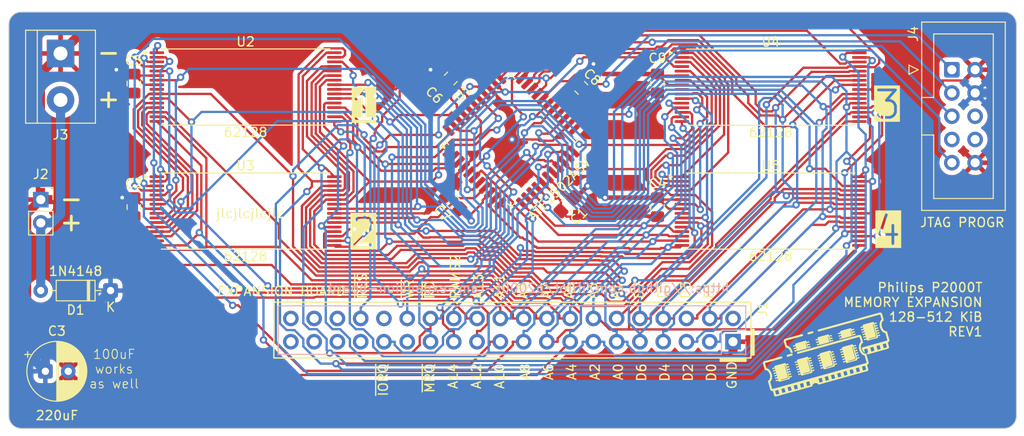
<source format=kicad_pcb>
(kicad_pcb (version 20241229) (generator "pcbnew") (generator_version "9.0")
  (title_block (title "Philips P2000T 64kb memory expansion board") (date "2024-05-20") (rev "4"))
  (layers (0 "F.Cu" signal) (2 "B.Cu" signal) (13 "F.Paste" user) (15 "B.Paste" user) (5 "F.SilkS" user "F.Silkscreen") (7 "B.SilkS" user "B.Silkscreen") (1 "F.Mask" user) (3 "B.Mask" user) (25 "Edge.Cuts" user))
  (net 0 "")
  (net 2 "D0")
  (net 3 "D1")
  (net 4 "D2")
  (net 5 "D3")
  (net 6 "D4")
  (net 7 "D5")
  (net 8 "D6")
  (net 9 "D7")
  (net 10 "A0")
  (net 11 "A1")
  (net 12 "A2")
  (net 13 "A3")
  (net 14 "A4")
  (net 15 "A5")
  (net 16 "A6")
  (net 17 "A7")
  (net 18 "A8")
  (net 19 "A9")
  (net 20 "A10")
  (net 21 "A11")
  (net 22 "A12")
  (net 23 "A13")
  (net 24 "A14")
  (net 25 "RAMS2")
  (net 26 "~{MRQ}")
  (net 27 "~{RD}")
  (net 28 "~{WR}")
  (net 29 "~{IORQ}")
  (net 30 "~{RES}")
  (net 40 "GND")
  (net 41 "~{CS2}")
  (net 44 "+5V")
  (net 45 "~{CS3}")
  (net 46 "TMS")
  (net 47 "~{CS1}")
  (net 48 "~{CS4}")
  (net 49 "TDO")
  (net 50 "TCK")
  (net 51 "TDI")
  (net 53 "VCC")
  (net 54 "R0")
  (net 55 "R2")
  (net 57 "R1")
  (net 58 "R3")
  (footprint "Capacitor_SMD:C_0805_2012Metric_Pad1.18x1.45mm_HandSolder" (layer "F.Cu") (at 81 65.5 -135)
    (property "Reference" "C1")
    (property "Value" "0.1uF")
  )
  (footprint "Package_SO:TSOP-I-32_18.4x8mm_P0.5mm" (layer "F.Cu") (at 103.1595 52.705)
    (property "Reference" "U4")
    (property "Value" "62128")
  )
  (footprint "Diode_THT:D_DO-35_SOD27_P7.62mm_Horizontal" (layer "F.Cu") (at 31.115 74.93 180)
    (property "Reference" "D1")
    (property "Value" "1N4148")
  )
  (footprint "Capacitor_SMD:C_0805_2012Metric_Pad1.18x1.45mm_HandSolder" (layer "F.Cu") (at 33.655 52.3135 -90)
    (property "Reference" "C5")
    (property "Value" "0.1uF")
  )
  (footprint "Capacitor_SMD:C_0805_2012Metric_Pad1.18x1.45mm_HandSolder" (layer "F.Cu") (at 33.655 65.8075 -90)
    (property "Reference" "C2")
    (property "Value" "0.1uF")
  )
  (footprint "Connector_IDC:IDC-Header_2x05_P2.54mm_Vertical" (layer "F.Cu") (at 122.936 50.8)
    (property "Reference" "J4")
    (property "Value" "Atmel-JTAG-10")
  )
  (footprint "Connector_PinSocket_2.54mm:PinSocket_1x02_P2.54mm_Vertical" (layer "F.Cu") (at 23.5 64.99)
    (property "Reference" "J2")
    (property "Value" "POWER")
  )
  (footprint "Capacitor_SMD:C_0805_2012Metric_Pad1.18x1.45mm_HandSolder" (layer "F.Cu") (at 68.25 51.75 45)
    (property "Reference" "C6")
    (property "Value" "0.1uF")
  )
  (footprint "Capacitor_SMD:C_0805_2012Metric_Pad1.18x1.45mm_HandSolder" (layer "F.Cu") (at 90.805 52.3025 -90)
    (property "Reference" "C9")
    (property "Value" "0.1uF")
  )
  (footprint "Package_SO:TSOP-I-32_18.4x8mm_P0.5mm" (layer "F.Cu") (at 45.8525 52.69)
    (property "Reference" "U2")
    (property "Value" "62128")
  )
  (footprint "components:ram-stick-logo" (layer "F.Cu") (at 109.22 81.915)
    (property "Reference" "G***")
    (property "Value" "LOGO" (hide yes))
  )
  (footprint "Package_QFP:TQFP-44_10x10mm_P0.8mm" (layer "F.Cu") (at 74.8336 58.5663 45)
    (property "Reference" "U1")
    (property "Value" "ATF1502ASV")
  )
  (footprint "Capacitor_THT:CP_Radial_D6.3mm_P2.50mm" (layer "F.Cu") (at 24 83.75)
    (property "Reference" "C3")
    (property "Value" "220uF")
  )
  (footprint "Package_SO:TSOP-I-32_18.4x8mm_P0.5mm" (layer "F.Cu") (at 45.8525 66.242)
    (property "Reference" "U3")
    (property "Value" "62128")
  )
  (footprint "Package_SO:TSOP-I-32_18.4x8mm_P0.5mm" (layer "F.Cu") (at 103.1595 66.242)
    (property "Reference" "U5")
    (property "Value" "62128")
  )
  (footprint "Capacitor_SMD:C_0805_2012Metric_Pad1.18x1.45mm_HandSolder" (layer "F.Cu") (at 90.805 65.8153 -90)
    (property "Reference" "C4")
    (property "Value" "0.1uF")
  )
  (footprint "Capacitor_SMD:C_0805_2012Metric_Pad1.18x1.45mm_HandSolder" (layer "F.Cu") (at 68.5 65.2827 135)
    (property "Reference" "C7")
    (property "Value" "0.1uF")
  )
  (footprint "TerminalBlock:TerminalBlock_bornier-2_P5.08mm" (layer "F.Cu") (at 25.658 49.02 -90)
    (property "Reference" "J3")
    (property "Value" "TERMINAL")
  )
  (footprint "Capacitor_SMD:C_0805_2012Metric_Pad1.18x1.45mm_HandSolder" (layer "F.Cu") (at 82.5 52.7827 -45)
    (property "Reference" "C8")
    (property "Value" "0.1uF")
  )
  (footprint "Connector_PinHeader_2.54mm:PinHeader_2x20_P2.54mm_Vertical" (layer "B.Cu") (at 99.055 80.518 90)
    (property "Reference" "J1")
    (property "Value" "EXPANSION BOARD")
  )
  (gr_rect (start 97.663 82.3976) (end 100.457 82.6516) (stroke (width 0.15)) (fill yes) (layer "F.SilkS"))
  (gr_rect (start 101.092 79.1718) (end 101.346 81.9658) (stroke (width 0.15)) (fill yes) (layer "F.SilkS"))
  (gr_rect (start 48.938 76.2) (end 101.008 82.296) (stroke (width 0.15)) (fill no) (layer "F.SilkS"))
  (gr_arc (start 129.991 88.6284) (mid 129.589268 89.598268) (end 128.6194 90) (stroke (width 0.1)) (layer "Edge.Cuts"))
  (gr_arc (start 21.3806 90) (mid 20.410732 89.598268) (end 20.009 88.6284) (stroke (width 0.1)) (layer "Edge.Cuts"))
  (gr_arc (start 128.6194 44.4832) (mid 129.589268 44.884932) (end 129.991 45.8548) (stroke (width 0.1)) (layer "Edge.Cuts"))
  (gr_line (start 21.3806 90) (end 128.6194 90) (stroke (width 0.1)) (layer "Edge.Cuts"))
  (gr_line (start 129.991 88.6284) (end 129.991 45.8548) (stroke (width 0.1)) (layer "Edge.Cuts"))
  (gr_line (start 128.6194 44.4832) (end 21.3806 44.4832) (stroke (width 0.1)) (layer "Edge.Cuts"))
  (gr_line (start 20.009 45.8548) (end 20.009 88.6284) (stroke (width 0.1)) (layer "Edge.Cuts"))
  (gr_arc (start 20.009 45.8548) (mid 20.410732 44.884932) (end 21.3806 44.4832) (stroke (width 0.1)) (layer "Edge.Cuts"))
  (gr_text "~{RD}" (at 65.956 75.946 90) (layer "F.SilkS") (effects (font (size 1 1)) (justify left)))
  (gr_text "~{WR}" (at 63.67 75.946 90) (layer "F.SilkS") (effects (font (size 1 1)) (justify left)))
  (gr_text "A6" (at 78.91 82.804 90) (layer "F.SilkS") (effects (font (size 1 1)) (justify right)))
  (gr_text "A11" (at 73.576 75.946 90) (layer "F.SilkS") (effects (font (size 1 1)) (justify left)))
  (gr_text "JTAG PROGR" (at 119.38 68.072 0) (layer "F.SilkS") (effects (font (size 1 1)) (justify left bottom)))
  (gr_text "~{IORQ}" (at 60.876 82.804 90) (layer "F.SilkS") (effects (font (size 1 1)) (justify right)))
  (gr_text "A0" (at 86.53 82.804 90) (layer "F.SilkS") (effects (font (size 1 1)) (justify right)))
  (gr_text "D1" (at 96.436 75.946 90) (layer "F.SilkS") (effects (font (size 1 1)) (justify left)))
  (gr_text "A12" (at 71.036 82.804 90) (layer "F.SilkS") (effects (font (size 1 1)) (justify right)))
  (gr_text "2" (at 57.15 70.305 0) (layer "F.SilkS" knockout) (effects (font (size 3 3) (thickness 0.3)) (justify left bottom)))
  (gr_text "D6" (at 89.07 82.804 90) (layer "F.SilkS") (effects (font (size 1 1)) (justify right)))
  (gr_text "A4" (at 81.45 82.804 90) (layer "F.SilkS") (effects (font (size 1 1)) (justify right)))
  (gr_text "jlcjlcjlcjlc" (at 42.54 67.08 0) (layer "F.SilkS") (effects (font (size 1 1)) (justify left bottom)))
  (gr_text "-" (at 25.4 66.04 0) (layer "F.SilkS") (effects (font (size 2 2) (thickness 0.3)) (justify left bottom)))
  (gr_text "A3" (at 83.736 75.946 90) (layer "F.SilkS") (effects (font (size 1 1)) (justify left)))
  (gr_text "RAMS2" (at 68.75 75.946 90) (layer "F.SilkS") (effects (font (size 1 1)) (justify left)))
  (gr_text "D4" (at 91.61 82.804 90) (layer "F.SilkS") (effects (font (size 1 1)) (justify right)))
  (gr_text "+" (at 29.468 55.116 0) (layer "F.SilkS") (effects (font (size 2 2) (thickness 0.3)) (justify left bottom)))
  (gr_text "1" (at 57.15 56.515 0) (layer "F.SilkS" knockout) (effects (font (size 3 3) (thickness 0.3)) (justify left bottom)))
  (gr_text "A8" (at 76.37 82.804 90) (layer "F.SilkS") (effects (font (size 1 1)) (justify right)))
  (gr_text "~{MRQ}" (at 65.956 82.804 90) (layer "F.SilkS") (effects (font (size 1 1)) (justify right)))
  (gr_text "A7" (at 78.656 75.946 90) (layer "F.SilkS") (effects (font (size 1 1)) (justify left)))
  (gr_text "D7" (at 88.816 75.946 90) (layer "F.SilkS") (effects (font (size 1 1)) (justify left)))
  (gr_text "D5" (at 91.356 75.946 90) (layer "F.SilkS") (effects (font (size 1 1)) (justify left)))
  (gr_text "4" (at 114.3 70.178 0) (layer "F.SilkS" knockout) (effects (font (size 3 3) (thickness 0.3)) (justify left bottom)))
  (gr_text "~{RES}" (at 58.59 75.946 90) (layer "F.SilkS") (effects (font (size 1 1)) (justify left)))
  (gr_text "D3" (at 93.896 75.946 90) (layer "F.SilkS") (effects (font (size 1 1)) (justify left)))
  (gr_text "A10" (at 73.576 82.804 90) (layer "F.SilkS") (effects (font (size 1 1)) (justify right)))
  (gr_text "Philips P2000T\nMEMORY EXPANSION\n128-512 KiB\nREV1" (at 126.365 80.01 0) (layer "F.SilkS") (effects (font (size 1 1)) (justify right bottom)))
  (gr_text "D0" (at 96.69 82.804 90) (layer "F.SilkS") (effects (font (size 1 1)) (justify right)))
  (gr_text "A2" (at 83.99 82.804 90) (layer "F.SilkS") (effects (font (size 1 1)) (justify right)))
  (gr_text "+" (at 25.4 68.58 0) (layer "F.SilkS") (effects (font (size 2 2) (thickness 0.3)) (justify left bottom)))
  (gr_text "GND" (at 98.93 82.55 90) (layer "F.SilkS") (effects (font (size 1 1)) (justify right)))
  (gr_text "-" (at 29.468 50.036 0) (layer "F.SilkS") (effects (font (size 2 2) (thickness 0.3)) (justify left bottom)))
  (gr_text "A14" (at 68.496 82.804 90) (layer "F.SilkS") (effects (font (size 1 1)) (justify right)))
  (gr_text "A1" (at 86.276 75.946 90) (layer "F.SilkS") (effects (font (size 1 1)) (justify left)))
  (gr_text "A5" (at 81.196 75.946 90) (layer "F.SilkS") (effects (font (size 1 1)) (justify left)))
  (gr_text "A9" (at 76.116 75.946 90) (layer "F.SilkS") (effects (font (size 1 1)) (justify left)))
  (gr_text "D2" (at 94.15 82.804 90) (layer "F.SilkS") (effects (font (size 1 1)) (justify right)))
  (gr_text "100uF\nworks\nas well" (at 31.5 83.5 0) (layer "F.SilkS") (effects (font (size 1 1) (thickness 0.1))))
  (gr_text "3" (at 114.3 56.388 0) (layer "F.SilkS" knockout) (effects (font (size 3 3) (thickness 0.3)) (justify left bottom)))
  (gr_text "A13" (at 71.29 75.946 90) (layer "F.SilkS") (effects (font (size 1 1)) (justify left)))
  (gr_text "https://github.com/ifilot/p2000t-ram-expansion-board" (at 98.75 75.25 -0) (layer "B.SilkS") (effects (font (size 1 1)) (justify left bottom mirror)))
  (segment (start 54.4228 54.6011) (end 54.5839 54.44) (width 0.25) (layer "F.Cu") (net 2))
  (segment (start 81.6925 57.3642) (end 83.3905 55.6662) (width 0.25) (layer "F.Cu") (net 2))
  (segment (start 54.4228 57.007) (end 54.4228 54.6011) (width 0.25) (layer "F.Cu") (net 2))
  (segment (start 54.2612 67.992) (end 54.1331 67.8639) (width 0.25) (layer "F.Cu") (net 2))
  (segment (start 56.5501 59.1343) (end 54.4228 57.007) (width 0.25) (layer "F.Cu") (net 2))
  (segment (start 112.847 67.992) (end 112.8253 67.9703) (width 0.25) (layer "F.Cu") (net 2))
  (segment (start 111.8747 54.455) (end 111.4344 54.8953) (width 0.25) (layer "F.Cu") (net 2))
  (segment (start 54.5839 54.44) (end 55.54 54.44) (width 0.25) (layer "F.Cu") (net 2))
  (segment (start 110.4132 67.9703) (end 110.2657 68.1178) (width 0.25) (layer "F.Cu") (net 2))
  (segment (start 112.847 54.455) (end 111.8747 54.455) (width 0.25) (layer "F.Cu") (net 2))
  (segment (start 83.3905 55.6662) (end 87.69 55.6662) (width 0.25) (layer "F.Cu") (net 2))
  (segment (start 112.8253 67.9703) (end 110.4132 67.9703) (width 0.25) (layer "F.Cu") (net 2))
  (segment (start 55.54 67.992) (end 54.2612 67.992) (width 0.25) (layer "F.Cu") (net 2))
  (via (at 111.4344 54.8953) (size 0.8) (drill 0.4) (layers "F.Cu" "B.Cu") (net 2))
  (via (at 54.1331 67.8639) (size 0.8) (drill 0.4) (layers "F.Cu" "B.Cu") (net 2))
  (via (at 87.69 55.6662) (size 0.8) (drill 0.4) (layers "F.Cu" "B.Cu") (net 2))
  (via (at 110.2657 68.1178) (size 0.8) (drill 0.4) (layers "F.Cu" "B.Cu") (net 2))
  (via (at 56.5501 59.1343) (size 0.8) (drill 0.4) (layers "F.Cu" "B.Cu") (net 2))
  (segment (start 58.8476 82.6183) (end 100.4918 82.6183) (width 0.25) (layer "B.Cu") (net 2))
  (segment (start 111.4344 59.7378) (end 111.4344 54.8953) (width 0.25) (layer "B.Cu") (net 2))
  (segment (start 54.1331 67.8639) (end 55.9298 66.0672) (width 0.25) (layer "B.Cu") (net 2))
  (segment (start 55.9298 59.7546) (end 56.5501 59.1343) (width 0.25) (layer "B.Cu") (net 2))
  (segment (start 111.4326 59.7396) (end 111.4344 59.7378) (width 0.25) (layer "B.Cu") (net 2))
  (segment (start 110.3509 68.0326) (end 110.3509 60.8213) (width 0.25) (layer "B.Cu") (net 2))
  (segment (start 54.605 78.4089) (end 55.3493 79.1532) (width 0.25) (layer "B.Cu") (net 2))
  (segment (start 55.3493 79.1532) (end 56.1743 79.1532) (width 0.25) (layer "B.Cu") (net 2))
  (segment (start 55.9298 66.0672) (end 55.9298 59.7546) (width 0.25) (layer "B.Cu") (net 2))
  (segment (start 96.515 80.518) (end 97.6901 80.518) (width 0.25) (layer "B.Cu") (net 2))
  (segment (start 54.605 68.3358) (end 54.605 78.4089) (width 0.25) (layer "B.Cu") (net 2))
  (segment (start 110.2657 68.1178) (end 110.3509 68.0326) (width 0.25) (layer "B.Cu") (net 2))
  (segment (start 57.2398 80.2187) (end 57.2398 81.0105) (width 0.25) (layer "B.Cu") (net 2))
  (segment (start 109.8626 51.5864) (end 91.1639 51.5864) (width 0.25) (layer "B.Cu") (net 2))
  (segment (start 97.6901 79.7101) (end 98.0573 79.3429) (width 0.25) (layer "B.Cu") (net 2))
  (segment (start 97.6901 80.518) (end 97.6901 79.7101) (width 0.25) (layer "B.Cu") (net 2))
  (segment (start 98.0573 79.3429) (end 99.357 79.3429) (width 0.25) (layer "B.Cu") (net 2))
  (segment (start 57.2398 81.0105) (end 58.8476 82.6183) (width 0.25) (layer "B.Cu") (net 2))
  (segment (start 100.4918 82.6183) (end 112.4499 70.6602) (width 0.25) (layer "B.Cu") (net 2))
  (segment (start 91.1639 51.5864) (end 87.69 55.0603) (width 0.25) (layer "B.Cu") (net 2))
  (segment (start 99.357 79.3429) (end 110.2657 68.4342) (width 0.25) (layer "B.Cu") (net 2))
  (segment (start 111.4344 53.1582) (end 109.8626 51.5864) (width 0.25) (layer "B.Cu") (net 2))
  (segment (start 54.1331 67.8639) (end 54.605 68.3358) (width 0.25) (layer "B.Cu") (net 2))
  (segment (start 56.1743 79.1532) (end 57.2398 80.2187) (width 0.25) (layer "B.Cu") (net 2))
  (segment (start 112.4499 70.6602) (end 112.4499 60.7569) (width 0.25) (layer "B.Cu") (net 2))
  (segment (start 110.2657 68.4342) (end 110.2657 68.1178) (width 0.25) (layer "B.Cu") (net 2))
  (segment (start 111.4344 54.8953) (end 111.4344 53.1582) (width 0.25) (layer "B.Cu") (net 2))
  (segment (start 112.4499 60.7569) (end 111.4326 59.7396) (width 0.25) (layer "B.Cu") (net 2))
  (segment (start 87.69 55.0603) (end 87.69 55.6662) (width 0.25) (layer "B.Cu") (net 2))
  (segment (start 110.3509 60.8213) (end 111.4326 59.7396) (width 0.25) (layer "B.Cu") (net 2))
  (segment (start 77.854221 57.700831) (end 77.854221 57.723721) (width 0.25) (layer "F.Cu") (net 3))
  (segment (start 110.6395 67.3926) (end 110.7389 67.492) (width 0.25) (layer "F.Cu") (net 3))
  (segment (start 96.515 77.978) (end 97.6901 77.978) (width 0.25) (layer "F.Cu") (net 3))
  (segment (start 79.009 57.785) (end 80.5612 56.2328) (width 0.25) (layer "F.Cu") (net 3))
  (segment (start 77.9155 57.785) (end 79.009 57.785) (width 0.25) (layer "F.Cu") (net 3))
  (segment (start 62.2594 67.492) (end 62.51 67.7426) (width 0.25) (layer "F.Cu") (net 3))
  (segment (start 108.526 56.569) (end 108.4717 56.569) (width 0.25) (layer "F.Cu") (net 3))
  (segment (start 55.54 67.492) (end 62.2594 67.492) (width 0.25) (layer "F.Cu") (net 3))
  (segment (start 60.0342 56.1601) (end 57.8141 53.94) (width 0.25) (layer "F.Cu") (net 3))
  (segment (start 57.8141 53.94) (end 55.54 53.94) (width 0.25) (layer "F.Cu") (net 3))
  (segment (start 97.6901 77.6792) (end 107.6222 67.7471) (width 0.25) (layer "F.Cu") (net 3))
  (segment (start 77.854221 57.723721) (end 77.9155 57.785) (width 0.25) (layer "F.Cu") (net 3))
  (segment (start 109.4883 67.3926) (end 110.6395 67.3926) (width 0.25) (layer "F.Cu") (net 3))
  (segment (start 107.6222 67.7471) (end 109.1338 67.7471) (width 0.25) (layer "F.Cu") (net 3))
  (segment (start 110.7389 67.492) (end 112.847 67.492) (width 0.25) (layer "F.Cu") (net 3))
  (segment (start 97.6901 77.978) (end 97.6901 77.6792) (width 0.25) (layer "F.Cu") (net 3))
  (segment (start 112.847 53.955) (end 111.14 53.955) (width 0.25) (layer "F.Cu") (net 3))
  (segment (start 111.14 53.955) (end 108.526 56.569) (width 0.25) (layer "F.Cu") (net 3))
  (segment (start 109.1338 67.7471) (end 109.4883 67.3926) (width 0.25) (layer "F.Cu") (net 3))
  (via (at 108.4717 56.569) (size 0.8) (drill 0.4) (layers "F.Cu" "B.Cu") (net 3))
  (via (at 77.854221 57.700831) (size 0.8) (drill 0.4) (layers "F.Cu" "B.Cu") (net 3))
  (via (at 62.51 67.7426) (size 0.8) (drill 0.4) (layers "F.Cu" "B.Cu") (net 3))
  (via (at 60.0342 56.1601) (size 0.8) (drill 0.4) (layers "F.Cu" "B.Cu") (net 3))
  (segment (start 108.1426 56.8981) (end 104.2318 52.9873) (width 0.25) (layer "B.Cu") (net 3))
  (segment (start 71.1449 71.8224) (end 70.7071 72.2602) (width 0.25) (layer "B.Cu") (net 3))
  (segment (start 62.5522 67.7426) (end 62.51 67.7426) (width 0.25) (layer "B.Cu") (net 3))
  (segment (start 89.3316 55.4115) (end 89.3316 64.163) (width 0.25) (layer "B.Cu") (net 3))
  (segment (start 79.9562 63.929) (end 79.9562 60.0996) (width 0.25) (layer "B.Cu") (net 3))
  (segment (start 71.1449 71.5002) (end 71.1449 71.8224) (width 0.25) (layer "B.Cu") (net 3))
  (segment (start 108.1426 56.8981) (end 108.1426 65.1753) (width 0.25) (layer "B.Cu") (net 3))
  (segment (start 96.515 77.978) (end 96.515 76.8029) (width 0.25) (layer "B.Cu") (net 3))
  (segment (start 86.1718 67.3228) (end 83.35 67.3228) (width 0.25) (layer "B.Cu") (net 3))
  (segment (start 78.1132 59.7434) (end 78.1132 60.0816) (width 0.25) (layer "B.Cu") (net 3))
  (segment (start 77.854221 57.949279) (end 77.8325 57.971) (width 0.25) (layer "B.Cu") (net 3))
  (segment (start 62.5522 67.7426) (end 62.5522 58.6781) (width 0.25) (layer "B.Cu") (net 3))
  (segment (start 74.1064 64.0884) (end 74.1064 68.5387) (width 0.25) (layer "B.Cu") (net 3))
  (segment (start 74.1064 68.5387) (end 71.1449 71.5002) (width 0.25) (layer "B.Cu") (net 3))
  (segment (start 104.2318 52.9873) (end 91.7558 52.9873) (width 0.25) (layer "B.Cu") (net 3))
  (segment (start 78.6434 59.2132) (end 78.1132 59.7434) (width 0.25) (layer "B.Cu") (net 3))
  (segment (start 67.0698 72.2602) (end 62.5522 67.7426) (width 0.25) (layer "B.Cu") (net 3))
  (segment (start 70.7071 72.2602) (end 67.0698 72.2602) (width 0.25) (layer "B.Cu") (net 3))
  (segment (start 91.7558 52.9873) (end 89.3316 55.4115) (width 0.25) (layer "B.Cu") (net 3))
  (segment (start 77.854221 57.700831) (end 77.854221 57.949279) (width 0.25) (layer "B.Cu") (net 3))
  (segment (start 83.35 67.3228) (end 79.9562 63.929) (width 0.25) (layer "B.Cu") (net 3))
  (segment (start 108.1426 65.1753) (end 96.515 76.8029) (width 0.25) (layer "B.Cu") (net 3))
  (segment (start 77.8325 58.1475) (end 78.6434 58.9584) (width 0.25) (layer "B.Cu") (net 3))
  (segment (start 108.4717 56.569) (end 108.1426 56.8981) (width 0.25) (layer "B.Cu") (net 3))
  (segment (start 62.5522 58.6781) (end 60.0342 56.1601) (width 0.25) (layer "B.Cu") (net 3))
  (segment (start 77.8325 57.971) (end 77.8325 58.1475) (width 0.25) (layer "B.Cu") (net 3))
  (segment (start 79.9562 60.0996) (end 79.0698 59.2132) (width 0.25) (layer "B.Cu") (net 3))
  (segment (start 78.1132 60.0816) (end 74.1064 64.0884) (width 0.25) (layer "B.Cu") (net 3))
  (segment (start 78.6434 58.9584) (end 78.6434 59.2132) (width 0.25) (layer "B.Cu") (net 3))
  (segment (start 79.0698 59.2132) (end 78.6434 59.2132) (width 0.25) (layer "B.Cu") (net 3))
  (segment (start 89.3316 64.163) (end 86.1718 67.3228) (width 0.25) (layer "B.Cu") (net 3))
  (segment (start 112.847 66.992) (end 110.8756 66.992) (width 0.25) (layer "F.Cu") (net 4))
  (segment (start 77.351 56.634) (end 76.29 57.695) (width 0.25) (layer "F.Cu") (net 4))
  (segment (start 78.6696 55.8618) (end 78.6696 55.9538) (width 0.25) (layer "F.Cu") (net 4))
  (segment (start 59.7756 53.44) (end 60.0045 53.6689) (width 0.25) (layer "F.Cu") (net 4))
  (segment (start 55.54 53.44) (end 59.7756 53.44) (width 0.25) (layer "F.Cu") (net 4))
  (segment (start 109.6292 54.8252) (end 108.8993 54.8252) (width 0.25) (layer "F.Cu") (net 4))
  (segment (start 79.4298 55.1015) (end 78.6696 55.8617) (width 0.25) (layer "F.Cu") (net 4))
  (segment (start 108.8334 66.8416) (end 108.8334 66.8415) (width 0.25) (layer "F.Cu") (net 4))
  (segment (start 78.4277 56.1957) (end 78.4277 56.2756) (width 0.25) (layer "F.Cu") (net 4))
  (segment (start 108.8993 54.8252) (end 108.8993 54.8253) (width 0.25) (layer "F.Cu") (net 4))
  (segment (start 78.0693 56.634) (end 77.351 56.634) (width 0.25) (layer "F.Cu") (net 4))
  (segment (start 110.9994 53.455) (end 109.6292 54.8252) (width 0.25) (layer "F.Cu") (net 4))
  (segment (start 55.54 66.992) (end 64.3337 66.992) (width 0.25) (layer "F.Cu") (net 4))
  (segment (start 78.4277 56.2756) (end 78.0693 56.634) (width 0.25) (layer "F.Cu") (net 4))
  (segment (start 64.3337 66.992) (end 64.5606 67.2189) (width 0.25) (layer "F.Cu") (net 4))
  (segment (start 110.7252 66.8416) (end 108.8334 66.8416) (width 0.25) (layer "F.Cu") (net 4))
  (segment (start 78.6696 55.8617) (end 78.6696 55.8618) (width 0.25) (layer "F.Cu") (net 4))
  (segment (start 110.8756 66.992) (end 110.7252 66.8416) (width 0.25) (layer "F.Cu") (net 4))
  (segment (start 112.847 53.455) (end 110.9994 53.455) (width 0.25) (layer "F.Cu") (net 4))
  (segment (start 78.6696 55.9538) (end 78.4277 56.1957) (width 0.25) (layer "F.Cu") (net 4))
  (via (at 76.29 57.695) (size 0.8) (drill 0.4) (layers "F.Cu" "B.Cu") (net 4))
  (via (at 108.8993 54.8253) (size 0.8) (drill 0.4) (layers "F.Cu" "B.Cu") (net 4))
  (via (at 108.8334 66.8415) (size 0.8) (drill 0.4) (layers "F.Cu" "B.Cu") (net 4))
  (via (at 64.5606 67.2189) (size 0.8) (drill 0.4) (layers "F.Cu" "B.Cu") (net 4))
  (via (at 60.0045 53.6689) (size 0.8) (drill 0.4) (layers "F.Cu" "B.Cu") (net 4))
  (segment (start 88.8815 63.9765) (end 88.8815 55.2051) (width 0.25) (layer "B.Cu") (net 4))
  (segment (start 76.2286 57.7564) (end 76.2286 59.0836) (width 0.25) (layer "B.Cu") (net 4))
  (segment (start 72.6153 68.12) (end 71.3473 69.388) (width 0.25) (layer "B.Cu") (net 4))
  (segment (start 76.29 57.695) (end 77.010169 56.974831) (width 0.25) (layer "B.Cu") (net 4))
  (segment (start 60.4327 53.6689) (end 60.0045 53.6689) (width 0.25) (layer "B.Cu") (net 4))
  (segment (start 69.6093 69.388) (end 67.4402 67.2189) (width 0.25) (layer "B.Cu") (net 4))
  (segment (start 109.2567 55.1827) (end 108.8993 54.8253) (width 0.25) (layer "B.Cu") (net 4))
  (segment (start 95.1501 80.1507) (end 95.9579 79.3429) (width 0.25) (layer "B.Cu") (net 4))
  (segment (start 85.9853 66.8727) (end 88.8815 63.9765) (width 0.25) (layer "B.Cu") (net 4))
  (segment (start 77.010169 56.974831) (end 78.251831 56.974831) (width 0.25) (layer "B.Cu") (net 4))
  (segment (start 64.5606 67.2189) (end 64.5606 67.1938) (width 0.25) (layer "B.Cu") (net 4))
  (segment (start 88.8815 55.2051) (end 91.5494 52.5372) (width 0.25) (layer "B.Cu") (net 4))
  (segment (start 72.6153 62.6969) (end 72.6153 68.12) (width 0.25) (layer "B.Cu") (net 4))
  (segment (start 93.975 80.518) (end 95.1501 80.518) (width 0.25) (layer "B.Cu") (net 4))
  (segment (start 95.1501 80.518) (end 95.1501 80.1507) (width 0.25) (layer "B.Cu") (net 4))
  (segment (start 67.4402 67.2189) (end 64.5606 67.2189) (width 0.25) (layer "B.Cu") (net 4))
  (segment (start 80.4063 63.7425) (end 83.5365 66.8727) (width 0.25) (layer "B.Cu") (net 4))
  (segment (start 97.785 77.5847) (end 108.5282 66.8415) (width 0.25) (layer "B.Cu") (net 4))
  (segment (start 96.8924 79.3429) (end 97.785 78.4503) (width 0.25) (layer "B.Cu") (net 4))
  (segment (start 83.5365 66.8727) (end 85.9853 66.8727) (width 0.25) (layer "B.Cu") (net 4))
  (segment (start 71.3473 69.388) (end 69.6093 69.388) (width 0.25) (layer "B.Cu") (net 4))
  (segment (start 63.9025 57.1387) (end 60.4327 53.6689) (width 0.25) (layer "B.Cu") (net 4))
  (segment (start 109.2567 57.1985) (end 109.2567 55.1827) (width 0.25) (layer "B.Cu") (net 4))
  (segment (start 64.5606 67.1938) (end 63.9025 66.5357) (width 0.25) (layer "B.Cu") (net 4))
  (segment (start 91.5494 52.5372) (end 106.6112 52.5372) (width 0.25) (layer "B.Cu") (net 4))
  (segment (start 108.8334 57.6218) (end 109.2567 57.1985) (width 0.25) (layer "B.Cu") (net 4))
  (segment (start 108.5282 66.8415) (end 108.8334 66.8415) (width 0.25) (layer "B.Cu") (net 4))
  (segment (start 76.2286 59.0836) (end 72.6153 62.6969) (width 0.25) (layer "B.Cu") (net 4))
  (segment (start 76.29 57.695) (end 76.38 57.785) (width 0.25) (layer "B.Cu") (net 4))
  (segment (start 106.6112 52.5372) (end 108.8993 54.8253) (width 0.25) (layer "B.Cu") (net 4))
  (segment (start 108.8334 66.8415) (end 108.8334 57.6218) (width 0.25) (layer "B.Cu") (net 4))
  (segment (start 78.251831 56.974831) (end 80.4063 59.1293) (width 0.25) (layer "B.Cu") (net 4))
  (segment (start 76.29 57.695) (end 76.2286 57.7564) (width 0.25) (layer "B.Cu") (net 4))
  (segment (start 80.4063 59.1293) (end 80.4063 63.7425) (width 0.25) (layer "B.Cu") (net 4))
  (segment (start 63.9025 66.5357) (end 63.9025 57.1387) (width 0.25) (layer "B.Cu") (net 4))
  (segment (start 97.785 78.4503) (end 97.785 77.5847) (width 0.25) (layer "B.Cu") (net 4))
  (segment (start 95.9579 79.3429) (end 96.8924 79.3429) (width 0.25) (layer "B.Cu") (net 4))
  (segment (start 110.7745 52.455) (end 112.847 52.455) (width 0.25) (layer "F.Cu") (net 5))
  (segment (start 95.1501 77.6108) (end 106.7015 66.0594) (width 0.25) (layer "F.Cu") (net 5))
  (segment (start 55.54 65.992) (end 64.4148 65.992) (width 0.25) (layer "F.Cu") (net 5))
  (segment (start 109.6258 66.0594) (end 109.6932 65.992) (width 0.25) (layer "F.Cu") (net 5))
  (segment (start 58.9721 52.44) (end 59.214 52.1981) (width 0.25) (layer "F.Cu") (net 5))
  (segment (start 64.4148 65.992) (end 64.6544 65.7524) (width 0.25) (layer "F.Cu") (net 5))
  (segment (start 93.975 77.978) (end 95.1501 77.978) (width 0.25) (layer "F.Cu") (net 5))
  (segment (start 109.6932 65.992) (end 112.847 65.992) (width 0.25) (layer "F.Cu") (net 5))
  (segment (start 95.1501 77.978) (end 95.1501 77.6108) (width 0.25) (layer "F.Cu") (net 5))
  (segment (start 110.2292 53.0003) (end 110.7745 52.455) (width 0.25) (layer "F.Cu") (net 5))
  (segment (start 78.8641 54.5358) (end 77.4209 55.979) (width 0.25) (layer "F.Cu") (net 5))
  (segment (start 106.7015 66.0594) (end 109.6258 66.0594) (width 0.25) (layer "F.Cu") (net 5))
  (segment (start 55.54 52.44) (end 58.9721 52.44) (width 0.25) (layer "F.Cu") (net 5))
  (segment (start 77.169502 55.908) (end 77.3499 55.908) (width 0.25) (layer "F.Cu") (net 5))
  (via (at 64.6544 65.7524) (size 0.8) (drill 0.4) (layers "F.Cu" "B.Cu") (net 5))
  (via (at 59.214 52.1981) (size 0.8) (drill 0.4) (layers "F.Cu" "B.Cu") (net 5))
  (via (at 77.169502 55.908) (size 0.8) (drill 0.4) (layers "F.Cu" "B.Cu") (net 5))
  (via (at 110.2292 53.0003) (size 0.8) (drill 0.4) (layers "F.Cu" "B.Cu") (net 5))
  (via (at 109.6258 66.0594) (size 0.8) (drill 0.4) (layers "F.Cu" "B.Cu") (net 5))
  (segment (start 69.7958 68.9379) (end 66.6103 65.7524) (width 0.25) (layer "B.Cu") (net 5))
  (segment (start 76.291965 56.853055) (end 77.169502 55.975518) (width 0.25) (layer "B.Cu") (net 5))
  (segment (start 77.213602 55.9521) (end 77.169502 55.908) (width 0.25) (layer "B.Cu") (net 5))
  (segment (start 109.7068 53.0893) (end 110.1402 53.0893) (width 0.25) (layer "B.Cu") (net 5))
  (segment (start 108.7045 52.087) (end 109.7068 53.0893) (width 0.25) (layer "B.Cu") (net 5))
  (segment (start 71.1608 68.9379) (end 69.7958 68.9379) (width 0.25) (layer "B.Cu") (net 5))
  (segment (start 64.6544 65.7524) (end 64.5623 65.6603) (width 0.25) (layer "B.Cu") (net 5))
  (segment (start 64.5623 65.6603) (end 64.5623 57.1619) (width 0.25) (layer "B.Cu") (net 5))
  (segment (start 75.565 57.19111) (end 75.903055 56.853055) (width 0.25) (layer "B.Cu") (net 5))
  (segment (start 59.5985 52.1981) (end 59.214 52.1981) (width 0.25) (layer "B.Cu") (net 5))
  (segment (start 75.565 57.7239) (end 75.565 58.02828) (width 0.25) (layer "B.Cu") (net 5))
  (segment (start 110.1402 53.0893) (end 110.2292 53.0003) (width 0.25) (layer "B.Cu") (net 5))
  (segment (start 72.1652 62.4454) (end 72.1652 67.9335) (width 0.25) (layer "B.Cu") (net 5))
  (segment (start 75.565 58.02828) (end 75.656 58.11928) (width 0.25) (layer "B.Cu") (net 5))
  (segment (start 109.7068 65.9784) (end 109.7068 53.0893) (width 0.25) (layer "B.Cu") (net 5))
  (segment (start 75.903055 56.853055) (end 76.291965 56.853055) (width 0.25) (layer "B.Cu") (net 5))
  (segment (start 77.169502 55.975518) (end 77.169502 55.908) (width 0.25) (layer "B.Cu") (net 5))
  (segment (start 64.5623 57.1619) (end 59.5985 52.1981) (width 0.25) (layer "B.Cu") (net 5))
  (segment (start 80.9731 58.8435) (end 80.9731 63.6727) (width 0.25) (layer "B.Cu") (net 5))
  (segment (start 75.656 58.72072) (end 75.565 58.81172) (width 0.25) (layer "B.Cu") (net 5))
  (segment (start 109.6258 66.0594) (end 109.7068 65.9784) (width 0.25) (layer "B.Cu") (net 5))
  (segment (start 88.4151 63.8063) (end 88.4151 55.0349) (width 0.25) (layer "B.Cu") (net 5))
  (segment (start 80.9731 63.6727) (end 83.723 66.4226) (width 0.25) (layer "B.Cu") (net 5))
  (segment (start 83.723 66.4226) (end 85.7988 66.4226) (width 0.25) (layer "B.Cu") (net 5))
  (segment (start 88.4151 55.0349) (end 91.363 52.087) (width 0.25) (layer "B.Cu") (net 5))
  (segment (start 75.565 58.81172) (end 75.565 59.0456) (width 0.25) (layer "B.Cu") (net 5))
  (segment (start 75.656 58.11928) (end 75.656 58.72072) (width 0.25) (layer "B.Cu") (net 5))
  (segment (start 78.0817 55.9521) (end 80.9731 58.8435) (width 0.25) (layer "B.Cu") (net 5))
  (segment (start 85.7988 66.4226) (end 88.4151 63.8063) (width 0.25) (layer "B.Cu") (net 5))
  (segment (start 75.565 59.0456) (end 72.1652 62.4454) (width 0.25) (layer "B.Cu") (net 5))
  (segment (start 75.565 57.7239) (end 75.565 57.19111) (width 0.25) (layer "B.Cu") (net 5))
  (segment (start 72.1652 67.9335) (end 71.1608 68.9379) (width 0.25) (layer "B.Cu") (net 5))
  (segment (start 91.363 52.087) (end 108.7045 52.087) (width 0.25) (layer "B.Cu") (net 5))
  (segment (start 78.0817 55.9521) (end 77.213602 55.9521) (width 0.25) (layer "B.Cu") (net 5))
  (segment (start 66.6103 65.7524) (end 64.6544 65.7524) (width 0.25) (layer "B.Cu") (net 5))
  (segment (start 66.1936 63.0182) (end 66.9172 62.2946) (width 0.25) (layer "F.Cu") (net 6))
  (segment (start 95.0678 48.023) (end 98.9596 51.9148) (width 0.25) (layer "F.Cu") (net 6))
  (segment (start 98.9596 51.9148) (end 98.9596 52.1981) (width 0.25) (layer "F.Cu") (net 6))
  (segment (start 91.4475 48.9753) (end 92.3998 48.023) (width 0.25) (layer "F.Cu") (net 6))
  (segment (start 78.6524 51.7189) (end 78.6524 52.4847) (width 0.25) (layer "F.Cu") (net 6))
  (segment (start 110.0839 65.492) (end 109.9262 65.3343) (width 0.25) (layer "F.Cu") (net 6))
  (segment (start 105.5703 56.5373) (end 105.5703 56.8069) (width 0.25) (layer "F.Cu") (net 6))
  (segment (start 53.9726 57.606) (end 53.9726 52.6356) (width 0.25) (layer "F.Cu") (net 6))
  (segment (start 109.9262 65.3343) (end 106.1611 65.3343) (width 0.25) (layer "F.Cu") (net 6))
  (segment (start 92.3998 48.023) (end 95.0678 48.023) (width 0.25) (layer "F.Cu") (net 6))
  (segment (start 98.9596 52.1981) (end 98.975 52.2135) (width 0.25) (layer "F.Cu") (net 6))
  (segment (start 105.3797 56.9975) (end 105.5703 56.8069) (width 0.25) (layer "F.Cu") (net 6))
  (segment (start 56.911 65.492) (end 59.3848 63.0182) (width 0.25) (layer "F.Cu") (net 6))
  (segment (start 55.54 65.492) (end 56.911 65.492) (width 0.25) (layer "F.Cu") (net 6))
  (segment (start 112.847 51.955) (end 110.1526 51.955) (width 0.25) (layer "F.Cu") (net 6))
  (segment (start 59.3848 63.0182) (end 66.1936 63.0182) (width 0.25) (layer "F.Cu") (net 6))
  (segment (start 98.975 53.3503) (end 102.6222 56.9975) (width 0.25) (layer "F.Cu") (net 6))
  (segment (start 102.6222 56.9975) (end 105.3797 56.9975) (width 0.25) (layer "F.Cu") (net 6))
  (segment (start 59.3848 63.0182) (end 53.9726 57.606) (width 0.25) (layer "F.Cu") (net 6))
  (segment (start 78.6524 52.4847) (end 78.493 52.6441) (width 0.25) (layer "F.Cu") (net 6))
  (segment (start 98.975 52.2135) (end 98.975 53.3503) (width 0.25) (layer "F.Cu") (net 6))
  (segment (start 110.1526 51.955) (end 105.5703 56.5373) (width 0.25) (layer "F.Cu") (net 6))
  (segment (start 77.7327 53.4044) (end 78.493 52.6441) (width 0.25) (layer "F.Cu") (net 6))
  (segment (start 78.6524 51.7189) (end 79.1357 51.7189) (width 0.25) (layer "F.Cu") (net 6))
  (segment (start 112.847 65.492) (end 110.0839 65.492) (width 0.25) (layer "F.Cu") (net 6))
  (segment (start 106.1611 65.3343) (end 105.932 65.5634) (width 0.25) (layer "F.Cu") (net 6))
  (segment (start 53.9726 52.6356) (end 54.6682 51.94) (width 0.25) (layer "F.Cu") (net 6))
  (segment (start 54.6682 51.94) (end 55.54 51.94) (width 0.25) (layer "F.Cu") (net 6))
  (segment (start 79.1357 51.7189) (end 81.8793 48.9753) (width 0.25) (layer "F.Cu") (net 6))
  (segment (start 81.8793 48.9753) (end 91.4475 48.9753) (width 0.25) (layer "F.Cu") (net 6))
  (via (at 78.6524 51.7189) (size 0.8) (drill 0.4) (layers "F.Cu" "B.Cu") (net 6))
  (via (at 66.9172 62.2946) (size 0.8) (drill 0.4) (layers "F.Cu" "B.Cu") (net 6))
  (via (at 105.932 65.5634) (size 0.8) (drill 0.4) (layers "F.Cu" "B.Cu") (net 6))
  (via (at 105.5703 56.8069) (size 0.8) (drill 0.4) (layers "F.Cu" "B.Cu") (net 6))
  (segment (start 91.435 79.3429) (end 91.8023 79.3429) (width 0.25) (layer "B.Cu") (net 6))
  (segment (start 106.0521 65.3843) (end 106.0521 57.2887) (width 0.25) (layer "B.Cu") (net 6))
  (segment (start 91.8023 79.3429) (end 92.6101 78.5351) (width 0.25) (layer "B.Cu") (net 6))
  (segment (start 92.6101 77.6396) (end 104.5072 65.7425) (width 0.25) (layer "B.Cu") (net 6))
  (segment (start 105.9025 65.5339) (end 106.0521 65.3843) (width 0.25) (layer "B.Cu") (net 6))
  (segment (start 91.435 80.518) (end 91.435 79.3429) (width 0.25) (layer "B.Cu") (net 6))
  (segment (start 66.9172 58.9887) (end 66.9172 62.2946) (width 0.25) (layer "B.Cu") (net 6))
  (segment (start 106.0521 57.2887) (end 105.5703 56.8069) (width 0.25) (layer "B.Cu") (net 6))
  (segment (start 78.6524 51.7189) (end 74.187 51.7189) (width 0.25) (layer "B.Cu") (net 6))
  (segment (start 105.6939 65.7425) (end 105.9025 65.5339) (width 0.25) (layer "B.Cu") (net 6))
  (segment (start 105.9025 65.5339) (end 105.932 65.5634) (width 0.25) (layer "B.Cu") (net 6))
  (segment (start 74.187 51.7189) (end 66.9172 58.9887) (width 0.25) (layer "B.Cu") (net 6))
  (segment (start 104.5072 65.7425) (end 105.6939 65.7425) (width 0.25) (layer "B.Cu") (net 6))
  (segment (start 92.6101 78.5351) (end 92.6101 77.6396) (width 0.25) (layer "B.Cu") (net 6))
  (segment (start 110.4272 64.8383) (end 110.5809 64.992) (width 0.25) (layer "F.Cu") (net 7))
  (segment (start 95.2543 47.5729) (end 99.4097 51.7283) (width 0.25) (layer "F.Cu") (net 7))
  (segment (start 78.3565 72.5131) (end 75.1745 72.5131) (width 0.25) (layer "F.Cu") (net 7))
  (segment (start 87.6086 74.5335) (end 86.6585 74.5335) (width 0.25) (layer "F.Cu") (net 7))
  (segment (start 57.6301 64.0978) (end 57.6301 61.9) (width 0.25) (layer "F.Cu") (net 7))
  (segment (start 86.6585 74.5335) (end 85.0881 72.9631) (width 0.25) (layer "F.Cu") (net 7))
  (segment (start 105.6313 64.8383) (end 110.4272 64.8383) (width 0.25) (layer "F.Cu") (net 7))
  (segment (start 61.3959 71.0385) (end 54.5084 71.0385) (width 0.25) (layer "F.Cu") (net 7))
  (segment (start 79.012 50.9938) (end 81.0467 48.9591) (width 0.25) (layer "F.Cu") (net 7))
  (segment (start 81.4167 48.734) (end 81.6255 48.5252) (width 0.25) (layer "F.Cu") (net 7))
  (segment (start 85.0881 72.9631) (end 78.8065 72.9631) (width 0.25) (layer "F.Cu") (net 7))
  (segment (start 71.9147 70.6512) (end 71.1266 69.8631) (width 0.25) (layer "F.Cu") (net 7))
  (segment (start 53.5116 57.7815) (end 53.5116 52.415) (width 0.25) (layer "F.Cu") (net 7))
  (segment (start 91.9888 47.5729) (end 95.2543 47.5729) (width 0.25) (layer "F.Cu") (net 7))
  (segment (start 111.9105 51.455) (end 112.847 51.455) (width 0.25) (layer "F.Cu") (net 7))
  (segment (start 111.8828 51.4827) (end 111.9105 51.455) (width 0.25) (layer "F.Cu") (net 7))
  (segment (start 99.4097 51.7283) (end 99.4097 52.0116) (width 0.25) (layer "F.Cu") (net 7))
  (segment (start 77.1671 52.8387) (end 77.9273 52.0785) (width 0.25) (layer "F.Cu") (net 7))
  (segment (start 91.2778 48.2839) (end 91.9888 47.5729) (width 0.25) (layer "F.Cu") (net 7))
  (segment (start 78.3521 50.9938) (end 79.012 50.9938) (width 0.25) (layer "F.Cu") (net 7))
  (segment (start 53.3517 66.2773) (end 54.637 64.992) (width 0.25) (layer "F.Cu") (net 7))
  (segment (start 109.2331 51.4827) (end 111.8828 51.4827) (width 0.25) (layer "F.Cu") (net 7))
  (segment (start 53.5116 52.415) (end 54.4866 51.44) (width 0.25) (layer "F.Cu") (net 7))
  (segment (start 105.1772 65.2924) (end 105.6313 64.8383) (width 0.25) (layer "F.Cu") (net 7))
  (segment (start 104.469 56.2468) (end 109.2331 51.4827) (width 0.25) (layer "F.Cu") (net 7))
  (segment (start 90.5283 48.5252) (end 90.7696 48.2839) (width 0.25) (layer "F.Cu") (net 7))
  (segment (start 75.1745 72.5131) (end 73.3126 70.6512) (width 0.25) (layer "F.Cu") (net 7))
  (segment (start 100.7122 53.6426) (end 100.7122 54.4359) (width 0.25) (layer "F.Cu") (net 7))
  (segment (start 100.7122 54.4359) (end 102.073 55.7967) (width 0.25) (layer "F.Cu") (net 7))
  (segment (start 104.957 65.2924) (end 105.1772 65.2924) (width 0.25) (layer "F.Cu") (net 7))
  (segment (start 90.7696 48.2839) (end 91.2778 48.2839) (width 0.25) (layer "F.Cu") (net 7))
  (segment (start 92.6101 77.6393) (end 104.957 65.2924) (width 0.25) (layer "F.Cu") (net 7))
  (segment (start 78.8065 72.9631) (end 78.3565 72.5131) (width 0.25) (layer "F.Cu") (net 7))
  (segment (start 57.6301 61.9) (end 53.5116 57.7815) (width 0.25) (layer "F.Cu") (net 7))
  (segment (start 69.7464 69.8631) (end 69.5712 70.0383) (width 0.25) (layer "F.Cu") (net 7))
  (segment (start 73.3126 70.6512) (end 71.9147 70.6512) (width 0.25) (layer "F.Cu") (net 7))
  (segment (start 99.4097 52.0116) (end 99.4251 52.027) (width 0.25) (layer "F.Cu") (net 7))
  (segment (start 110.5809 64.992) (end 112.847 64.992) (width 0.25) (layer "F.Cu") (net 7))
  (segment (start 88.3388 73.8033) (end 87.6086 74.5335) (width 0.25) (layer "F.Cu") (net 7))
  (segment (start 56.7359 64.992) (end 57.6301 64.0978) (width 0.25) (layer "F.Cu") (net 7))
  (segment (start 54.637 64.992) (end 55.54 64.992) (width 0.25) (layer "F.Cu") (net 7))
  (segment (start 91.435 77.978) (end 92.6101 77.978) (width 0.25) (layer "F.Cu") (net 7))
  (segment (start 92.6101 77.978) (end 92.6101 77.6393) (width 0.25) (layer "F.Cu") (net 7))
  (segment (start 99.4251 52.3555) (end 100.7122 53.6426) (width 0.25) (layer "F.Cu") (net 7))
  (segment (start 69.5712 70.0383) (end 62.3961 70.0383) (width 0.25) (layer "F.Cu") (net 7))
  (segment (start 53.3517 69.8818) (end 53.3517 66.2773) (width 0.25) (layer "F.Cu") (net 7))
  (segment (start 103.9303 55.7967) (end 104.3804 56.2468) (width 0.25) (layer "F.Cu") (net 7))
  (segment (start 62.3961 70.0383) (end 61.3959 71.0385) (width 0.25) (layer "F.Cu") (net 7))
  (segment (start 77.9273 51.4186) (end 78.3521 50.9938) (width 0.25) (layer "F.Cu") (net 7))
  (segment (start 102.073 55.7967) (end 103.9303 55.7967) (width 0.25) (layer "F.Cu") (net 7))
  (segment (start 81.3327 48.734) (end 81.4167 48.734) (width 0.25) (layer "F.Cu") (net 7))
  (segment (start 99.4251 52.027) (end 99.4251 52.3555) (width 0.25) (layer "F.Cu") (net 7))
  (segment (start 55.54 64.992) (end 56.7359 64.992) (width 0.25) (layer "F.Cu") (net 7))
  (segment (start 104.3804 56.2468) (end 104.469 56.2468) (width 0.25) (layer "F.Cu") (net 7))
  (segment (start 71.1266 69.8631) (end 69.7464 69.8631) (width 0.25) (layer "F.Cu") (net 7))
  (segment (start 81.0467 48.9591) (end 81.1076 48.9591) (width 0.25) (layer "F.Cu") (net 7))
  (segment (start 81.1076 48.9591) (end 81.3327 48.734) (width 0.25) (layer "F.Cu") (net 7))
  (segment (start 77.9273 52.0785) (end 77.9273 51.4186) (width 0.25) (layer "F.Cu") (net 7))
  (segment (start 81.6255 48.5252) (end 90.5283 48.5252) (width 0.25) (layer "F.Cu") (net 7))
  (segment (start 54.4866 51.44) (end 55.54 51.44) (width 0.25) (layer "F.Cu") (net 7))
  (segment (start 54.5084 71.0385) (end 53.3517 69.8818) (width 0.25) (layer "F.Cu") (net 7))
  (via (at 88.3388 73.8033) (size 0.8) (drill 0.4) (layers "F.Cu" "B.Cu") (net 7))
  (via (at 104.469 56.2468) (size 0.8) (drill 0.4) (layers "F.Cu" "B.Cu") (net 7))
  (segment (start 105.602 63.95) (end 104.469 62.817) (width 0.25) (layer "B.Cu") (net 7))
  (segment (start 101.9002 54.3771) (end 102.3898 53.8875) (width 0.25) (layer "B.Cu") (net 7))
  (segment (start 102.3898 53.8875) (end 103.7198 53.8875) (width 0.25) (layer "B.Cu") (net 7))
  (segment (start 102.9455 65.2924) (end 105.1773 65.2924) (width 0.25) (layer "B.Cu") (net 7))
  (segment (start 88.3388 73.8033) (end 90.8206 73.8033) (width 0.25) (layer "B.Cu") (net 7))
  (segment (start 90.8206 73.8033) (end 101.9002 62.7237) (width 0.25) (layer "B.Cu") (net 7))
  (segment (start 101.9002 62.7237) (end 101.9002 54.3771) (width 0.25) (layer "B.Cu") (net 7))
  (segment (start 105.1773 65.2924) (end 105.602 64.8677) (width 0.25) (layer "B.Cu") (net 7))
  (segment (start 91.435 77.978) (end 91.435 76.8029) (width 0.25) (layer "B.Cu") (net 7))
  (segment (start 103.7198 53.8875) (end 104.469 54.6367) (width 0.25) (layer "B.Cu") (net 7))
  (segment (start 91.435 76.8029) (end 102.9455 65.2924) (width 0.25) (layer "B.Cu") (net 7))
  (segment (start 104.469 54.6367) (end 104.469 56.2468) (width 0.25) (layer "B.Cu") (net 7))
  (segment (start 104.469 62.817) (end 104.469 56.2468) (width 0.25) (layer "B.Cu") (net 7))
  (segment (start 105.602 64.8677) (end 105.602 63.95) (width 0.25) (layer "B.Cu") (net 7))
  (segment (start 69.7577 70.4884) (end 62.8074 70.4884) (width 0.25) (layer "F.Cu") (net 8))
  (segment (start 53.0613 52.2286) (end 54.3499 50.94) (width 0.25) (layer "F.Cu") (net 8))
  (segment (start 69.9329 70.3132) (end 69.7577 70.4884) (width 0.25) (layer "F.Cu") (net 8))
  (segment (start 78.126 73.8943) (end 77.1949 72.9632) (width 0.25) (layer "F.Cu") (net 8))
  (segment (start 57.1329 62.0395) (end 53.0613 57.9679) (width 0.25) (layer "F.Cu") (net 8))
  (segment (start 52.9016 66.0662) (end 54.4758 64.492) (width 0.25) (layer "F.Cu") (net 8))
  (segment (start 110.5452 64.3196) (end 110.7176 64.492) (width 0.25) (layer "F.Cu") (net 8))
  (segment (start 103.708 54.9456) (end 107.621 51.0326) (width 0.25) (layer "F.Cu") (net 8))
  (segment (start 86.747 75.2586) (end 85.3827 73.8943) (width 0.25) (layer "F.Cu") (net 8))
  (segment (start 103.3071 55.3465) (end 103.708 54.9456) (width 0.25) (layer "F.Cu") (net 8))
  (segment (start 73.1261 71.1013) (end 71.7282 71.1013) (width 0.25) (layer "F.Cu") (net 8))
  (segment (start 104.8769 64.5673) (end 105.1246 64.3196) (width 0.25) (layer "F.Cu") (net 8))
  (segment (start 70.9401 70.3132) (end 69.9329 70.3132) (width 0.25) (layer "F.Cu") (net 8))
  (segment (start 111.7739 50.955) (end 112.847 50.955) (width 0.25) (layer "F.Cu") (net 8))
  (segment (start 57.1329 63.9583) (end 57.1329 62.0395) (width 0.25) (layer "F.Cu") (net 8))
  (segment (start 101.5241 53.1674) (end 101.5241 54.5351) (width 0.25) (layer "F.Cu") (net 8))
  (segment (start 101.5241 54.5351) (end 102.3355 55.3465) (width 0.25) (layer "F.Cu") (net 8))
  (segment (start 52.9016 70.0683) (end 52.9016 66.0662) (width 0.25) (layer "F.Cu") (net 8))
  (segment (start 56.5992 64.492) (end 57.1329 63.9583) (width 0.25) (layer "F.Cu") (net 8))
  (segment (start 62.8074 70.4884) (end 61.8072 71.4886) (width 0.25) (layer "F.Cu") (net 8))
  (segment (start 111.6963 51.0326) (end 111.7739 50.955) (width 0.25) (layer "F.Cu") (net 8))
  (segment (start 54.4758 64.492) (end 55.54 64.492) (width 0.25) (layer "F.Cu") (net 8))
  (segment (start 86.8906 75.2586) (end 86.747 75.2586) (width 0.25) (layer "F.Cu") (net 8))
  (segment (start 77.1949 72.9632) (end 74.988 72.9632) (width 0.25) (layer "F.Cu") (net 8))
  (segment (start 55.54 64.492) (end 56.5992 64.492) (width 0.25) (layer "F.Cu") (net 8))
  (segment (start 95.3981 47.0414) (end 101.5241 53.1674) (width 0.25) (layer "F.Cu") (net 8))
  (segment (start 54.3219 71.4886) (end 52.9016 70.0683) (width 0.25) (layer "F.Cu") (net 8))
  (segment (start 54.3499 50.94) (end 55.54 50.94) (width 0.25) (layer "F.Cu") (net 8))
  (segment (start 76.0357 51.7074) (end 80.7017 47.0414) (width 0.25) (layer "F.Cu") (net 8))
  (segment (start 107.621 51.0326) (end 111.6963 51.0326) (width 0.25) (layer "F.Cu") (net 8))
  (segment (start 102.3355 55.3465) (end 103.3071 55.3465) (width 0.25) (layer "F.Cu") (net 8))
  (segment (start 85.3827 73.8943) (end 78.126 73.8943) (width 0.25) (layer "F.Cu") (net 8))
  (segment (start 110.7176 64.492) (end 112.847 64.492) (width 0.25) (layer "F.Cu") (net 8))
  (segment (start 53.0613 57.9679) (end 53.0613 52.2286) (width 0.25) (layer "F.Cu") (net 8))
  (segment (start 61.8072 71.4886) (end 54.3219 71.4886) (width 0.25) (layer "F.Cu") (net 8))
  (segment (start 105.1246 64.3196) (end 110.5452 64.3196) (width 0.25) (layer "F.Cu") (net 8))
  (segment (start 80.7017 47.0414) (end 95.3981 47.0414) (width 0.25) (layer "F.Cu") (net 8))
  (segment (start 74.988 72.9632) (end 73.1261 71.1013) (width 0.25) (layer "F.Cu") (net 8))
  (segment (start 71.7282 71.1013) (end 70.9401 70.3132) (width 0.25) (layer "F.Cu") (net 8))
  (via (at 104.8769 64.5673) (size 0.8) (drill 0.4) (layers "F.Cu" "B.Cu") (net 8))
  (via (at 103.708 54.9456) (size 0.8) (drill 0.4) (layers "F.Cu" "B.Cu") (net 8))
  (via (at 86.8906 75.2586) (size 0.8) (drill 0.4) (layers "F.Cu" "B.Cu") (net 8))
  (segment (start 87.6863 76.0543) (end 86.8906 75.2586) (width 0.25) (layer "B.Cu") (net 8))
  (segment (start 90.0888 78.4477) (end 90.0888 77.4627) (width 0.25) (layer "B.Cu") (net 8))
  (segment (start 103.708 64.1517) (end 104.4613 64.1517) (width 0.25) (layer "B.Cu") (net 8))
  (segment (start 88.895 79.5657) (end 88.8028 79.5657) (width 0.25) (layer "B.Cu") (net 8))
  (segment (start 88.8028 79.5657) (end 87.6863 78.4492) (width 0.25) (layer "B.Cu") (net 8))
  (segment (start 103.3998 64.1517) (end 103.708 64.1517) (width 0.25) (layer "B.Cu") (net 8))
  (segment (start 88.9708 79.5657) (end 90.0888 78.4477) (width 0.25) (layer "B.Cu") (net 8))
  (segment (start 88.895 80.518) (end 88.895 79.5657) (width 0.25) (layer "B.Cu") (net 8))
  (segment (start 90.0888 77.4627) (end 103.3998 64.1517) (width 0.25) (layer "B.Cu") (net 8))
  (segment (start 104.4613 64.1517) (end 104.8769 64.5673) (width 0.25) (layer "B.Cu") (net 8))
  (segment (start 88.895 79.5657) (end 88.9708 79.5657) (width 0.25) (layer "B.Cu") (net 8))
  (segment (start 87.6863 78.4492) (end 87.6863 76.0543) (width 0.25) (layer "B.Cu") (net 8))
  (segment (start 103.708 64.1517) (end 103.708 54.9456) (width 0.25) (layer "B.Cu") (net 8))
  (segment (start 114.5469 50.5248) (end 115.0085 50.0632) (width 0.25) (layer "F.Cu") (net 9))
  (segment (start 102.6993 54.6127) (end 106.7295 50.5825) (width 0.25) (layer "F.Cu") (net 9))
  (segment (start 115.0085 50.0632) (end 115.0085 49.5326) (width 0.25) (layer "F.Cu") (net 9))
  (segment (start 85.8904 75.4277) (end 84.8071 74.3444) (width 0.25) (layer "F.Cu") (net 9))
  (segment (start 113.9462 50.5248) (end 114.5469 50.5248) (width 0.25) (layer "F.Cu") (net 9))
  (segment (start 110.6996 63.8375) (end 110.8541 63.992) (width 0.25) (layer "F.Cu") (net 9))
  (segment (start 54.1354 71.9387) (end 52.4515 70.2548) (width 0.25) (layer "F.Cu") (net 9))
  (segment (start 70.7536 70.7633) (end 70.1194 70.7633) (width 0.25) (layer "F.Cu") (net 9))
  (segment (start 103.606 65.1727) (end 103.606 64.8126) (width 0.25) (layer "F.Cu") (net 9))
  (segment (start 77.0084 73.4133) (end 74.8015 73.4133) (width 0.25) (layer "F.Cu") (net 9))
  (segment (start 74.8015 73.4133) (end 72.9396 71.5514) (width 0.25) (layer "F.Cu") (net 9))
  (segment (start 111.5098 50.5825) (end 111.6373 50.455) (width 0.25) (layer "F.Cu") (net 9))
  (segment (start 77.9395 74.3444) (end 77.0084 73.4133) (width 0.25) (layer "F.Cu") (net 9))
  (segment (start 54.3277 63.992) (end 55.54 63.992) (width 0.25) (layer "F.Cu") (net 9))
  (segment (start 115.0085 49.5326) (end 111.5571 46.0812) (width 0.25) (layer "F.Cu") (net 9))
  (segment (start 94.4906 74.2881) (end 103.606 65.1727) (width 0.25) (layer "F.Cu") (net 9))
  (segment (start 110.8541 63.992) (end 112.847 63.992) (width 0.25) (layer "F.Cu") (net 9))
  (segment (start 104.5811 63.8375) (end 110.6996 63.8375) (width 0.25) (layer "F.Cu") (net 9))
  (segment (start 111.6373 50.455) (end 112.847 50.455) (width 0.25) (layer "F.Cu") (net 9))
  (segment (start 52.5505 52.0256) (end 54.1361 50.44) (width 0.25) (layer "F.Cu") (net 9))
  (segment (start 52.4515 70.2548) (end 52.4515 65.8682) (width 0.25) (layer "F.Cu") (net 9))
  (segment (start 55.54 63.992) (end 56.4625 63.992) (width 0.25) (layer "F.Cu") (net 9))
  (segment (start 64.3995 70.9385) (end 63.3993 71.9387) (width 0.25) (layer "F.Cu") (net 9))
  (segment (start 52.5505 58.0938) (end 52.5505 52.0256) (width 0.25) (layer "F.Cu") (net 9))
  (segment (start 113.8764 50.455) (end 113.9462 50.5248) (width 0.25) (layer "F.Cu") (net 9))
  (segment (start 93.4502 74.2881) (end 94.4906 74.2881) (width 0.25) (layer "F.Cu") (net 9))
  (segment (start 84.8071 74.3444) (end 77.9395 74.3444) (width 0.25) (layer "F.Cu") (net 9))
  (segment (start 112.847 50.455) (end 113.8764 50.455) (width 0.25) (layer "F.Cu") (net 9))
  (segment (start 56.4625 63.992) (end 56.6827 63.7718) (width 0.25) (layer "F.Cu") (net 9))
  (segment (start 56.6827 62.226) (end 52.5505 58.0938) (width 0.25) (layer "F.Cu") (net 9))
  (segment (start 79.2577 46.0812) (end 73.6315 51.7074) (width 0.25) (layer "F.Cu") (net 9))
  (segment (start 52.4515 65.8682) (end 54.3277 63.992) (width 0.25) (layer "F.Cu") (net 9))
  (segment (start 69.9442 70.9385) (end 64.3995 70.9385) (width 0.25) (layer "F.Cu") (net 9))
  (segment (start 111.5571 46.0812) (end 79.2577 46.0812) (width 0.25) (layer "F.Cu") (net 9))
  (segment (start 63.3993 71.9387) (end 54.1354 71.9387) (width 0.25) (layer "F.Cu") (net 9))
  (segment (start 71.5417 71.5514) (end 70.7536 70.7633) (width 0.25) (layer "F.Cu") (net 9))
  (segment (start 54.1361 50.44) (end 55.54 50.44) (width 0.25) (layer "F.Cu") (net 9))
  (segment (start 88.895 77.978) (end 90.0701 77.978) (width 0.25) (layer "F.Cu") (net 9))
  (segment (start 106.7295 50.5825) (end 111.5098 50.5825) (width 0.25) (layer "F.Cu") (net 9))
  (segment (start 90.0701 77.978) (end 90.0701 77.6682) (width 0.25) (layer "F.Cu") (net 9))
  (segment (start 103.606 64.8126) (end 104.5811 63.8375) (width 0.25) (layer "F.Cu") (net 9))
  (segment (start 70.1194 70.7633) (end 69.9442 70.9385) (width 0.25) (layer "F.Cu") (net 9))
  (segment (start 72.9396 71.5514) (end 71.5417 71.5514) (width 0.25) (layer "F.Cu") (net 9))
  (segment (start 90.0701 77.6682) (end 93.4502 74.2881) (width 0.25) (layer "F.Cu") (net 9))
  (segment (start 56.6827 63.7718) (end 56.6827 62.226) (width 0.25) (layer "F.Cu") (net 9))
  (via (at 85.8904 75.4277) (size 0.8) (drill 0.4) (layers "F.Cu" "B.Cu") (net 9))
  (via (at 102.6993 54.6127) (size 0.8) (drill 0.4) (layers "F.Cu" "B.Cu") (net 9))
  (segment (start 102.6993 62.5612) (end 102.6993 54.6127) (width 0.25) (layer "B.Cu") (net 9))
  (segment (start 85.8904 75.4277) (end 85.8904 75.2332) (width 0.25) (layer "B.Cu") (net 9))
  (segment (start 88.895 77.978) (end 88.895 76.8029) (width 0.25) (layer "B.Cu") (net 9))
  (segment (start 90.727 74.5335) (end 102.6993 62.5612) (width 0.25) (layer "B.Cu") (net 9))
  (segment (start 86.5901 74.5335) (end 88.895 74.5335) (width 0.25) (layer "B.Cu") (net 9))
  (segment (start 85.8904 75.2332) (end 86.5901 74.5335) (width 0.25) (layer "B.Cu") (net 9))
  (segment (start 88.895 74.5335) (end 88.895 76.8029) (width 0.25) (layer "B.Cu") (net 9))
  (segment (start 88.895 74.5335) (end 90.727 74.5335) (width 0.25) (layer "B.Cu") (net 9))
  (segment (start 80.5397 72.1013) (end 80.5014 72.063) (width 0.25) (layer "F.Cu") (net 10))
  (segment (start 115.3205 55.2709) (end 115.3205 57.9778) (width 0.25) (layer "F.Cu") (net 10))
  (segment (start 67.78 61.0943) (end 67.7801 61.0943) (width 0.25) (layer "F.Cu") (net 10))
  (segment (start 54.7638 70.5884) (end 54.4241 70.2487) (width 0.25) (layer "F.Cu") (net 10))
  (segment (start 69.5599 69.413) (end 69.3847 69.5882) (width 0.25) (layer "F.Cu") (net 10))
  (segment (start 114.1082 54.955) (end 114.2756 54.7876) (width 0.25) (layer "F.Cu") (net 10))
  (segment (start 112.847 68.492) (end 111.4651 68.492) (width 0.25) (layer "F.Cu") (net 10))
  (segment (start 61.577 69.5882) (end 61.5427 69.5539) (width 0.25) (layer "F.Cu") (net 10))
  (segment (start 54.4241 68.7247) (end 54.6568 68.492) (width 0.25) (layer "F.Cu") (net 10))
  (segment (start 71.3131 69.413) (end 69.5599 69.413) (width 0.25) (layer "F.Cu") (net 10))
  (segment (start 114.2756 54.7876) (end 114.8372 54.7876) (width 0.25) (layer "F.Cu") (net 10))
  (segment (start 61.0925 61.1057) (end 61.9703 61.1057) (width 0.25) (layer "F.Cu") (net 10))
  (segment (start 68.5403 60.3341) (end 67.7801 61.0943) (width 0.25) (layer "F.Cu") (net 10))
  (segment (start 73.4991 70.2011) (end 72.1012 70.2011) (width 0.25) (layer "F.Cu") (net 10))
  (segment (start 60.5082 70.5884) (end 54.7638 70.5884) (width 0.25) (layer "F.Cu") (net 10))
  (segment (start 111.4651 68.492) (end 111.2447 68.7124) (width 0.25) (layer "F.Cu") (net 10))
  (segment (start 115.3205 57.9778) (end 111.2488 62.0495) (width 0.25) (layer "F.Cu") (net 10))
  (segment (start 60.9378 61.1057) (end 61.0925 61.1057) (width 0.25) (layer "F.Cu") (net 10))
  (segment (start 55.54 54.94) (end 56.6991 54.94) (width 0.25) (layer "F.Cu") (net 10))
  (segment (start 58.0477 58.2156) (end 60.9378 61.1057) (width 0.25) (layer "F.Cu") (net 10))
  (segment (start 111.2488 62.0495) (end 111.2447 62.0495) (width 0.25) (layer "F.Cu") (net 10))
  (segment (start 75.361 72.063) (end 73.4991 70.2011) (width 0.25) (layer "F.Cu") (net 10))
  (segment (start 114.8372 54.7876) (end 115.3205 55.2709) (width 0.25) (layer "F.Cu") (net 10))
  (segment (start 61.9703 61.1057) (end 61.9817 61.0943) (width 0.25) (layer "F.Cu") (net 10))
  (segment (start 58.0477 56.2886) (end 58.0477 58.2156) (width 0.25) (layer "F.Cu") (net 10))
  (segment (start 69.3847 69.5882) (end 61.577 69.5882) (width 0.25) (layer "F.Cu") (net 10))
  (segment (start 80.5014 72.063) (end 75.361 72.063) (width 0.25) (layer "F.Cu") (net 10))
  (segment (start 54.6568 68.492) (end 55.54 68.492) (width 0.25) (layer "F.Cu") (net 10))
  (segment (start 72.1012 70.2011) (end 71.3131 69.413) (width 0.25) (layer "F.Cu") (net 10))
  (segment (start 85.2517 72.1013) (end 80.5397 72.1013) (width 0.25) (layer "F.Cu") (net 10))
  (segment (start 86.9588 73.8084) (end 85.2517 72.1013) (width 0.25) (layer "F.Cu") (net 10))
  (segment (start 112.847 54.955) (end 114.1082 54.955) (width 0.25) (layer "F.Cu") (net 10))
  (segment (start 56.6991 54.94) (end 58.0477 56.2886) (width 0.25) (layer "F.Cu") (net 10))
  (segment (start 54.4241 70.2487) (end 54.4241 68.7247) (width 0.25) (layer "F.Cu") (net 10))
  (segment (start 61.9817 61.0943) (end 67.78 61.0943) (width 0.25) (layer "F.Cu") (net 10))
  (segment (start 61.5427 69.5539) (end 60.5082 70.5884) (width 0.25) (layer "F.Cu") (net 10))
  (via (at 61.0925 61.1057) (size 0.8) (drill 0.4) (layers "F.Cu" "B.Cu") (net 10))
  (via (at 111.2447 68.7124) (size 0.8) (drill 0.4) (layers "F.Cu" "B.Cu") (net 10))
  (via (at 61.5427 69.5539) (size 0.8) (drill 0.4) (layers "F.Cu" "B.Cu") (net 10))
  (via (at 111.2447 62.0495) (size 0.8) (drill 0.4) (layers "F.Cu" "B.Cu") (net 10))
  (via (at 86.9588 73.8084) (size 0.8) (drill 0.4) (layers "F.Cu" "B.Cu") (net 10))
  (segment (start 86.355 80.518) (end 86.355 79.3429) (width 0.25) (layer "B.Cu") (net 10))
  (segment (start 61.0925 69.1037) (end 61.0925 61.1057) (width 0.25) (layer "B.Cu") (net 10))
  (segment (start 61.5427 69.5539) (end 61.0925 69.1037) (width 0.25) (layer "B.Cu") (net 10))
  (segment (start 105.6457 76.1458) (end 100.0796 81.7119) (width 0.25) (layer "B.Cu") (net 10))
  (segment (start 86.355 79.3429) (end 85.9897 79.3429) (width 0.25) (layer "B.Cu") (net 10))
  (segment (start 86.4841 73.8084) (end 86.9588 73.8084) (width 0.25) (layer "B.Cu") (net 10))
  (segment (start 85.1223 78.4755) (end 85.1223 75.1702) (width 0.25) (layer "B.Cu") (net 10))
  (segment (start 88.3612 81.7119) (end 87.5301 80.8808) (width 0.25) (layer "B.Cu") (net 10))
  (segment (start 111.2447 68.7124) (end 111.2447 62.0495) (width 0.25) (layer "B.Cu") (net 10))
  (segment (start 87.5301 80.8808) (end 87.5301 80.518) (width 0.25) (layer "B.Cu") (net 10))
  (segment (start 85.1223 75.1702) (end 86.4841 73.8084) (width 0.25) (layer "B.Cu") (net 10))
  (segment (start 100.0796 81.7119) (end 88.3612 81.7119) (width 0.25) (layer "B.Cu") (net 10))
  (segment (start 111.2447 68.7124) (end 105.6457 74.3114) (width 0.25) (layer "B.Cu") (net 10))
  (segment (start 85.9897 79.3429) (end 85.1223 78.4755) (width 0.25) (layer "B.Cu") (net 10))
  (segment (start 86.6488 80.518) (end 87.5301 80.518) (width 0.25) (layer "B.Cu") (net 10))
  (segment (start 86.355 80.518) (end 86.6488 80.518) (width 0.25) (layer "B.Cu") (net 10))
  (segment (start 105.6457 74.3114) (end 105.6457 76.1458) (width 0.25) (layer "B.Cu") (net 10))
  (segment (start 57.1923 68.2281) (end 56.4284 68.992) (width 0.25) (layer "F.Cu") (net 11))
  (segment (start 86.4699 77.978) (end 91.0929 73.355) (width 0.25) (layer "F.Cu") (net 11))
  (segment (start 57.5976 56.5038) (end 56.5338 55.44) (width 0.25) (layer "F.Cu") (net 11))
  (segment (start 114.4751 55.455) (end 112.847 55.455) (width 0.25) (layer "F.Cu") (net 11))
  (segment (start 91.0929 73.355) (end 94.0724 73.355) (width 0.25) (layer "F.Cu") (net 11))
  (segment (start 66.6198 61.5667) (end 68.2526 61.5667) (width 0.25) (layer "F.Cu") (net 11))
  (segment (start 111.759 55.6377) (end 111.9417 55.455) (width 0.25) (layer "F.Cu") (net 11))
  (segment (start 69.106 60.8998) (end 68.3459 61.6599) (width 0.25) (layer "F.Cu") (net 11))
  (segment (start 56.4284 68.992) (end 55.54 68.992) (width 0.25) (layer "F.Cu") (net 11))
  (segment (start 111.9417 55.455) (end 112.847 55.455) (width 0.25) (layer "F.Cu") (net 11))
  (segment (start 57.7206 68.2281) (end 57.1923 68.2281) (width 0.25) (layer "F.Cu") (net 11))
  (segment (start 57.5976 58.5197) (end 57.5976 56.5038) (width 0.25) (layer "F.Cu") (net 11))
  (segment (start 94.0724 73.355) (end 97.2189 70.2085) (width 0.25) (layer "F.Cu") (net 11))
  (segment (start 86.355 77.978) (end 86.4699 77.978) (width 0.25) (layer "F.Cu") (net 11))
  (segment (start 58.0828 59.2763) (end 60.6481 61.8416) (width 0.25) (layer "F.Cu") (net 11))
  (segment (start 112.847 68.992) (end 114.816 68.992) (width 0.25) (layer "F.Cu") (net 11))
  (segment (start 66.3449 61.8416) (end 66.6198 61.5667) (width 0.25) (layer "F.Cu") (net 11))
  (segment (start 58.0828 59.0049) (end 57.5976 58.5197) (width 0.25) (layer "F.Cu") (net 11))
  (segment (start 60.6481 61.8416) (end 66.3449 61.8416) (width 0.25) (layer "F.Cu") (net 11))
  (segment (start 56.5338 55.44) (end 55.54 55.44) (width 0.25) (layer "F.Cu") (net 11))
  (segment (start 68.2526 61.5667) (end 68.3459 61.6599) (width 0.25) (layer "F.Cu") (net 11))
  (segment (start 97.2189 69.8975) (end 111.4787 55.6377) (width 0.25) (layer "F.Cu") (net 11))
  (segment (start 114.5544 55.5343) (end 114.4751 55.455) (width 0.25) (layer "F.Cu") (net 11))
  (segment (start 58.0828 59.2763) (end 58.0828 59.0049) (width 0.25) (layer "F.Cu") (net 11))
  (segment (start 97.2189 70.2085) (end 97.2189 69.8975) (width 0.25) (layer "F.Cu") (net 11))
  (segment (start 111.4787 55.6377) (end 111.759 55.6377) (width 0.25) (layer "F.Cu") (net 11))
  (via (at 114.5544 55.5343) (size 0.8) (drill 0.4) (layers "F.Cu" "B.Cu") (net 11))
  (via (at 57.7206 68.2281) (size 0.8) (drill 0.4) (layers "F.Cu" "B.Cu") (net 11))
  (via (at 114.816 68.992) (size 0.8) (drill 0.4) (layers "F.Cu" "B.Cu") (net 11))
  (via (at 58.0828 59.2763) (size 0.8) (drill 0.4) (layers "F.Cu" "B.Cu") (net 11))
  (segment (start 56.2067 58.4091) (end 49.1597 65.4561) (width 0.25) (layer "B.Cu") (net 11))
  (segment (start 49.1597 65.4561) (end 49.1597 80.5502) (width 0.25) (layer "B.Cu") (net 11))
  (segment (start 58.0101 67.9386) (end 58.0101 59.2763) (width 0.25) (layer "B.Cu") (net 11))
  (segment (start 115.0137 55.9936) (end 115.0137 68.7943) (width 0.25) (layer "B.Cu") (net 11))
  (segment (start 49.1597 80.5502) (end 52.6655 84.056) (width 0.25) (layer "B.Cu") (net 11))
  (segment (start 57.1429 58.4091) (end 56.2067 58.4091) (width 0.25) (layer "B.Cu") (net 11))
  (segment (start 58.0101 59.2763) (end 58.0828 59.2763) (width 0.25) (layer "B.Cu") (net 11))
  (segment (start 57.7206 68.2281) (end 58.0101 67.9386) (width 0.25) (layer "B.Cu") (net 11))
  (segment (start 114.5544 55.5343) (end 115.0137 55.9936) (width 0.25) (layer "B.Cu") (net 11))
  (segment (start 101.0435 84.056) (end 114.816 70.2835) (width 0.25) (layer "B.Cu") (net 11))
  (segment (start 114.816 70.2835) (end 114.816 68.992) (width 0.25) (layer "B.Cu") (net 11))
  (segment (start 58.0101 59.2763) (end 57.1429 58.4091) (width 0.25) (layer "B.Cu") (net 11))
  (segment (start 115.0137 68.7943) (end 114.816 68.992) (width 0.25) (layer "B.Cu") (net 11))
  (segment (start 52.6655 84.056) (end 101.0435 84.056) (width 0.25) (layer "B.Cu") (net 11))
  (segment (start 111.468 60.8048) (end 114.0016 58.2712) (width 0.25) (layer "F.Cu") (net 12))
  (segment (start 114.0016 58.2712) (end 114.0016 56.1519) (width 0.25) (layer "F.Cu") (net 12))
  (segment (start 71.599831 61.8365) (end 75.02148 65.258149) (width 0.25) (layer "F.Cu") (net 12))
  (segment (start 57.2455 59.8535) (end 57.285 59.814) (width 0.25) (layer "F.Cu") (net 12))
  (segment (start 56.3971 55.94) (end 55.54 55.94) (width 0.25) (layer "F.Cu") (net 12))
  (segment (start 71.5634 61.8365) (end 71.599831 61.8365) (width 0.25) (layer "F.Cu") (net 12))
  (segment (start 56.9738 56.5167) (end 56.3971 55.94) (width 0.25) (layer "F.Cu") (net 12))
  (segment (start 56.9738 58.5325) (end 56.9738 56.5167) (width 0.25) (layer "F.Cu") (net 12))
  (segment (start 57.285 59.814) (end 57.285 58.8437) (width 0.25) (layer "F.Cu") (net 12))
  (segment (start 70.8031 62.5968) (end 71.5634 61.8365) (width 0.25) (layer "F.Cu") (net 12))
  (segment (start 57.285 58.8437) (end 56.9738 58.5325) (width 0.25) (layer "F.Cu") (net 12))
  (segment (start 111.9837 69.492) (end 111.4341 70.0416) (width 0.25) (layer "F.Cu") (net 12))
  (segment (start 56.9538 69.492) (end 57.0327 69.4131) (width 0.25) (layer "F.Cu") (net 12))
  (segment (start 76.5911 67.0661) (end 77.1799 67.0661) (width 0.25) (layer "F.Cu") (net 12))
  (segment (start 113.8047 55.955) (end 112.847 55.955) (width 0.25) (layer "F.Cu") (net 12))
  (segment (start 112.847 69.492) (end 111.9837 69.492) (width 0.25) (layer "F.Cu") (net 12))
  (segment (start 55.54 69.492) (end 56.9538 69.492) (width 0.25) (layer "F.Cu") (net 12))
  (segment (start 75.02148 65.49648) (end 76.5911 67.0661) (width 0.25) (layer "F.Cu") (net 12))
  (segment (start 75.02148 65.258149) (end 75.02148 65.49648) (width 0.25) (layer "F.Cu") (net 12))
  (segment (start 114.0016 56.1519) (end 113.8047 55.955) (width 0.25) (layer "F.Cu") (net 12))
  (via (at 111.468 60.8048) (size 0.8) (drill 0.4) (layers "F.Cu" "B.Cu") (net 12))
  (via (at 77.1799 67.0661) (size 0.8) (drill 0.4) (layers "F.Cu" "B.Cu") (net 12))
  (via (at 111.4341 70.0416) (size 0.8) (drill 0.4) (layers "F.Cu" "B.Cu") (net 12))
  (via (at 57.2455 59.8535) (size 0.8) (drill 0.4) (layers "F.Cu" "B.Cu") (net 12))
  (via (at 57.0327 69.4131) (size 0.8) (drill 0.4) (layers "F.Cu" "B.Cu") (net 12))
  (segment (start 58.7143 79.1532) (end 57.8893 79.1532) (width 0.25) (layer "B.Cu") (net 12))
  (segment (start 72.385 81.6171) (end 71.834 82.1681) (width 0.25) (layer "B.Cu") (net 12))
  (segment (start 77.1799 72.7617) (end 77.1799 67.0661) (width 0.25) (layer "B.Cu") (net 12))
  (segment (start 82.6399 80.8852) (end 81.813 81.7121) (width 0.25) (layer "B.Cu") (net 12))
  (segment (start 72.385 81.6171) (end 72.385 77.5566) (width 0.25) (layer "B.Cu") (net 12))
  (segment (start 72.48 81.7121) (end 72.385 81.6171) (width 0.25) (layer "B.Cu") (net 12))
  (segment (start 56.9573 69.3377) (end 56.9573 60.1417) (width 0.25) (layer "B.Cu") (net 12))
  (segment (start 111.4341 70.0416) (end 111.9872 69.4885) (width 0.25) (layer "B.Cu") (net 12))
  (segment (start 57.0327 69.4131) (end 56.9573 69.3377) (width 0.25) (layer "B.Cu") (net 12))
  (segment (start 83.815 80.518) (end 82.6399 80.518) (width 0.25) (layer "B.Cu") (net 12))
  (segment (start 81.813 81.7121) (end 72.48 81.7121) (width 0.25) (layer "B.Cu") (net 12))
  (segment (start 57.2292 78.4931) (end 57.2292 69.6096) (width 0.25) (layer "B.Cu") (net 12))
  (segment (start 57.8893 79.1532) (end 57.2292 78.4931) (width 0.25) (layer "B.Cu") (net 12))
  (segment (start 59.7798 80.2187) (end 58.7143 79.1532) (width 0.25) (layer "B.Cu") (net 12))
  (segment (start 56.9573 60.1417) (end 57.2455 59.8535) (width 0.25) (layer "B.Cu") (net 12))
  (segment (start 57.2292 69.6096) (end 57.0327 69.4131) (width 0.25) (layer "B.Cu") (net 12))
  (segment (start 72.385 77.5566) (end 77.1799 72.7617) (width 0.25) (layer "B.Cu") (net 12))
  (segment (start 60.8784 82.1681) (end 59.7798 81.0695) (width 0.25) (layer "B.Cu") (net 12))
  (segment (start 71.834 82.1681) (end 60.8784 82.1681) (width 0.25) (layer "B.Cu") (net 12))
  (segment (start 86.267 82.1621) (end 100.3114 82.1621) (width 0.25) (layer "B.Cu") (net 12))
  (segment (start 59.7798 81.0695) (end 59.7798 80.2187) (width 0.25) (layer "B.Cu") (net 12))
  (segment (start 111.4341 71.0394) (end 111.4341 70.0416) (width 0.25) (layer "B.Cu") (net 12))
  (segment (start 111.9872 61.324) (end 111.468 60.8048) (width 0.25) (layer "B.Cu") (net 12))
  (segment (start 100.3114 82.1621) (end 111.4341 71.0394) (width 0.25) (layer "B.Cu") (net 12))
  (segment (start 83.815 80.518) (end 84.9901 80.518) (width 0.25) (layer "B.Cu") (net 12))
  (segment (start 84.9901 80.8852) (end 86.267 82.1621) (width 0.25) (layer "B.Cu") (net 12))
  (segment (start 82.6399 80.518) (end 82.6399 80.8852) (width 0.25) (layer "B.Cu") (net 12))
  (segment (start 84.9901 80.518) (end 84.9901 80.8852) (width 0.25) (layer "B.Cu") (net 12))
  (segment (start 111.9872 69.4885) (end 111.9872 61.324) (width 0.25) (layer "B.Cu") (net 12))
  (segment (start 72.4538 69.1037) (end 71.6404 69.1037) (width 0.25) (layer "F.Cu") (net 13))
  (segment (start 84.4459 71.6129) (end 77.1178 71.6129) (width 0.25) (layer "F.Cu") (net 13))
  (segment (start 111.3269 56.455) (end 112.847 56.455) (width 0.25) (layer "F.Cu") (net 13))
  (segment (start 87.7129 77.4829) (end 91.3579 73.8379) (width 0.25) (layer "F.Cu") (net 13))
  (segment (start 73.6856 69.751) (end 73.1011 69.751) (width 0.25) (layer "F.Cu") (net 13))
  (segment (start 70.835 64.8277) (end 68.955 64.8277) (width 0.25) (layer "F.Cu") (net 13))
  (segment (start 91.3579 73.8379) (end 94.2262 73.8379) (width 0.25) (layer "F.Cu") (net 13))
  (segment (start 64.2516 68.7155) (end 58.742 68.7155) (width 0.25) (layer "F.Cu") (net 13))
  (segment (start 65.2453 69.1381) (end 64.5372 68.4299) (width 0.25) (layer "F.Cu") (net 13))
  (segment (start 69.3734 68.9629) (end 69.2326 69.1037) (width 0.25) (layer "F.Cu") (net 13))
  (segment (start 87.1882 72.8082) (end 86.0312 71.6512) (width 0.25) (layer "F.Cu") (net 13))
  (segment (start 64.5372 68.4299) (end 64.2516 68.7155) (width 0.25) (layer "F.Cu") (net 13))
  (segment (start 94.2262 73.8379) (end 103.1559 64.9082) (width 0.25) (layer "F.Cu") (net 13))
  (segment (start 64.8311 68.1126) (end 64.8311 68.136) (width 0.25) (layer "F.Cu") (net 13))
  (segment (start 65.2793 67.6878) (end 65.2559 67.6878) (width 0.25) (layer "F.Cu") (net 13))
  (segment (start 86.0312 71.6512) (end 84.4842 71.6512) (width 0.25) (layer "F.Cu") (net 13))
  (segment (start 76.9972 71.4923) (end 75.4269 71.4923) (width 0.25) (layer "F.Cu") (net 13))
  (segment (start 71.4996 68.9629) (end 69.3734 68.9629) (width 0.25) (layer "F.Cu") (net 13))
  (segment (start 84.3836 77.978) (end 85.5778 79.1722) (width 0.25) (layer "F.Cu") (net 13))
  (segment (start 103.1559 64.626) (end 111.3269 56.455) (width 0.25) (layer "F.Cu") (net 13))
  (segment (start 58.742 68.8033) (end 57.407 70.1383) (width 0.25) (layer "F.Cu") (net 13))
  (segment (start 73.1011 69.751) (end 72.4538 69.1037) (width 0.25) (layer "F.Cu") (net 13))
  (segment (start 71.9345 63.7282) (end 70.835 64.8277) (width 0.25) (layer "F.Cu") (net 13))
  (segment (start 84.4842 71.6512) (end 84.4459 71.6129) (width 0.25) (layer "F.Cu") (net 13))
  (segment (start 69.2326 69.1037) (end 65.9538 69.1037) (width 0.25) (layer "F.Cu") (net 13))
  (segment (start 77.1178 71.6129) (end 76.9972 71.4923) (width 0.25) (layer "F.Cu") (net 13))
  (segment (start 55.6863 70.1383) (end 55.54 69.992) (width 0.25) (layer "F.Cu") (net 13))
  (segment (start 57.407 70.1383) (end 55.6863 70.1383) (width 0.25) (layer "F.Cu") (net 13))
  (segment (start 75.4269 71.4923) (end 73.6856 69.751) (width 0.25) (layer "F.Cu") (net 13))
  (segment (start 55.54 56.44) (end 55.54 56.8744) (width 0.25) (layer "F.Cu") (net 13))
  (segment (start 64.8311 68.136) (end 64.5372 68.4299) (width 0.25) (layer "F.Cu") (net 13))
  (segment (start 87.7129 79.1722) (end 103.6668 79.1722) (width 0.25) (layer "F.Cu") (net 13))
  (segment (start 103.1559 64.9082) (end 103.1559 64.626) (width 0.25) (layer "F.Cu") (net 13))
  (segment (start 103.6668 79.1722) (end 112.847 69.992) (width 0.25) (layer "F.Cu") (net 13))
  (segment (start 66.8794 66.9033) (end 66.0638 66.9033) (width 0.25) (layer "F.Cu") (net 13))
  (segment (start 55.54 56.8744) (end 56.2487 57.5831) (width 0.25) (layer "F.Cu") (net 13))
  (segment (start 65.9538 69.1037) (end 65.9194 69.1381) (width 0.25) (layer "F.Cu") (net 13))
  (segment (start 65.9194 69.1381) (end 65.2453 69.1381) (width 0.25) (layer "F.Cu") (net 13))
  (segment (start 68.955 64.8277) (end 66.8794 66.9033) (width 0.25) (layer "F.Cu") (net 13))
  (segment (start 85.5778 79.1722) (end 87.7129 79.1722) (width 0.25) (layer "F.Cu") (net 13))
  (segment (start 58.742 68.7155) (end 58.742 68.8033) (width 0.25) (layer "F.Cu") (net 13))
  (segment (start 83.815 77.978) (end 84.3836 77.978) (width 0.25) (layer "F.Cu") (net 13))
  (segment (start 65.2559 67.6878) (end 64.8311 68.1126) (width 0.25) (layer "F.Cu") (net 13))
  (segment (start 87.7129 79.1722) (end 87.7129 77.4829) (width 0.25) (layer "F.Cu") (net 13))
  (segment (start 71.6404 69.1037) (end 71.4996 68.9629) (width 0.25) (layer "F.Cu") (net 13))
  (segment (start 66.0638 66.9033) (end 65.2793 67.6878) (width 0.25) (layer "F.Cu") (net 13))
  (via (at 58.742 68.7155) (size 0.8) (drill 0.4) (layers "F.Cu" "B.Cu") (net 13))
  (via (at 56.2487 57.5831) (size 0.8) (drill 0.4) (layers "F.Cu" "B.Cu") (net 13))
  (via (at 87.1882 72.8082) (size 0.8) (drill 0.4) (layers "F.Cu" "B.Cu") (net 13))
  (segment (start 57.4214 57.5831) (end 56.2487 57.5831) (width 0.25) (layer "B.Cu") (net 13))
  (segment (start 83.815 77.978) (end 83.815 75.8409) (width 0.25) (layer "B.Cu") (net 13))
  (segment (start 58.8545 59.0162) (end 57.4214 57.5831) (width 0.25) (layer "B.Cu") (net 13))
  (segment (start 83.815 75.8409) (end 86.8477 72.8082) (width 0.25) (layer "B.Cu") (net 13))
  (segment (start 58.8545 68.603) (end 58.8545 59.0162) (width 0.25) (layer "B.Cu") (net 13))
  (segment (start 58.742 68.7155) (end 58.8545 68.603) (width 0.25) (layer "B.Cu") (net 13))
  (segment (start 86.8477 72.8082) (end 87.1882 72.8082) (width 0.25) (layer "B.Cu") (net 13))
  (segment (start 77.6352 84.1578) (end 51.6405 84.1578) (width 0.25) (layer "F.Cu") (net 14))
  (segment (start 85.0329 70.2901) (end 87.3176 70.2901) (width 0.25) (layer "F.Cu") (net 14))
  (segment (start 77.5567 70.142) (end 77.6773 70.2626) (width 0.25) (layer "F.Cu") (net 14))
  (segment (start 76.7992 69.5165) (end 77.4247 70.142) (width 0.25) (layer "F.Cu") (net 14))
  (segment (start 87.3177 70.2902) (end 87.6871 70.2902) (width 0.25) (layer "F.Cu") (net 14))
  (segment (start 73.0658 64.8596) (end 72.3056 65.6198) (width 0.25) (layer "F.Cu") (net 14))
  (segment (start 76.6663 69.5165) (end 76.7992 69.5165) (width 0.25) (layer "F.Cu") (net 14))
  (segment (start 93.472 57.0791) (end 93.5987 57.2058) (width 0.25) (layer "F.Cu") (net 14))
  (segment (start 41.0188 68.3805) (end 41.0188 61.2938) (width 0.25) (layer "F.Cu") (net 14))
  (segment (start 77.6773 70.2626) (end 85.0054 70.2626) (width 0.25) (layer "F.Cu") (net 14))
  (segment (start 87.3176 70.2901) (end 87.3177 70.2902) (width 0.25) (layer "F.Cu") (net 14))
  (segment (start 51.6405 84.1578) (end 47.8063 80.3236) (width 0.25) (layer "F.Cu") (net 14))
  (segment (start 87.7631 70.3662) (end 91.1055 70.3662) (width 0.25) (layer "F.Cu") (net 14))
  (segment (start 76.4137 69.3471) (end 76.4969 69.3471) (width 0.25) (layer "F.Cu") (net 14))
  (segment (start 77.4247 70.142) (end 77.5567 70.142) (width 0.25) (layer "F.Cu") (net 14))
  (segment (start 93.2618 70.2022) (end 91.9592 70.2022) (width 0.25) (layer "F.Cu") (net 14))
  (segment (start 40.8045 68.5948) (end 41.0188 68.3805) (width 0.25) (layer "F.Cu") (net 14))
  (segment (start 91.5486 70.2902) (end 91.6366 70.2022) (width 0.25) (layer "F.Cu") (net 14))
  (segment (start 85.0054 70.2626) (end 85.0329 70.2901) (width 0.25) (layer "F.Cu") (net 14))
  (segment (start 72.3056 65.6198) (end 75.8275 69.1418) (width 0.25) (layer "F.Cu") (net 14))
  (segment (start 41.0188 61.2938) (end 36.165 56.44) (width 0.25) (layer "F.Cu") (net 14))
  (segment (start 76.4969 69.3471) (end 76.6663 69.5165) (width 0.25) (layer "F.Cu") (net 14))
  (segment (start 76.0798 69.1418) (end 76.2816 69.3436) (width 0.25) (layer "F.Cu") (net 14))
  (segment (start 91.1815 70.2902) (end 91.5486 70.2902) (width 0.25) (layer "F.Cu") (net 14))
  (segment (start 91.1055 70.3662) (end 91.1815 70.2902) (width 0.25) (layer "F.Cu") (net 14))
  (segment (start 39.4073 69.992) (end 36.165 69.992) (width 0.25) (layer "F.Cu") (net 14))
  (segment (start 87.6871 70.2902) (end 87.7631 70.3662) (width 0.25) (layer "F.Cu") (net 14))
  (segment (start 40.8045 68.5948) (end 39.4073 69.992) (width 0.25) (layer "F.Cu") (net 14))
  (segment (start 76.4102 69.3436) (end 76.4137 69.3471) (width 0.25) (layer "F.Cu") (net 14))
  (segment (start 93.472 56.455) (end 93.472 57.0791) (width 0.25) (layer "F.Cu") (net 14))
  (segment (start 76.2816 69.3436) (end 76.4102 69.3436) (width 0.25) (layer "F.Cu") (net 14))
  (segment (start 93.472 69.992) (end 93.2618 70.2022) (width 0.25) (layer "F.Cu") (net 14))
  (segment (start 91.6366 70.2022) (end 91.9592 70.2022) (width 0.25) (layer "F.Cu") (net 14))
  (segment (start 75.8275 69.1418) (end 76.0798 69.1418) (width 0.25) (layer "F.Cu") (net 14))
  (segment (start 81.275 80.518) (end 77.6352 84.1578) (width 0.25) (layer "F.Cu") (net 14))
  (via (at 40.8045 68.5948) (size 0.8) (drill 0.4) (layers "F.Cu" "B.Cu") (net 14))
  (via (at 91.9592 70.2022) (size 0.8) (drill 0.4) (layers "F.Cu" "B.Cu") (net 14))
  (via (at 93.5987 57.2058) (size 0.8) (drill 0.4) (layers "F.Cu" "B.Cu") (net 14))
  (via (at 47.8063 80.3236) (size 0.8) (drill 0.4) (layers "F.Cu" "B.Cu") (net 14))
  (segment (start 82.4501 78.5351) (end 82.4501 76.5172) (width 0.25) (layer "B.Cu") (net 14))
  (segment (start 94.3059 67.8555) (end 94.3059 57.913) (width 0.25) (layer "B.Cu") (net 14))
  (segment (start 90.1196 72.0418) (end 91.9592 70.2022) (width 0.25) (layer "B.Cu") (net 14))
  (segment (start 91.9592 70.2022) (end 94.3059 67.8555) (width 0.25) (layer "B.Cu") (net 14))
  (segment (start 94.3059 57.913) (end 93.5987 57.2058) (width 0.25) (layer "B.Cu") (net 14))
  (segment (start 81.6423 79.3429) (end 82.4501 78.5351) (width 0.25) (layer "B.Cu") (net 14))
  (segment (start 81.275 79.3429) (end 81.6423 79.3429) (width 0.25) (layer "B.Cu") (net 14))
  (segment (start 47.8063 75.5966) (end 40.8045 68.5948) (width 0.25) (layer "B.Cu") (net 14))
  (segment (start 81.275 80.518) (end 81.275 79.3429) (width 0.25) (layer "B.Cu") (net 14))
  (segment (start 47.8063 80.3236) (end 47.8063 75.5966) (width 0.25) (layer "B.Cu") (net 14))
  (segment (start 86.9255 72.0418) (end 90.1196 72.0418) (width 0.25) (layer "B.Cu") (net 14))
  (segment (start 82.4501 76.5172) (end 86.9255 72.0418) (width 0.25) (layer "B.Cu") (net 14))
  (segment (start 90.3929 69.4675) (end 93.4475 69.4675) (width 0.25) (layer "F.Cu") (net 15))
  (segment (start 53.0815 73.8018) (end 49.4343 70.1546) (width 0.25) (layer "F.Cu") (net 15))
  (segment (start 93.472 55.955) (end 92.5461 55.955) (width 0.25) (layer "F.Cu") (net 15))
  (segment (start 49.4343 70.1546) (end 41.5721 70.1546) (width 0.25) (layer "F.Cu") (net 15))
  (segment (start 93.4475 69.4675) (end 93.472 69.492) (width 0.25) (layer "F.Cu") (net 15))
  (segment (start 36.165 69.492) (end 35.2731 69.492) (width 0.25) (layer "F.Cu") (net 15))
  (segment (start 37.041 55.94) (end 36.165 55.94) (width 0.25) (layer "F.Cu") (net 15))
  (segment (start 34.9955 70.1917) (end 35.273 70.4692) (width 0.25) (layer "F.Cu") (net 15))
  (segment (start 92.3547 56.1464) (end 92.3547 57.099) (width 0.25) (layer "F.Cu") (net 15))
  (segment (start 34.9955 69.7696) (end 34.9955 70.1917) (width 0.25) (layer "F.Cu") (net 15))
  (segment (start 90.2862 69.5742) (end 90.3929 69.4675) (width 0.25) (layer "F.Cu") (net 15))
  (segment (start 72.6436 73.8018) (end 53.0815 73.8018) (width 0.25) (layer "F.Cu") (net 15))
  (segment (start 80.0999 77.978) (end 80.0999 77.6108) (width 0.25) (layer "F.Cu") (net 15))
  (segment (start 41.2575 70.4692) (end 41.5721 70.1546) (width 0.25) (layer "F.Cu") (net 15))
  (segment (start 35.2731 69.492) (end 34.9955 69.7696) (width 0.25) (layer "F.Cu") (net 15))
  (segment (start 77.7805 69.5742) (end 90.2862 69.5742) (width 0.25) (layer "F.Cu") (net 15))
  (segment (start 92.5461 55.955) (end 92.3547 56.1464) (width 0.25) (layer "F.Cu") (net 15))
  (segment (start 41.5721 60.4711) (end 37.041 55.94) (width 0.25) (layer "F.Cu") (net 15))
  (segment (start 78.7096 76.2205) (end 75.0623 76.2205) (width 0.25) (layer "F.Cu") (net 15))
  (segment (start 41.5721 70.1546) (end 41.5721 60.4711) (width 0.25) (layer "F.Cu") (net 15))
  (segment (start 80.0999 77.6108) (end 78.7096 76.2205) (width 0.25) (layer "F.Cu") (net 15))
  (segment (start 81.275 77.978) (end 80.0999 77.978) (width 0.25) (layer "F.Cu") (net 15))
  (segment (start 35.273 70.4692) (end 41.2575 70.4692) (width 0.25) (layer "F.Cu") (net 15))
  (segment (start 73.6315 65.4252) (end 77.7805 69.5742) (width 0.25) (layer "F.Cu") (net 15))
  (segment (start 75.0623 76.2205) (end 72.6436 73.8018) (width 0.25) (layer "F.Cu") (net 15))
  (via (at 92.3547 57.099) (size 0.8) (drill 0.4) (layers "F.Cu" "B.Cu") (net 15))
  (via (at 90.2862 69.5742) (size 0.8) (drill 0.4) (layers "F.Cu" "B.Cu") (net 15))
  (segment (start 93.8558 58.6001) (end 92.3547 57.099) (width 0.25) (layer "B.Cu") (net 15))
  (segment (start 88.4937 71.3667) (end 90.2862 69.5742) (width 0.25) (layer "B.Cu") (net 15))
  (segment (start 81.275 76.8029) (end 86.7112 71.3667) (width 0.25) (layer "B.Cu") (net 15))
  (segment (start 81.275 77.978) (end 81.275 76.8029) (width 0.25) (layer "B.Cu") (net 15))
  (segment (start 90.2862 69.5742) (end 93.8558 66.0046) (width 0.25) (layer "B.Cu") (net 15))
  (segment (start 86.7112 71.3667) (end 88.4937 71.3667) (width 0.25) (layer "B.Cu") (net 15))
  (segment (start 93.8558 66.0046) (end 93.8558 58.6001) (width 0.25) (layer "B.Cu") (net 15))
  (segment (start 89.5719 68.8491) (end 79.9884 68.8491) (width 0.25) (layer "F.Cu") (net 16))
  (segment (start 76.9515 66.341) (end 76.0357 65.4252) (width 0.25) (layer "F.Cu") (net 16))
  (segment (start 81.2189 76.2205) (end 80.6789 76.2205) (width 0.25) (layer "F.Cu") (net 16))
  (segment (start 91.9219 68.8491) (end 89.5719 68.8491) (width 0.25) (layer "F.Cu") (net 16))
  (segment (start 92.0648 68.992) (end 91.9219 68.8491) (width 0.25) (layer "F.Cu") (net 16))
  (segment (start 94.585 55.6986) (end 94.585 57.2776) (width 0.25) (layer "F.Cu") (net 16))
  (segment (start 40.5686 62.2137) (end 35.0454 56.6905) (width 0.25) (layer "F.Cu") (net 16))
  (segment (start 94.585 57.2776) (end 93.5782 58.2844) (width 0.25) (layer "F.Cu") (net 16))
  (segment (start 78.735 80.518) (end 79.9101 80.518) (width 0.25) (layer "F.Cu") (net 16))
  (segment (start 75.2488 75.7704) (end 72.7738 73.2954) (width 0.25) (layer "F.Cu") (net 16))
  (segment (start 35.0454 56.6905) (end 35.0454 55.7024) (width 0.25) (layer "F.Cu") (net 16))
  (segment (start 93.472 55.455) (end 94.3414 55.455) (width 0.25) (layer "F.Cu") (net 16))
  (segment (start 80.8148 79.248) (end 81.7059 79.248) (width 0.25) (layer "F.Cu") (net 16))
  (segment (start 37.2063 55.44) (end 36.165 55.44) (width 0.25) (layer "F.Cu") (net 16))
  (segment (start 72.7738 73.2954) (end 53.5531 73.2954) (width 0.25) (layer "F.Cu") (net 16))
  (segment (start 93.472 68.992) (end 92.0648 68.992) (width 0.25) (layer "F.Cu") (net 16))
  (segment (start 49.4865 67.7202) (end 37.2063 55.44) (width 0.25) (layer "F.Cu") (net 16))
  (segment (start 82.4502 78.5037) (end 82.4502 77.4518) (width 0.25) (layer "F.Cu") (net 16))
  (segment (start 79.9884 68.8491) (end 77.4803 66.341) (width 0.25) (layer "F.Cu") (net 16))
  (segment (start 80.6789 76.2205) (end 80.2288 75.7704) (width 0.25) (layer "F.Cu") (net 16))
  (segment (start 79.9101 80.518) (end 79.9101 80.1527) (width 0.25) (layer "F.Cu") (net 16))
  (segment (start 77.4803 66.341) (end 76.9515 66.341) (width 0.25) (layer "F.Cu") (net 16))
  (segment (start 37.7435 68.992) (end 40.5686 66.1669) (width 0.25) (layer "F.Cu") (net 16))
  (segment (start 82.4502 77.4518) (end 81.2189 76.2205) (width 0.25) (layer "F.Cu") (net 16))
  (segment (start 35.3078 55.44) (end 36.165 55.44) (width 0.25) (layer "F.Cu") (net 16))
  (segment (start 53.5531 73.2954) (end 49.4865 69.2288) (width 0.25) (layer "F.Cu") (net 16))
  (segment (start 36.165 68.992) (end 37.7435 68.992) (width 0.25) (layer "F.Cu") (net 16))
  (segment (start 94.3414 55.455) (end 94.585 55.6986) (width 0.25) (layer "F.Cu") (net 16))
  (segment (start 40.5686 66.1669) (end 40.5686 62.2137) (width 0.25) (layer "F.Cu") (net 16))
  (segment (start 80.2288 75.7704) (end 75.2488 75.7704) (width 0.25) (layer "F.Cu") (net 16))
  (segment (start 49.4865 69.2288) (end 49.4865 67.7202) (width 0.25) (layer "F.Cu") (net 16))
  (segment (start 35.0454 55.7024) (end 35.3078 55.44) (width 0.25) (layer "F.Cu") (net 16))
  (segment (start 81.7059 79.248) (end 82.4502 78.5037) (width 0.25) (layer "F.Cu") (net 16))
  (segment (start 93.5782 58.2844) (end 92.5147 58.2844) (width 0.25) (layer "F.Cu") (net 16))
  (segment (start 79.9101 80.1527) (end 80.8148 79.248) (width 0.25) (layer "F.Cu") (net 16))
  (via (at 89.5719 68.8491) (size 0.8) (drill 0.4) (layers "F.Cu" "B.Cu") (net 16))
  (via (at 92.5147 58.2844) (size 0.8) (drill 0.4) (layers "F.Cu" "B.Cu") (net 16))
  (segment (start 86.742 70.6915) (end 87.7295 70.6915) (width 0.25) (layer "B.Cu") (net 16))
  (segment (start 87.7295 70.6915) (end 89.5719 68.8491) (width 0.25) (layer "B.Cu") (net 16))
  (segment (start 89.5719 68.8491) (end 93.4057 65.0153) (width 0.25) (layer "B.Cu") (net 16))
  (segment (start 93.4057 59.1754) (end 92.5147 58.2844) (width 0.25) (layer "B.Cu") (net 16))
  (segment (start 93.4057 65.0153) (end 93.4057 59.1754) (width 0.25) (layer "B.Cu") (net 16))
  (segment (start 78.735 80.518) (end 78.735 79.3429) (width 0.25) (layer "B.Cu") (net 16))
  (segment (start 79.9101 78.5351) (end 79.9101 77.5234) (width 0.25) (layer "B.Cu") (net 16))
  (segment (start 79.1023 79.3429) (end 79.9101 78.5351) (width 0.25) (layer "B.Cu") (net 16))
  (segment (start 78.735 79.3429) (end 79.1023 79.3429) (width 0.25) (layer "B.Cu") (net 16))
  (segment (start 79.9101 77.5234) (end 86.742 70.6915) (width 0.25) (layer "B.Cu") (net 16))
  (segment (start 50.816 74.2519) (end 48.692 72.1279) (width 0.25) (layer "F.Cu") (net 17))
  (segment (start 76.7521 76.8029) (end 75.0078 76.8029) (width 0.25) (layer "F.Cu") (net 17))
  (segment (start 40.0435 62.3252) (end 40.0435 65.9746) (width 0.25) (layer "F.Cu") (net 17))
  (segment (start 92.5742 68.492) (end 91.9273 67.8451) (width 0.25) (layer "F.Cu") (net 17))
  (segment (start 91.606 55.9404) (end 92.5914 54.955) (width 0.25) (layer "F.Cu") (net 17))
  (segment (start 76.6014 64.8596) (end 77.3617 65.6198) (width 0.25) (layer "F.Cu") (net 17))
  (segment (start 37.5261 68.492) (end 36.165 68.492) (width 0.25) (layer "F.Cu") (net 17))
  (segment (start 34.5071 69.1895) (end 35.2046 68.492) (width 0.25) (layer "F.Cu") (net 17))
  (segment (start 34.5712 56.8529) (end 40.0435 62.3252) (width 0.25) (layer "F.Cu") (net 17))
  (segment (start 78.735 77.978) (end 77.5599 77.978) (width 0.25) (layer "F.Cu") (net 17))
  (segment (start 77.5599 77.978) (end 77.5599 77.6107) (width 0.25) (layer "F.Cu") (net 17))
  (segment (start 36.2619 72.1279) (end 34.5071 70.3731) (width 0.25) (layer "F.Cu") (net 17))
  (segment (start 48.692 72.1279) (end 36.2619 72.1279) (width 0.25) (layer "F.Cu") (net 17))
  (segment (start 35.1005 54.94) (end 34.5712 55.4693) (width 0.25) (layer "F.Cu") (net 17))
  (segment (start 34.5712 55.4693) (end 34.5712 56.8529) (width 0.25) (layer "F.Cu") (net 17))
  (segment (start 79.621 67.8451) (end 77.3957 65.6198) (width 0.25) (layer "F.Cu") (net 17))
  (segment (start 40.0435 65.9746) (end 37.5261 68.492) (width 0.25) (layer "F.Cu") (net 17))
  (segment (start 75.0078 76.8029) (end 72.4568 74.2519) (width 0.25) (layer "F.Cu") (net 17))
  (segment (start 77.5599 77.6107) (end 76.7521 76.8029) (width 0.25) (layer "F.Cu") (net 17))
  (segment (start 72.4568 74.2519) (end 50.816 74.2519) (width 0.25) (layer "F.Cu") (net 17))
  (segment (start 91.9273 67.8451) (end 89.346 67.8451) (width 0.25) (layer "F.Cu") (net 17))
  (segment (start 93.472 68.492) (end 92.5742 68.492) (width 0.25) (layer "F.Cu") (net 17))
  (segment (start 92.5914 54.955) (end 93.472 54.955) (width 0.25) (layer "F.Cu") (net 17))
  (segment (start 77.3957 65.6198) (end 77.3617 65.6198) (width 0.25) (layer "F.Cu") (net 17))
  (segment (start 89.346 67.8451) (end 79.621 67.8451) (width 0.25) (layer "F.Cu") (net 17))
  (segment (start 35.2046 68.492) (end 36.165 68.492) (width 0.25) (layer "F.Cu") (net 17))
  (segment (start 36.165 54.94) (end 35.1005 54.94) (width 0.25) (layer "F.Cu") (net 17))
  (segment (start 34.5071 70.3731) (end 34.5071 69.1895) (width 0.25) (layer "F.Cu") (net 17))
  (via (at 89.346 67.8451) (size 0.8) (drill 0.4) (layers "F.Cu" "B.Cu") (net 17))
  (via (at 91.606 55.9404) (size 0.8) (drill 0.4) (layers "F.Cu" "B.Cu") (net 17))
  (segment (start 89.346 67.8451) (end 92.9502 64.2409) (width 0.25) (layer "B.Cu") (net 17))
  (segment (start 86.4716 70.2414) (end 86.9497 70.2414) (width 0.25) (layer "B.Cu") (net 17))
  (segment (start 91.606 58.5396) (end 91.606 55.9404) (width 0.25) (layer "B.Cu") (net 17))
  (segment (start 92.9502 59.8838) (end 91.606 58.5396) (width 0.25) (layer "B.Cu") (net 17))
  (segment (start 78.735 77.978) (end 86.4716 70.2414) (width 0.25) (layer "B.Cu") (net 17))
  (segment (start 86.9497 70.2414) (end 89.346 67.8451) (width 0.25) (layer "B.Cu") (net 17))
  (segment (start 92.9502 64.2409) (end 92.9502 59.8838) (width 0.25) (layer "B.Cu") (net 17))
  (segment (start 76.195 80.518) (end 75.0199 80.518) (width 0.25) (layer "F.Cu") (net 18))
  (segment (start 75.0199 80.8852) (end 72.2039 83.7012) (width 0.25) (layer "F.Cu") (net 18))
  (segment (start 45.052 76.5438) (end 44.4378 76.5438) (width 0.25) (layer "F.Cu") (net 18))
  (segment (start 97.1746 56.6743) (end 97.1746 52.9595) (width 0.25) (layer "F.Cu") (net 18))
  (segment (start 90.1343 61.7441) (end 90.1343 62.7177) (width 0.25) (layer "F.Cu") (net 18))
  (segment (start 35.0296 63.492) (end 34.7539 63.2163) (width 0.25) (layer "F.Cu") (net 18))
  (segment (start 36.165 63.492) (end 35.0296 63.492) (width 0.25) (layer "F.Cu") (net 18))
  (segment (start 91.8281 63.4061) (end 91.914 63.492) (width 0.25) (layer "F.Cu") (net 18))
  (segment (start 90.8227 63.4061) (end 91.8281 63.4061) (width 0.25) (layer "F.Cu") (net 18))
  (segment (start 35.1783 49.94) (end 36.165 49.94) (width 0.25) (layer "F.Cu") (net 18))
  (segment (start 91.914 63.492) (end 93.472 63.492) (width 0.25) (layer "F.Cu") (net 18))
  (segment (start 97.1746 52.9595) (end 96.7245 52.5094) (width 0.25) (layer "F.Cu") (net 18))
  (segment (start 94.3778 49.955) (end 93.472 49.955) (width 0.25) (layer "F.Cu") (net 18))
  (segment (start 72.2039 83.7012) (end 52.2094 83.7012) (width 0.25) (layer "F.Cu") (net 18))
  (segment (start 52.2094 83.7012) (end 45.052 76.5438) (width 0.25) (layer "F.Cu") (net 18))
  (segment (start 91.6866 60.1918) (end 90.1343 61.7441) (width 0.25) (layer "F.Cu") (net 18))
  (segment (start 34.764 49.5257) (end 35.1783 49.94) (width 0.25) (layer "F.Cu") (net 18))
  (segment (start 92.2097 60.1918) (end 91.6866 60.1918) (width 0.25) (layer "F.Cu") (net 18))
  (segment (start 90.1343 62.7177) (end 90.8227 63.4061) (width 0.25) (layer "F.Cu") (net 18))
  (segment (start 96.7245 52.5094) (end 96.7245 52.3017) (width 0.25) (layer "F.Cu") (net 18))
  (segment (start 96.7245 52.3017) (end 94.3778 49.955) (width 0.25) (layer "F.Cu") (net 18))
  (segment (start 92.2097 60.1918) (end 93.6571 60.1918) (width 0.25) (layer "F.Cu") (net 18))
  (segment (start 93.6571 60.1918) (end 97.1746 56.6743) (width 0.25) (layer "F.Cu") (net 18))
  (segment (start 75.0199 80.518) (end 75.0199 80.8852) (width 0.25) (layer "F.Cu") (net 18))
  (via (at 34.764 49.5257) (size 0.8) (drill 0.4) (layers "F.Cu" "B.Cu") (net 18))
  (via (at 44.4378 76.5438) (size 0.8) (drill 0.4) (layers "F.Cu" "B.Cu") (net 18))
  (via (at 34.7539 63.2163) (size 0.8) (drill 0.4) (layers "F.Cu" "B.Cu") (net 18))
  (via (at 92.2097 60.1918) (size 0.8) (drill 0.4) (layers "F.Cu" "B.Cu") (net 18))
  (segment (start 92.4848 63.6039) (end 86.5225 69.5662) (width 0.25) (layer "B.Cu") (net 18))
  (segment (start 92.4848 60.4669) (end 92.4848 63.6039) (width 0.25) (layer "B.Cu") (net 18))
  (segment (start 76.195 80.518) (end 76.195 79.3429) (width 0.25) (layer "B.Cu") (net 18))
  (segment (start 92.2097 60.1918) (end 92.4848 60.4669) (width 0.25) (layer "B.Cu") (net 18))
  (segment (start 86.5225 69.5662) (end 85.3656 69.5662) (width 0.25) (layer "B.Cu") (net 18))
  (segment (start 34.7539 49.5358) (end 34.764 49.5257) (width 0.25) (layer "B.Cu") (net 18))
  (segment (start 85.3656 69.5662) (end 77.3701 77.5617) (width 0.25) (layer "B.Cu") (net 18))
  (segment (start 76.5623 79.3429) (end 76.195 79.3429) (width 0.25) (layer "B.Cu") (net 18))
  (segment (start 34.7539 63.2163) (end 34.7539 49.5358) (width 0.25) (layer "B.Cu") (net 18))
  (segment (start 44.4378 76.5438) (end 34.7539 66.8599) (width 0.25) (layer "B.Cu") (net 18))
  (segment (start 34.7539 66.8599) (end 34.7539 63.2163) (width 0.25) (layer "B.Cu") (net 18))
  (segment (start 77.3701 77.5617) (end 77.3701 78.5351) (width 0.25) (layer "B.Cu") (net 18))
  (segment (start 77.3701 78.5351) (end 76.5623 79.3429) (width 0.25) (layer "B.Cu") (net 18))
  (segment (start 48.5757 74.7021) (end 72.231 74.7021) (width 0.25) (layer "F.Cu") (net 19))
  (segment (start 97.6247 56.8608) (end 97.6247 52.773) (width 0.25) (layer "F.Cu") (net 19))
  (segment (start 48.2861 74.4125) (end 48.5757 74.7021) (width 0.25) (layer "F.Cu") (net 19))
  (segment (start 97.2286 52.3769) (end 97.2286 52.1193) (width 0.25) (layer "F.Cu") (net 19))
  (segment (start 91.7417 61.2307) (end 91.2843 61.2307) (width 0.25) (layer "F.Cu") (net 19))
  (segment (start 91.7417 61.2306) (end 93.2549 61.2306) (width 0.25) (layer "F.Cu") (net 19))
  (segment (start 94.5643 49.455) (end 93.472 49.455) (width 0.25) (layer "F.Cu") (net 19))
  (segment (start 91.7417 61.2307) (end 91.7417 61.2306) (width 0.25) (layer "F.Cu") (net 19))
  (segment (start 37.1121 49.44) (end 37.5626 49.8905) (width 0.25) (layer "F.Cu") (net 19))
  (segment (start 91.0092 62.956) (end 92.0146 62.956) (width 0.25) (layer "F.Cu") (net 19))
  (segment (start 93.2549 61.2306) (end 97.6247 56.8608) (width 0.25) (layer "F.Cu") (net 19))
  (segment (start 90.5844 62.5312) (end 91.0092 62.956) (width 0.25) (layer "F.Cu") (net 19))
  (segment (start 75.0199 77.491) (end 75.0199 77.978) (width 0.25) (layer "F.Cu") (net 19))
  (segment (start 76.195 77.978) (end 75.0199 77.978) (width 0.25) (layer "F.Cu") (net 19))
  (segment (start 97.2286 52.1193) (end 94.5643 49.455) (width 0.25) (layer "F.Cu") (net 19))
  (segment (start 97.6247 52.773) (end 97.2286 52.3769) (width 0.25) (layer "F.Cu") (net 19))
  (segment (start 37.3288 62.7169) (end 37.0537 62.992) (width 0.25) (layer "F.Cu") (net 19))
  (segment (start 92.0146 62.956) (end 92.0506 62.992) (width 0.25) (layer "F.Cu") (net 19))
  (segment (start 92.0506 62.992) (end 93.472 62.992) (width 0.25) (layer "F.Cu") (net 19))
  (segment (start 72.231 74.7021) (end 75.0199 77.491) (width 0.25) (layer "F.Cu") (net 19))
  (segment (start 36.7214 61.6917) (end 37.3288 62.2991) (width 0.25) (layer "F.Cu") (net 19))
  (segment (start 90.5844 61.9306) (end 90.5844 62.5312) (width 0.25) (layer "F.Cu") (net 19))
  (segment (start 36.5698 61.6917) (end 36.7214 61.6917) (width 0.25) (layer "F.Cu") (net 19))
  (segment (start 36.165 49.44) (end 37.1121 49.44) (width 0.25) (layer "F.Cu") (net 19))
  (segment (start 37.3288 62.2991) (end 37.3288 62.7169) (width 0.25) (layer "F.Cu") (net 19))
  (segment (start 91.2843 61.2307) (end 90.5844 61.9306) (width 0.25) (layer "F.Cu") (net 19))
  (segment (start 37.0537 62.992) (end 36.165 62.992) (width 0.25) (layer "F.Cu") (net 19))
  (via (at 91.7417 61.2307) (size 0.8) (drill 0.4) (layers "F.Cu" "B.Cu") (net 19))
  (via (at 48.2861 74.4125) (size 0.8) (drill 0.4) (layers "F.Cu" "B.Cu") (net 19))
  (via (at 37.5626 49.8905) (size 0.8) (drill 0.4) (layers "F.Cu" "B.Cu") (net 19))
  (via (at 36.5698 61.6917) (size 0.8) (drill 0.4) (layers "F.Cu" "B.Cu") (net 19))
  (segment (start 91.7417 61.2307) (end 92.0347 61.5237) (width 0.25) (layer "B.Cu") (net 19))
  (segment (start 40.2718 66.3982) (end 48.2861 74.4125) (width 0.25) (layer "B.Cu") (net 19))
  (segment (start 86.2899 69.1161) (end 83.8818 69.1161) (width 0.25) (layer "B.Cu") (net 19))
  (segment (start 38.2862 66.3982) (end 40.2718 66.3982) (width 0.25) (layer "B.Cu") (net 19))
  (segment (start 36.5698 64.6818) (end 38.2862 66.3982) (width 0.25) (layer "B.Cu") (net 19))
  (segment (start 83.8818 69.1161) (end 76.195 76.8029) (width 0.25) (layer "B.Cu") (net 19))
  (segment (start 92.0347 63.3713) (end 86.2899 69.1161) (width 0.25) (layer "B.Cu") (net 19))
  (segment (start 36.5698 61.6917) (end 36.5698 64.6818) (width 0.25) (layer "B.Cu") (net 19))
  (segment (start 36.5698 50.8833) (end 36.5698 61.6917) (width 0.25) (layer "B.Cu") (net 19))
  (segment (start 92.0347 61.5237) (end 92.0347 63.3713) (width 0.25) (layer "B.Cu") (net 19))
  (segment (start 76.195 77.978) (end 76.195 76.8029) (width 0.25) (layer "B.Cu") (net 19))
  (segment (start 37.5626 49.8905) (end 36.5698 50.8833) (width 0.25) (layer "B.Cu") (net 19))
  (segment (start 56.7086 48.7014) (end 56.7086 49.177) (width 0.25) (layer "F.Cu") (net 20))
  (segment (start 112.847 49.455) (end 113.9018 49.455) (width 0.25) (layer "F.Cu") (net 20))
  (segment (start 56.4456 49.44) (end 55.54 49.44) (width 0.25) (layer "F.Cu") (net 20))
  (segment (start 112.847 62.992) (end 114.2796 62.992) (width 0.25) (layer "F.Cu") (net 20))
  (segment (start 53.0905 62.992) (end 51.6395 61.541) (width 0.25) (layer "F.Cu") (net 20))
  (segment (start 51.6395 51.3067) (end 54.4827 48.4635) (width 0.25) (layer "F.Cu") (net 20))
  (segment (start 113.9018 49.455) (end 114.2465 49.7997) (width 0.25) (layer "F.Cu") (net 20))
  (segment (start 70.4532 82.9119) (end 55.7169 82.9119) (width 0.25) (layer "F.Cu") (net 20))
  (segment (start 72.4799 80.8852) (end 70.4532 82.9119) (width 0.25) (layer "F.Cu") (net 20))
  (segment (start 51.6395 61.541) (end 51.6395 51.3067) (width 0.25) (layer "F.Cu") (net 20))
  (segment (start 53.0905 63.5672) (end 53.0905 62.992) (width 0.25) (layer "F.Cu") (net 20))
  (segment (start 56.4707 48.4635) (end 56.7086 48.7014) (width 0.25) (layer "F.Cu") (net 20))
  (segment (start 52.5399 64.1178) (end 53.0905 63.5672) (width 0.25) (layer "F.Cu") (net 20))
  (segment (start 72.4799 80.518) (end 72.4799 80.8852) (width 0.25) (layer "F.Cu") (net 20))
  (segment (start 54.4827 48.4635) (end 56.4707 48.4635) (width 0.25) (layer "F.Cu") (net 20))
  (segment (start 56.7086 49.177) (end 56.4456 49.44) (width 0.25) (layer "F.Cu") (net 20))
  (segment (start 73.655 80.518) (end 72.4799 80.518) (width 0.25) (layer "F.Cu") (net 20))
  (segment (start 53.0905 62.992) (end 55.54 62.992) (width 0.25) (layer "F.Cu") (net 20))
  (via (at 114.2465 49.7997) (size 0.8) (drill 0.4) (layers "F.Cu" "B.Cu") (net 20))
  (via (at 52.5399 64.1178) (size 0.8) (drill 0.4) (layers "F.Cu" "B.Cu") (net 20))
  (via (at 55.7169 82.9119) (size 0.8) (drill 0.4) (layers "F.Cu" "B.Cu") (net 20))
  (via (at 114.2796 62.992) (size 0.8) (drill 0.4) (layers "F.Cu" "B.Cu") (net 20))
  (segment (start 100.8906 83.5723) (end 56.3773 83.5723) (width 0.25) (layer "B.Cu") (net 20))
  (segment (start 52.155 81.0363) (end 52.155 80.2139) (width 0.25) (layer "B.Cu") (net 20))
  (segment (start 50.334 79.248) (end 49.6099 78.5239) (width 0.25) (layer "B.Cu") (net 20))
  (segment (start 55.7169 82.9119) (end 54.0306 82.9119) (width 0.25) (layer "B.Cu") (net 20))
  (segment (start 54.0306 82.9119) (end 52.155 81.0363) (width 0.25) (layer "B.Cu") (net 20))
  (segment (start 113.8119 50.2343) (end 114.2465 49.7997) (width 0.25) (layer "B.Cu") (net 20))
  (segment (start 56.3773 83.5723) (end 55.7169 82.9119) (width 0.25) (layer "B.Cu") (net 20))
  (segment (start 114.0909 70.372) (end 100.8906 83.5723) (width 0.25) (layer "B.Cu") (net 20))
  (segment (start 114.2796 62.992) (end 114.2796 57.0761) (width 0.25) (layer "B.Cu") (net 20))
  (segment (start 114.0909 63.1807) (end 114.0909 70.372) (width 0.25) (layer "B.Cu") (net 20))
  (segment (start 113.8119 56.6084) (end 113.8119 50.2343) (width 0.25) (layer "B.Cu") (net 20))
  (segment (start 52.155 80.2139) (end 51.1891 79.248) (width 0.25) (layer "B.Cu") (net 20))
  (segment (start 51.1891 79.248) (end 50.334 79.248) (width 0.25) (layer "B.Cu") (net 20))
  (segment (start 49.6099 78.5239) (end 49.6099 67.0478) (width 0.25) (layer "B.Cu") (net 20))
  (segment (start 114.2796 57.0761) (end 113.8119 56.6084) (width 0.25) (layer "B.Cu") (net 20))
  (segment (start 49.6099 67.0478) (end 52.5399 64.1178) (width 0.25) (layer "B.Cu") (net 20))
  (segment (start 114.2796 62.992) (end 114.0909 63.1807) (width 0.25) (layer "B.Cu") (net 20))
  (segment (start 94.701 48.955) (end 93.472 48.955) (width 0.25) (layer "F.Cu") (net 21))
  (segment (start 73.655 77.978) (end 73.655 76.8029) (width 0.25) (layer "F.Cu") (net 21))
  (segment (start 36.165 48.2533) (end 36.165 48.94) (width 0.25) (layer "F.Cu") (net 21))
  (segment (start 97.692 52.2037) (end 97.692 51.946) (width 0.25) (layer "F.Cu") (net 21))
  (segment (start 44.4972 74.9404) (end 44.709 75.1522) (width 0.25) (layer "F.Cu") (net 21))
  (segment (start 36.2558 48.1625) (end 36.165 48.2533) (width 0.25) (layer "F.Cu") (net 21))
  (segment (start 44.709 75.1522) (end 72.0043 75.1522) (width 0.25) (layer "F.Cu") (net 21))
  (segment (start 91.3095 62.2309) (end 91.5706 62.492) (width 0.25) (layer "F.Cu") (net 21))
  (segment (start 93.472 62.492) (end 98.0748 57.8892) (width 0.25) (layer "F.Cu") (net 21))
  (segment (start 36.165 62.492) (end 35.8446 62.1716) (width 0.25) (layer "F.Cu") (net 21))
  (segment (start 98.0748 57.8892) (end 98.0748 52.5865) (width 0.25) (layer "F.Cu") (net 21))
  (segment (start 91.5706 62.492) (end 93.472 62.492) (width 0.25) (layer "F.Cu") (net 21))
  (segment (start 72.0043 75.1522) (end 73.655 76.8029) (width 0.25) (layer "F.Cu") (net 21))
  (segment (start 98.0748 52.5865) (end 97.692 52.2037) (width 0.25) (layer "F.Cu") (net 21))
  (segment (start 97.692 51.946) (end 94.701 48.955) (width 0.25) (layer "F.Cu") (net 21))
  (segment (start 35.8446 62.1716) (end 35.8446 60.9679) (width 0.25) (layer "F.Cu") (net 21))
  (via (at 36.2558 48.1625) (size 0.8) (drill 0.4) (layers "F.Cu" "B.Cu") (net 21))
  (via (at 91.3095 62.2309) (size 0.8) (drill 0.4) (layers "F.Cu" "B.Cu") (net 21))
  (via (at 44.4972 74.9404) (size 0.8) (drill 0.4) (layers "F.Cu" "B.Cu") (net 21))
  (via (at 35.8446 60.9679) (size 0.8) (drill 0.4) (layers "F.Cu" "B.Cu") (net 21))
  (segment (start 74.8301 77.446) (end 84.0531 68.223) (width 0.25) (layer "B.Cu") (net 21))
  (segment (start 35.8446 66.2878) (end 44.4972 74.9404) (width 0.25) (layer "B.Cu") (net 21))
  (segment (start 35.8446 60.9679) (end 35.8446 48.5737) (width 0.25) (layer "B.Cu") (net 21))
  (segment (start 84.0531 68.223) (end 86.5448 68.223) (width 0.25) (layer "B.Cu") (net 21))
  (segment (start 86.5448 68.223) (end 91.3095 63.4583) (width 0.25) (layer "B.Cu") (net 21))
  (segment (start 74.8301 77.978) (end 74.8301 77.446) (width 0.25) (layer "B.Cu") (net 21))
  (segment (start 35.8446 48.5737) (end 36.2558 48.1625) (width 0.25) (layer "B.Cu") (net 21))
  (segment (start 35.8446 60.9679) (end 35.8446 66.2878) (width 0.25) (layer "B.Cu") (net 21))
  (segment (start 91.3095 63.4583) (end 91.3095 62.2309) (width 0.25) (layer "B.Cu") (net 21))
  (segment (start 73.655 77.978) (end 74.8301 77.978) (width 0.25) (layer "B.Cu") (net 21))
  (segment (start 77.3702 70.5921) (end 76.1889 70.5921) (width 0.25) (layer "F.Cu") (net 22))
  (segment (start 72.2901 78.5351) (end 71.4823 79.3429) (width 0.25) (layer "F.Cu") (net 22))
  (segment (start 93.472 67.992) (end 94.3354 67.992) (width 0.25) (layer "F.Cu") (net 22))
  (segment (start 34.9638 54.44) (end 36.165 54.44) (width 0.25) (layer "F.Cu") (net 22))
  (segment (start 87.3182 70.9273) (end 87.1419 70.751) (width 0.25) (layer "F.Cu") (net 22))
  (segment (start 84.8189 70.7127) (end 77.4908 70.7127) (width 0.25) (layer "F.Cu") (net 22))
  (segment (start 94.8653 68.5219) (end 94.8653 68.6222) (width 0.25) (layer "F.Cu") (net 22))
  (segment (start 34.0569 69.003) (end 34.0569 70.5928) (width 0.25) (layer "F.Cu") (net 22))
  (segment (start 53.4367 75.6023) (end 70.5513 75.6023) (width 0.25) (layer "F.Cu") (net 22))
  (segment (start 76.1889 70.5921) (end 75.8479 70.2511) (width 0.25) (layer "F.Cu") (net 22))
  (segment (start 39.5513 62.4943) (end 34.121 57.064) (width 0.25) (layer "F.Cu") (net 22))
  (segment (start 84.8572 70.751) (end 84.8189 70.7127) (width 0.25) (layer "F.Cu") (net 22))
  (segment (start 39.5513 65.826) (end 39.5513 62.4943) (width 0.25) (layer "F.Cu") (net 22))
  (segment (start 71.0164 76.0674) (end 72.2901 77.3411) (width 0.25) (layer "F.Cu") (net 22))
  (segment (start 87.1419 70.751) (end 84.8572 70.751) (width 0.25) (layer "F.Cu") (net 22))
  (segment (start 36.165 67.992) (end 37.3853 67.992) (width 0.25) (layer "F.Cu") (net 22))
  (segment (start 39.1627 75.6986) (end 53.3404 75.6986) (width 0.25) (layer "F.Cu") (net 22))
  (segment (start 36.165 67.992) (end 35.0679 67.992) (width 0.25) (layer "F.Cu") (net 22))
  (segment (start 94.8653 68.6222) (end 94.8653 70.0157) (width 0.25) (layer "F.Cu") (net 22))
  (segment (start 70.5513 75.6023) (end 71.0164 76.0674) (width 0.25) (layer "F.Cu") (net 22))
  (segment (start 35.0679 67.992) (end 34.0569 69.003) (width 0.25) (layer "F.Cu") (net 22))
  (segment (start 37.3853 67.992) (end 39.5513 65.826) (width 0.25) (layer "F.Cu") (net 22))
  (segment (start 94.3354 67.992) (end 94.8653 68.5219) (width 0.25) (layer "F.Cu") (net 22))
  (segment (start 77.4908 70.7127) (end 77.3702 70.5921) (width 0.25) (layer "F.Cu") (net 22))
  (segment (start 72.2901 77.3411) (end 72.2901 78.5351) (width 0.25) (layer "F.Cu") (net 22))
  (segment (start 94.8653 70.0157) (end 93.9537 70.9273) (width 0.25) (layer "F.Cu") (net 22))
  (segment (start 93.9537 70.9273) (end 87.3182 70.9273) (width 0.25) (layer "F.Cu") (net 22))
  (segment (start 93.472 54.455) (end 92.0658 54.455) (width 0.25) (layer "F.Cu") (net 22))
  (segment (start 71.115 80.518) (end 71.115 79.3429) (width 0.25) (layer "F.Cu") (net 22))
  (segment (start 34.0569 70.5928) (end 39.1627 75.6986) (width 0.25) (layer "F.Cu") (net 22))
  (segment (start 71.4823 79.3429) (end 71.115 79.3429) (width 0.25) (layer "F.Cu") (net 22))
  (segment (start 34.121 57.064) (end 34.121 55.2828) (width 0.25) (layer "F.Cu") (net 22))
  (segment (start 53.3404 75.6986) (end 53.4367 75.6023) (width 0.25) (layer "F.Cu") (net 22))
  (segment (start 34.121 55.2828) (end 34.9638 54.44) (width 0.25) (layer "F.Cu") (net 22))
  (via (at 71.0164 76.0674) (size 0.8) (drill 0.4) (layers "F.Cu" "B.Cu") (net 22))
  (via (at 92.0658 54.455) (size 0.8) (drill 0.4) (layers "F.Cu" "B.Cu") (net 22))
  (via (at 75.8479 70.2511) (size 0.8) (drill 0.4) (layers "F.Cu" "B.Cu") (net 22))
  (via (at 94.8653 68.6222) (size 0.8) (drill 0.4) (layers "F.Cu" "B.Cu") (net 22))
  (segment (start 71.0164 76.0674) (end 75.8479 71.2359) (width 0.25) (layer "B.Cu") (net 22))
  (segment (start 94.8653 68.6222) (end 94.756 68.5129) (width 0.25) (layer "B.Cu") (net 22))
  (segment (start 94.756 57.1452) (end 92.0658 54.455) (width 0.25) (layer "B.Cu") (net 22))
  (segment (start 94.756 68.5129) (end 94.756 57.1452) (width 0.25) (layer "B.Cu") (net 22))
  (segment (start 75.8479 71.2359) (end 75.8479 70.2511) (width 0.25) (layer "B.Cu") (net 22))
  (segment (start 62.7697 76.3965) (end 63.0975 76.0687) (width 0.25) (layer "F.Cu") (net 23))
  (segment (start 61.6013 57.9152) (end 60.5053 59.0112) (width 0.25) (layer "F.Cu") (net 23))
  (segment (start 71.9345 53.4044) (end 71.1743 52.6441) (width 0.25) (layer "F.Cu") (net 23))
  (segment (start 69.9399 77.629) (end 69.9399 77.978) (width 0.25) (layer "F.Cu") (net 23))
  (segment (start 66.9176 57.9152) (end 61.6013 57.9152) (width 0.25) (layer "F.Cu") (net 23))
  (segment (start 71.115 77.978) (end 69.9399 77.978) (width 0.25) (layer "F.Cu") (net 23))
  (segment (start 71.1742 52.6442) (end 70.3304 52.6442) (width 0.25) (layer "F.Cu") (net 23))
  (segment (start 63.0975 76.0687) (end 68.3796 76.0687) (width 0.25) (layer "F.Cu") (net 23))
  (segment (start 71.1743 52.6441) (end 71.1742 52.6442) (width 0.25) (layer "F.Cu") (net 23))
  (segment (start 68.3796 76.0687) (end 69.9399 77.629) (width 0.25) (layer "F.Cu") (net 23))
  (via (at 62.7697 76.3965) (size 0.8) (drill 0.4) (layers "F.Cu" "B.Cu") (net 23))
  (via (at 60.5053 59.0112) (size 0.8) (drill 0.4) (layers "F.Cu" "B.Cu") (net 23))
  (via (at 70.3304 52.6442) (size 0.8) (drill 0.4) (layers "F.Cu" "B.Cu") (net 23))
  (via (at 66.9176 57.9152) (size 0.8) (drill 0.4) (layers "F.Cu" "B.Cu") (net 23))
  (segment (start 59.9173 59.5992) (end 60.5053 59.0112) (width 0.25) (layer "B.Cu") (net 23))
  (segment (start 62.7697 76.3965) (end 59.9173 73.5441) (width 0.25) (layer "B.Cu") (net 23))
  (segment (start 66.9176 56.057) (end 66.9176 57.9152) (width 0.25) (layer "B.Cu") (net 23))
  (segment (start 59.9173 73.5441) (end 59.9173 59.5992) (width 0.25) (layer "B.Cu") (net 23))
  (segment (start 70.3304 52.6442) (end 66.9176 56.057) (width 0.25) (layer "B.Cu") (net 23))
  (segment (start 71.3688 53.9701) (end 72.1291 54.7303) (width 0.25) (layer "F.Cu") (net 24))
  (segment (start 72.1291 54.7303) (end 73.4384 56.0397) (width 0.25) (layer "F.Cu") (net 24))
  (segment (start 67.3999 78.5351) (end 67.3999 77.1361) (width 0.25) (layer "F.Cu") (net 24))
  (segment (start 72.2462 61.3001) (end 72.2066 61.3001) (width 0.25) (layer "F.Cu") (net 24))
  (segment (start 68.575 79.3429) (end 68.2077 79.3429) (width 0.25) (layer "F.Cu") (net 24))
  (segment (start 68.2077 79.3429) (end 67.3999 78.5351) (width 0.25) (layer "F.Cu") (net 24))
  (segment (start 67.3999 77.1361) (end 67.0576 76.7938) (width 0.25) (layer "F.Cu") (net 24))
  (segment (start 73.4384 56.0397) (end 73.4384 56.1168) (width 0.25) (layer "F.Cu") (net 24))
  (segment (start 68.575 80.518) (end 68.575 79.3429) (width 0.25) (layer "F.Cu") (net 24))
  (segment (start 75.108 64.1619) (end 72.2462 61.3001) (width 0.25) (layer "F.Cu") (net 24))
  (via (at 67.0576 76.7938) (size 0.8) (drill 0.4) (layers "F.Cu" "B.Cu") (net 24))
  (via (at 72.2066 61.3001) (size 0.8) (drill 0.4) (layers "F.Cu" "B.Cu") (net 24))
  (via (at 73.4384 56.1168) (size 0.8) (drill 0.4) (layers "F.Cu" "B.Cu") (net 24))
  (via (at 75.108 64.1619) (size 0.8) (drill 0.4) (layers "F.Cu" "B.Cu") (net 24))
  (segment (start 74.5565 68.7252) (end 71.595 71.6867) (width 0.25) (layer "B.Cu") (net 24))
  (segment (start 71.595 71.6867) (end 71.595 72.2564) (width 0.25) (layer "B.Cu") (net 24))
  (segment (start 71.595 72.2564) (end 67.0576 76.7938) (width 0.25) (layer "B.Cu") (net 24))
  (segment (start 75.108 64.1619) (end 74.5565 64.7134) (width 0.25) (layer "B.Cu") (net 24))
  (segment (start 74.5565 64.7134) (end 74.5565 68.7252) (width 0.25) (layer "B.Cu") (net 24))
  (segment (start 71.436 60.5295) (end 71.436 58.1192) (width 0.25) (layer "B.Cu") (net 24))
  (segment (start 71.436 58.1192) (end 73.4384 56.1168) (width 0.25) (layer "B.Cu") (net 24))
  (segment (start 72.2066 61.3001) (end 71.436 60.5295) (width 0.25) (layer "B.Cu") (net 24))
  (segment (start 79.3831 59.7874) (end 79.1268 60.0437) (width 0.25) (layer "F.Cu") (net 25))
  (segment (start 80.1531 59.7874) (end 79.3831 59.7874) (width 0.25) (layer "F.Cu") (net 25))
  (segment (start 81.1269 60.3341) (end 80.3667 59.5738) (width 0.25) (layer "F.Cu") (net 25))
  (segment (start 79.1268 60.0437) (end 78.8383 60.0437) (width 0.25) (layer "F.Cu") (net 25))
  (segment (start 80.3667 59.5738) (end 80.1531 59.7874) (width 0.25) (layer "F.Cu") (net 25))
  (via (at 78.8383 60.0437) (size 0.8) (drill 0.4) (layers "F.Cu" "B.Cu") (net 25))
  (segment (start 75.5338 69.0211) (end 72.9454 71.6095) (width 0.25) (layer "B.Cu") (net 25))
  (segment (start 78.8383 60.0437) (end 78.8383 63.2793) (width 0.25) (layer "B.Cu") (net 25))
  (segment (start 68.575 76.9859) (end 68.575 77.978) (width 0.25) (layer "B.Cu") (net 25))
  (segment (start 72.9454 72.6155) (end 68.575 76.9859) (width 0.25) (layer "B.Cu") (net 25))
  (segment (start 78.8383 63.2793) (end 75.5338 66.5838) (width 0.25) (layer "B.Cu") (net 25))
  (segment (start 75.5338 66.5838) (end 75.5338 69.0211) (width 0.25) (layer "B.Cu") (net 25))
  (segment (start 72.9454 71.6095) (end 72.9454 72.6155) (width 0.25) (layer "B.Cu") (net 25))
  (segment (start 61.8271 60.3511) (end 66.5083 60.3511) (width 0.25) (layer "F.Cu") (net 26))
  (segment (start 66.5083 60.3511) (end 68.4063 58.4531) (width 0.25) (layer "F.Cu") (net 26))
  (segment (start 71.5214 56.3855) (end 70.2374 55.1015) (width 0.25) (layer "F.Cu") (net 26))
  (segment (start 70.8344 58.4531) (end 71.5214 57.7661) (width 0.25) (layer "F.Cu") (net 26))
  (segment (start 68.4063 58.4531) (end 70.8344 58.4531) (width 0.25) (layer "F.Cu") (net 26))
  (segment (start 71.5214 57.7661) (end 71.5214 56.3855) (width 0.25) (layer "F.Cu") (net 26))
  (via (at 61.8271 60.3511) (size 0.8) (drill 0.4) (layers "F.Cu" "B.Cu") (net 26))
  (segment (start 64.8163 78.4914) (end 64.8163 74.0455) (width 0.25) (layer "B.Cu") (net 26))
  (segment (start 65.8016 73.0602) (end 65.8016 72.2232) (width 0.25) (layer "B.Cu") (net 26))
  (segment (start 66.035 80.518) (end 66.035 79.3429) (width 0.25) (layer "B.Cu") (net 26))
  (segment (start 65.6678 79.3429) (end 64.8163 78.4914) (width 0.25) (layer "B.Cu") (net 26))
  (segment (start 61.8271 67.3334) (end 61.8271 60.3511) (width 0.25) (layer "B.Cu") (net 26))
  (segment (start 61.7758 67.3847) (end 61.8271 67.3334) (width 0.25) (layer "B.Cu") (net 26))
  (segment (start 61.7758 68.1974) (end 61.7758 67.3847) (width 0.25) (layer "B.Cu") (net 26))
  (segment (start 65.8016 72.2232) (end 61.7758 68.1974) (width 0.25) (layer "B.Cu") (net 26))
  (segment (start 66.035 79.3429) (end 65.6678 79.3429) (width 0.25) (layer "B.Cu") (net 26))
  (segment (start 64.8163 74.0455) (end 65.8016 73.0602) (width 0.25) (layer "B.Cu") (net 26))
  (segment (start 65.6677 79.1531) (end 64.8599 79.9609) (width 0.25) (layer "F.Cu") (net 27))
  (segment (start 112.847 62.492) (end 113.5253 61.8137) (width 0.25) (layer "F.Cu") (net 27))
  (segment (start 64.8599 79.9609) (end 64.8599 80.881) (width 0.25) (layer "F.Cu") (net 27))
  (segment (start 79.4298 62.0311) (end 78.6696 61.2708) (width 0.25) (layer "F.Cu") (net 27))
  (segment (start 66.035 79.1531) (end 65.6677 79.1531) (width 0.25) (layer "F.Cu") (net 27))
  (segment (start 113.5253 61.8137) (end 113.5253 61.7349) (width 0.25) (layer "F.Cu") (net 27))
  (segment (start 66.035 77.978) (end 66.035 79.1531) (width 0.25) (layer "F.Cu") (net 27))
  (segment (start 54.6754 48.94) (end 55.54 48.94) (width 0.25) (layer "F.Cu") (net 27))
  (segment (start 111.4752 48.955) (end 111.0229 49.4073) (width 0.25) (layer "F.Cu") (net 27))
  (segment (start 112.847 48.955) (end 111.4752 48.955) (width 0.25) (layer "F.Cu") (net 27))
  (segment (start 52.1003 51.5151) (end 54.6754 48.94) (width 0.25) (layer "F.Cu") (net 27))
  (segment (start 64.8599 80.881) (end 63.9816 81.7593) (width 0.25) (layer "F.Cu") (net 27))
  (segment (start 54.1411 61.5194) (end 52.1003 59.4786) (width 0.25) (layer "F.Cu") (net 27))
  (segment (start 63.9816 81.7593) (end 55.043 81.7593) (width 0.25) (layer "F.Cu") (net 27))
  (segment (start 54.1411 61.5194) (end 54.5674 61.5194) (width 0.25) (layer "F.Cu") (net 27))
  (segment (start 78.6696 61.2708) (end 78.5057 61.4347) (width 0.25) (layer "F.Cu") (net 27))
  (segment (start 54.5674 61.5194) (end 55.54 62.492) (width 0.25) (layer "F.Cu") (net 27))
  (segment (start 52.1003 59.4786) (end 52.1003 51.5151) (width 0.25) (layer "F.Cu") (net 27))
  (segment (start 78.5057 61.4347) (end 77.8218 61.4347) (width 0.25) (layer "F.Cu") (net 27))
  (via (at 111.0229 49.4073) (size 0.8) (drill 0.4) (layers "F.Cu" "B.Cu") (net 27))
  (via (at 113.5253 61.7349) (size 0.8) (drill 0.4) (layers "F.Cu" "B.Cu") (net 27))
  (via (at 55.043 81.7593) (size 0.8) (drill 0.4) (layers "F.Cu" "B.Cu") (net 27))
  (via (at 77.8218 61.4347) (size 0.8) (drill 0.4) (layers "F.Cu" "B.Cu") (net 27))
  (via (at 54.1411 61.5194) (size 0.8) (drill 0.4) (layers "F.Cu" "B.Cu") (net 27))
  (segment (start 75.0067 68.9116) (end 72.4952 71.4231) (width 0.25) (layer "B.Cu") (net 27))
  (segment (start 54.6999 81.4162) (end 54.6999 80.2188) (width 0.25) (layer "B.Cu") (net 27))
  (segment (start 77.8218 63.2675) (end 75.0067 66.0826) (width 0.25) (layer "B.Cu") (net 27))
  (segment (start 100.7476 83.0787) (end 56.9092 83.0787) (width 0.25) (layer "B.Cu") (net 27))
  (segment (start 54.1411 66.0351) (end 54.1411 61.5194) (width 0.25) (layer "B.Cu") (net 27))
  (segment (start 54.6999 80.2188) (end 53.6343 79.1532) (width 0.25) (layer "B.Cu") (net 27))
  (segment (start 52.8093 79.1532) (end 52.1548 78.4987) (width 0.25) (layer "B.Cu") (net 27))
  (segment (start 75.0067 66.0826) (end 75.0067 68.9116) (width 0.25) (layer "B.Cu") (net 27))
  (segment (start 55.043 81.7593) (end 54.6999 81.4162) (width 0.25) (layer "B.Cu") (net 27))
  (segment (start 53.6343 79.1532) (end 52.8093 79.1532) (width 0.25) (layer "B.Cu") (net 27))
  (segment (start 113.5253 61.7349) (end 113.5253 57.8743) (width 0.25) (layer "B.Cu") (net 27))
  (segment (start 52.1548 68.0214) (end 54.1411 66.0351) (width 0.25) (layer "B.Cu") (net 27))
  (segment (start 112.7526 57.1016) (end 112.7526 51.137) (width 0.25) (layer "B.Cu") (net 27))
  (segment (start 72.4952 71.4231) (end 72.4952 72.3819) (width 0.25) (layer "B.Cu") (net 27))
  (segment (start 56.9092 83.0787) (end 55.5898 81.7593) (width 0.25) (layer "B.Cu") (net 27))
  (segment (start 77.8218 61.4347) (end 77.8218 63.2675) (width 0.25) (layer "B.Cu") (net 27))
  (segment (start 112.7526 51.137) (end 111.0229 49.4073) (width 0.25) (layer "B.Cu") (net 27))
  (segment (start 52.1548 78.4987) (end 52.1548 68.0214) (width 0.25) (layer "B.Cu") (net 27))
  (segment (start 72.4952 72.3819) (end 67.2101 77.667) (width 0.25) (layer "B.Cu") (net 27))
  (segment (start 113.5253 57.8743) (end 112.7526 57.1016) (width 0.25) (layer "B.Cu") (net 27))
  (segment (start 113.5253 70.301) (end 100.7476 83.0787) (width 0.25) (layer "B.Cu") (net 27))
  (segment (start 67.2101 77.667) (end 67.2101 77.978) (width 0.25) (layer "B.Cu") (net 27))
  (segment (start 66.035 77.978) (end 67.2101 77.978) (width 0.25) (layer "B.Cu") (net 27))
  (segment (start 55.5898 81.7593) (end 55.043 81.7593) (width 0.25) (layer "B.Cu") (net 27))
  (segment (start 113.5253 61.7349) (end 113.5253 70.301) (width 0.25) (layer "B.Cu") (net 27))
  (segment (start 93.7456 59.4667) (end 96.7245 56.4878) (width 0.25) (layer "F.Cu") (net 28))
  (segment (start 89.5818 61.6599) (end 91.775 59.4667) (width 0.25) (layer "F.Cu") (net 28))
  (segment (start 87.2084 76.6029) (end 82.4806 76.6029) (width 0.25) (layer "F.Cu") (net 28))
  (segment (start 94.2369 72.5538) (end 91.2575 72.5538) (width 0.25) (layer "F.Cu") (net 28))
  (segment (start 96.7687 66.3281) (end 96.7687 70.022) (width 0.25) (layer "F.Cu") (net 28))
  (segment (start 81.648 75.7703) (end 80.8653 75.7703) (width 0.25) (layer "F.Cu") (net 28))
  (segment (start 37.5599 63.9552) (end 37.5599 63.6494) (width 0.25) (layer "F.Cu") (net 28))
  (segment (start 91.2575 72.5538) (end 87.2084 76.6029) (width 0.25) (layer "F.Cu") (net 28))
  (segment (start 94.9326 64.492) (end 96.7687 66.3281) (width 0.25) (layer "F.Cu") (net 28))
  (segment (start 94.4008 50.955) (end 93.472 50.955) (width 0.25) (layer "F.Cu") (net 28))
  (segment (start 80.5612 60.8998) (end 81.3214 61.6599) (width 0.25) (layer "F.Cu") (net 28))
  (segment (start 36.165 50.94) (end 37.5599 50.94) (width 0.25) (layer "F.Cu") (net 28))
  (segment (start 80.8653 75.7703) (end 80.4153 75.3203) (width 0.25) (layer "F.Cu") (net 28))
  (segment (start 92.2578 64.492) (end 91.622 63.8562) (width 0.25) (layer "F.Cu") (net 28))
  (segment (start 82.4806 76.6029) (end 81.648 75.7703) (width 0.25) (layer "F.Cu") (net 28))
  (segment (start 80.4153 75.3203) (end 75.4353 75.3203) (width 0.25) (layer "F.Cu") (net 28))
  (segment (start 96.7687 70.022) (end 94.2369 72.5538) (width 0.25) (layer "F.Cu") (net 28))
  (segment (start 36.165 64.492) (end 37.0231 64.492) (width 0.25) (layer "F.Cu") (net 28))
  (segment (start 65.3307 72.8217) (end 65.0728 72.5638) (width 0.25) (layer "F.Cu") (net 28))
  (segment (start 93.472 64.492) (end 94.9326 64.492) (width 0.25) (layer "F.Cu") (net 28))
  (segment (start 90.6362 63.8562) (end 89.5818 62.8018) (width 0.25) (layer "F.Cu") (net 28))
  (segment (start 37.0231 64.492) (end 37.5599 63.9552) (width 0.25) (layer "F.Cu") (net 28))
  (segment (start 91.622 63.8562) (end 90.6362 63.8562) (width 0.25) (layer "F.Cu") (net 28))
  (segment (start 75.4353 75.3203) (end 72.9367 72.8217) (width 0.25) (layer "F.Cu") (net 28))
  (segment (start 96.7245 56.4878) (end 96.7245 53.2787) (width 0.25) (layer "F.Cu") (net 28))
  (segment (start 91.775 59.4667) (end 93.7456 59.4667) (width 0.25) (layer "F.Cu") (net 28))
  (segment (start 81.3214 61.6599) (end 89.5818 61.6599) (width 0.25) (layer "F.Cu") (net 28))
  (segment (start 96.7245 53.2787) (end 94.4008 50.955) (width 0.25) (layer "F.Cu") (net 28))
  (segment (start 72.9367 72.8217) (end 65.3307 72.8217) (width 0.25) (layer "F.Cu") (net 28))
  (segment (start 93.472 64.492) (end 92.2578 64.492) (width 0.25) (layer "F.Cu") (net 28))
  (segment (start 89.5818 62.8018) (end 89.5818 61.6599) (width 0.25) (layer "F.Cu") (net 28))
  (via (at 65.0728 72.5638) (size 0.8) (drill 0.4) (layers "F.Cu" "B.Cu") (net 28))
  (via (at 37.5599 63.6494) (size 0.8) (drill 0.4) (layers "F.Cu" "B.Cu") (net 28))
  (via (at 37.5599 50.94) (size 0.8) (drill 0.4) (layers "F.Cu" "B.Cu") (net 28))
  (segment (start 37.5193 50.9806) (end 37.5193 63.6088) (width 0.25) (layer "B.Cu") (net 28))
  (segment (start 60.3674 60.4993) (end 61.2304 59.6363) (width 0.25) (layer "B.Cu") (net 28))
  (segment (start 49.3185 56.4079) (end 39.7784 65.948) (width 0.25) (layer "B.Cu") (net 28))
  (segment (start 60.3674 70.4724) (end 60.3674 60.4993) (width 0.25) (layer "B.Cu") (net 28))
  (segment (start 61.2304 59.6363) (end 61.2304 58.7106) (width 0.25) (layer "B.Cu") (net 28))
  (segment (start 37.5599 50.94) (end 37.5193 50.9806) (width 0.25) (layer "B.Cu") (net 28))
  (segment (start 64.0366 73.6) (end 65.0728 72.5638) (width 0.25) (layer "B.Cu") (net 28))
  (segment (start 39.7784 65.948) (end 38.4792 65.948) (width 0.25) (layer "B.Cu") (net 28))
  (segment (start 37.5193 63.6088) (end 37.5599 63.6494) (width 0.25) (layer "B.Cu") (net 28))
  (segment (start 58.9277 56.4079) (end 49.3185 56.4079) (width 0.25) (layer "B.Cu") (net 28))
  (segment (start 38.4792 65.948) (end 37.5599 65.0287) (width 0.25) (layer "B.Cu") (net 28))
  (segment (start 61.2304 58.7106) (end 58.9277 56.4079) (width 0.25) (layer "B.Cu") (net 28))
  (segment (start 63.495 77.978) (end 63.495 73.6) (width 0.25) (layer "B.Cu") (net 28))
  (segment (start 37.5599 65.0287) (end 37.5599 63.6494) (width 0.25) (layer "B.Cu") (net 28))
  (segment (start 63.495 73.6) (end 60.3674 70.4724) (width 0.25) (layer "B.Cu") (net 28))
  (segment (start 63.495 73.6) (end 64.0366 73.6) (width 0.25) (layer "B.Cu") (net 28))
  (segment (start 78.493 64.4884) (end 78.4929 64.4885) (width 0.25) (layer "F.Cu") (net 29))
  (segment (start 77.7327 63.7282) (end 78.493 64.4884) (width 0.25) (layer "F.Cu") (net 29))
  (segment (start 78.4929 64.4885) (end 78.4929 64.5629) (width 0.25) (layer "F.Cu") (net 29))
  (segment (start 78.4929 64.5629) (end 78.6645 64.7345) (width 0.25) (layer "F.Cu") (net 29))
  (via (at 78.6645 64.7345) (size 0.8) (drill 0.4) (layers "F.Cu" "B.Cu") (net 29))
  (segment (start 78.4861 64.7345) (end 76.4548 66.7658) (width 0.25) (layer "B.Cu") (net 29))
  (segment (start 67.3998 80.819) (end 66.5009 81.7179) (width 0.25) (layer "B.Cu") (net 29))
  (segment (start 69.845 78.4089) (end 69.1007 79.1532) (width 0.25) (layer "B.Cu") (net 29))
  (segment (start 66.5009 81.7179) (end 62.9628 81.7179) (width 0.25) (layer "B.Cu") (net 29))
  (segment (start 70.5935 76.7925) (end 69.845 77.541) (width 0.25) (layer "B.Cu") (net 29))
  (segment (start 76.4548 67.3664) (end 76.573 67.4846) (width 0.25) (layer "B.Cu") (net 29))
  (segment (start 60.955 80.518) (end 62.1301 80.518) (width 0.25) (layer "B.Cu") (net 29))
  (segment (start 69.845 77.541) (end 69.845 78.4089) (width 0.25) (layer "B.Cu") (net 29))
  (segment (start 76.4548 66.7658) (end 76.4548 67.3664) (width 0.25) (layer "B.Cu") (net 29))
  (segment (start 62.1301 80.8852) (end 62.1301 80.518) (width 0.25) (layer "B.Cu") (net 29))
  (segment (start 68.2389 79.1532) (end 67.3998 79.9923) (width 0.25) (layer "B.Cu") (net 29))
  (segment (start 78.6645 64.7345) (end 78.4861 64.7345) (width 0.25) (layer "B.Cu") (net 29))
  (segment (start 76.573 67.4846) (end 76.573 71.5363) (width 0.25) (layer "B.Cu") (net 29))
  (segment (start 67.3998 79.9923) (end 67.3998 80.819) (width 0.25) (layer "B.Cu") (net 29))
  (segment (start 71.3168 76.7925) (end 70.5935 76.7925) (width 0.25) (layer "B.Cu") (net 29))
  (segment (start 62.9628 81.7179) (end 62.1301 80.8852) (width 0.25) (layer "B.Cu") (net 29))
  (segment (start 76.573 71.5363) (end 71.3168 76.7925) (width 0.25) (layer "B.Cu") (net 29))
  (segment (start 69.1007 79.1532) (end 68.2389 79.1532) (width 0.25) (layer "B.Cu") (net 29))
  (segment (start 60.7593 56.4605) (end 60.7593 55.8663) (width 0.25) (layer "F.Cu") (net 30))
  (segment (start 62.6745 53.9511) (end 62.6745 53.1361) (width 0.25) (layer "F.Cu") (net 30))
  (segment (start 60.4302 56.901) (end 60.4302 56.7896) (width 0.25) (layer "F.Cu") (net 30))
  (segment (start 60.4302 56.7896) (end 60.7593 56.4605) (width 0.25) (layer "F.Cu") (net 30))
  (segment (start 62.6745 53.1361) (end 65.7505 50.0601) (width 0.25) (layer "F.Cu") (net 30))
  (segment (start 60.7593 55.8663) (end 62.6745 53.9511) (width 0.25) (layer "F.Cu") (net 30))
  (segment (start 70.8031 54.5358) (end 70.0429 53.7755) (width 0.25) (layer "F.Cu") (net 30))
  (segment (start 59.798 58.3039) (end 59.9352 58.1667) (width 0.25) (layer "F.Cu") (net 30))
  (segment (start 60.0653 57.2659) (end 60.4302 56.901) (width 0.25) (layer "F.Cu") (net 30))
  (segment (start 59.9352 58.1667) (end 59.9352 57.7248) (width 0.25) (layer "F.Cu") (net 30))
  (segment (start 59.9352 57.7248) (end 60.0653 57.5947) (width 0.25) (layer "F.Cu") (net 30))
  (segment (start 70.0429 53.6343) (end 70.0429 53.7755) (width 0.25) (layer "F.Cu") (net 30))
  (segment (start 66.4687 50.0601) (end 70.0429 53.6343) (width 0.25) (layer "F.Cu") (net 30))
  (segment (start 60.0653 57.5947) (end 60.0653 57.2659) (width 0.25) (layer "F.Cu") (net 30))
  (segment (start 65.7505 50.0601) (end 66.4687 50.0601) (width 0.25) (layer "F.Cu") (net 30))
  (via (at 59.798 58.3039) (size 0.8) (drill 0.4) (layers "F.Cu" "B.Cu") (net 30))
  (segment (start 59.4672 58.6347) (end 59.798 58.3039) (width 0.25) (layer "B.Cu") (net 30))
  (segment (start 58.415 76.8029) (end 59.4672 75.7507) (width 0.25) (layer "B.Cu") (net 30))
  (segment (start 59.4672 75.7507) (end 59.4672 58.6347) (width 0.25) (layer "B.Cu") (net 30))
  (segment (start 58.415 77.978) (end 58.415 76.8029) (width 0.25) (layer "B.Cu") (net 30))
  (segment (start 112.847 52.955) (end 120.888 52.955) (width 0.25) (layer "F.Cu") (net 40))
  (segment (start 67.31 49.53) (end 65.64 49.53) (width 0.25) (layer "F.Cu") (net 40))
  (segment (start 80.2664 66.2336) (end 80.2664 65.1305) (width 0.25) (layer "F.Cu") (net 40))
  (segment (start 65.64 49.53) (end 62.23 52.94) (width 0.25) (layer "F.Cu") (net 40))
  (segment (start 72.7171 58.42) (end 74.93 58.42) (width 0.25) (layer "F.Cu") (net 40))
  (segment (start 68.9115 62.2256) (end 67.7664 63.3707) (width 0.25) (layer "F.Cu") (net 40))
  (segment (start 27.94 88.9) (end 26.5 87.46) (width 1) (layer "F.Cu") (net 40))
  (segment (start 128.905 46.355) (end 128.905 51.435) (width 1) (layer "F.Cu") (net 40))
  (segment (start 121.867 51.976) (end 124.3 51.976) (width 0.25) (layer "F.Cu") (net 40))
  (segment (start 21.949 77.194) (end 26.5 81.745) (width 1) (layer "F.Cu") (net 40))
  (segment (start 29.593 45.085) (end 67.31 45.085) (width 1) (layer "F.Cu") (net 40))
  (segment (start 74.93 59.7941) (end 74.93 58.42) (width 0.25) (layer "F.Cu") (net 40))
  (segment (start 26.5 87.46) (end 26.5 83.75) (width 1) (layer "F.Cu") (net 40))
  (segment (start 67.31 45.085) (end 67.4972 45.2722) (width 1) (layer "F.Cu") (net 40))
  (segment (start 25.658 49.02) (end 23.457 51.221) (width 1) (layer "F.Cu") (net 40))
  (segment (start 128.905 88.265) (end 128.27 88.9) (width 1) (layer "F.Cu") (net 40))
  (segment (start 23.5 64.99) (end 26.255 64.99) (width 1) (layer "F.Cu") (net 40))
  (segment (start 67.7664 63.3707) (end 67.7664 64.5491) (width 0.25) (layer "F.Cu") (net 40))
  (segment (start 67.4972 49.53) (end 68.9836 51.0164) (width 1) (layer "F.Cu") (net 40))
  (segment (start 67.4972 45.2722) (end 67.4972 49.53) (width 1) (layer "F.Cu") (net 40))
  (segment (start 72.5001 52.8387) (end 70.6778 51.0164) (width 0.25) (layer "F.Cu") (net 40))
  (segment (start 81.915 56.0104) (end 79.3682 58.5572) (width 0.25) (layer "F.Cu") (net 40))
  (segment (start 26.255 64.99) (end 28.11 66.845) (width 1) (layer "F.Cu") (net 40))
  (segment (start 33.655 53.351) (end 29.989 53.351) (width 0.5) (layer "F.Cu") (net 40))
  (segment (start 128.905 66.675) (end 128.905 88.265) (width 1) (layer "F.Cu") (net 40))
  (segment (start 77.19468 58.4235) (end 77.19118 58.42) (width 0.25) (layer "F.Cu") (net 40))
  (segment (start 29.989 53.351) (end 25.658 49.02) (width 0.5) (layer "F.Cu") (net 40))
  (segment (start 101.6 88.9) (end 27.94 88.9) (width 1) (layer "F.Cu") (net 40))
  (segment (start 69.6717 61.4654) (end 68.9115 62.2256) (width 0.25) (layer "F.Cu") (net 40))
  (segment (start 125.476 60.96) (end 128.27 60.96) (width 0.5) (layer "F.Cu") (net 40))
  (segment (start 128.905 61.595) (end 128.905 66.675) (width 1) (layer "F.Cu") (net 40))
  (segment (start 90.805 53.34) (end 83.4099 53.34) (width 0.25) (layer "F.Cu") (net 40))
  (segment (start 90.805 66.8528) (end 80.8856 66.8528) (width 0.25) (layer "F.Cu") (net 40))
  (segment (start 23.457 51.221) (end 23.457 64.947) (width 1) (layer "F.Cu") (net 40))
  (segment (start 128.905 51.435) (end 128.905 61.595) (width 1) (layer "F.Cu") (net 40))
  (segment (start 72.5001 52.8387) (end 74.93 55.2686) (width 0.25) (layer "F.Cu") (net 40))
  (segment (start 25.658 49.02) (end 29.593 45.085) (width 1) (layer "F.Cu") (net 40))
  (segment (start 80.2664 65.1305) (end 78.2984 63.1625) (width 0.25) (layer "F.Cu") (net 40))
  (segment (start 79.3682 58.5572) (end 77.92982 58.5572) (width 0.25) (layer "F.Cu") (net 40))
  (segment (start 99.055 86.355) (end 99.055 80.518) (width 1) (layer "F.Cu") (net 40))
  (segment (start 83.4099 53.34) (end 81.915 54.8349) (width 0.25) (layer "F.Cu") (net 40))
  (segment (start 124.3 51.976) (end 125.476 50.8) (width 0.25) (layer "F.Cu") (net 40))
  (segment (start 21.949 66.541) (end 21.949 77.194) (width 1) (layer "F.Cu") (net 40))
  (segment (start 26.5 81.745) (end 26.5 83.75) (width 1) (layer "F.Cu") (net 40))
  (segment (start 120.888 52.955) (end 121.867 51.976) (width 0.25) (layer "F.Cu") (net 40))
  (segment (start 128.722 66.492) (end 128.905 66.675) (width 0.25) (layer "F.Cu") (net 40))
  (segment (start 67.31 45.085) (end 127.635 45.085) (width 1) (layer "F.Cu") (net 40))
  (segment (start 74.93 55.2686) (end 74.93 58.42) (width 0.25) (layer "F.Cu") (net 40))
  (segment (start 69.6717 61.4654) (end 72.7171 58.42) (width 0.25) (layer "F.Cu") (net 40))
  (segment (start 81.915 54.8349) (end 81.915 56.0104) (width 0.25) (layer "F.Cu") (net 40))
  (segment (start 65.8235 66.492) (end 67.7664 64.5491) (width 0.25) (layer "F.Cu") (net 40))
  (segment (start 70.6778 51.0164) (end 68.9836 51.0164) (width 0.25) (layer "F.Cu") (net 40))
  (segment (start 78.2984 63.1625) (end 74.93 59.7941) (width 0.25) (layer "F.Cu") (net 40))
  (segment (start 23.457 64.947) (end 23.5 64.99) (width 1) (layer "F.Cu") (net 40))
  (segment (start 112.847 66.492) (end 128.722 66.492) (width 0.25) (layer "F.Cu") (net 40))
  (segment (start 80.8856 66.8528) (end 80.2664 66.2336) (width 0.25) (layer "F.Cu") (net 40))
  (segment (start 101.6 88.9) (end 99.055 86.355) (width 1) (layer "F.Cu") (net 40))
  (segment (start 127.635 45.085) (end 128.905 46.355) (width 1) (layer "F.Cu") (net 40))
  (segment (start 128.27 88.9) (end 101.6 88.9) (width 1) (layer "F.Cu") (net 40))
  (segment (start 62.23 52.94) (end 55.54 52.94) (width 0.25) (layer "F.Cu") (net 40))
  (segment (start 55.54 66.492) (end 65.8235 66.492) (width 0.25) (layer "F.Cu") (net 40))
  (segment (start 128.27 60.96) (end 128.905 61.595) (width 0.5) (layer "F.Cu") (net 40))
  (segment (start 23.5 64.99) (end 21.949 66.541) (width 1) (layer "F.Cu") (net 40))
  (segment (start 128.27 50.8) (end 128.905 51.435) (width 0.5) (layer "F.Cu") (net 40))
  (segment (start 77.79612 58.4235) (end 77.19468 58.4235) (width 0.25) (layer "F.Cu") (net 40))
  (segment (start 125.476 50.8) (end 128.27 50.8) (width 0.5) (layer "F.Cu") (net 40))
  (segment (start 28.11 66.845) (end 33.655 66.845) (width 1) (layer "F.Cu") (net 40))
  (segment (start 77.92982 58.5572) (end 77.79612 58.4235) (width 0.25) (layer "F.Cu") (net 40))
  (segment (start 67.31 45.085) (end 67.31 49.53) (width 0.25) (layer "F.Cu") (net 40))
  (segment (start 77.19118 58.42) (end 74.93 58.42) (width 0.25) (layer "F.Cu") (net 40))
  (via (at 74.93 58.42) (size 0.8) (drill 0.4) (layers "F.Cu" "B.Cu") (net 40))
  (segment (start 70.4197 71.4884) (end 70.3199 71.3886) (width 0.25) (layer "F.Cu") (net 41))
  (segment (start 70.3199 71.3886) (end 64.586 71.3886) (width 0.25) (layer "F.Cu") (net 41))
  (segment (start 77.6367 59.0082) (end 80.9323 59.0082) (width 0.25) (layer "F.Cu") (net 41))
  (segment (start 80.9323 59.0082) (end 81.6925 59.7684) (width 0.25) (layer "F.Cu") (net 41))
  (segment (start 54.1911 63.492) (end 55.54 63.492) (width 0.25) (layer "F.Cu") (net 41))
  (segment (start 77.4954 59.1495) (end 77.6367 59.0082) (width 0.25) (layer "F.Cu") (net 41))
  (segment (start 52.0014 70.4413) (end 52.0014 65.6817) (width 0.25) (layer "F.Cu") (net 41))
  (segment (start 63.5858 72.3888) (end 53.9489 72.3888) (width 0.25) (layer "F.Cu") (net 41))
  (segment (start 53.9489 72.3888) (end 52.0014 70.4413) (width 0.25) (layer "F.Cu") (net 41))
  (segment (start 64.586 71.3886) (end 63.5858 72.3888) (width 0.25) (layer "F.Cu") (net 41))
  (segment (start 52.0014 65.6817) (end 54.1911 63.492) (width 0.25) (layer "F.Cu") (net 41))
  (via (at 70.4197 71.4884) (size 0.8) (drill 0.4) (layers "F.Cu" "B.Cu") (net 41))
  (via (at 77.4954 59.1495) (size 0.8) (drill 0.4) (layers "F.Cu" "B.Cu") (net 41))
  (segment (start 73.6563 68.3522) (end 70.5201 71.4884) (width 0.25) (layer "B.Cu") (net 41))
  (segment (start 73.6563 63.7713) (end 73.6563 68.3522) (width 0.25) (layer "B.Cu") (net 41))
  (segment (start 77.4954 59.1495) (end 77.4954 59.9322) (width 0.25) (layer "B.Cu") (net 41))
  (segment (start 70.5201 71.4884) (end 70.4197 71.4884) (width 0.25) (layer "B.Cu") (net 41))
  (segment (start 77.4954 59.9322) (end 73.6563 63.7713) (width 0.25) (layer "B.Cu") (net 41))
  (segment (start 85.09 64.77) (end 85.0978 64.7778) (width 0.5) (layer "F.Cu") (net 44))
  (segment (start 36.165 64.992) (end 33.877 64.992) (width 0.25) (layer "F.Cu") (net 44))
  (segment (start 81.0337 64.7664) (end 78.8641 62.5968) (width 0.25) (layer "F.Cu") (net 44))
  (segment (start 90.805 64.7778) (end 91.0192 64.992) (width 0.25) (layer "F.Cu") (net 44))
  (segment (start 36.165 65.992) (end 34.877 65.992) (width 0.25) (layer "F.Cu") (net 44))
  (segment (start 36.165 51.44) (end 33.819 51.44) (width 0.25) (layer "F.Cu") (net 44))
  (segment (start 90.995 51.455) (end 90.805 51.265) (width 0.25) (layer "F.Cu") (net 44))
  (segment (start 81.7336 64.7664) (end 81.9186 64.7664) (width 0.5) (layer "F.Cu") (net 44))
  (segment (start 67.5164 52.4836) (end 67.5164 52.2764) (width 0.5) (layer "F.Cu") (net 44))
  (segment (start 68.9115 54.9069) (end 68.9115 54.6244) (width 0.25) (layer "F.Cu") (net 44))
  (segment (start 90.995 51.455) (end 90.805 51.265) (width 0.25) (layer "F.Cu") (net 44))
  (segment (start 71.74 65.3004) (end 70.1077 66.9327) (width 0.25) (layer "F.Cu") (net 44))
  (segment (start 69.6717 55.6672) (end 68.9115 54.9069) (width 0.25) (layer "F.Cu") (net 44))
  (segment (start 69.2336 66.0586) (end 70.1077 66.9327) (width 0.5) (layer "F.Cu") (net 44))
  (segment (start 91.0192 64.992) (end 93.472 64.992) (width 0.25) (layer "F.Cu") (net 44))
  (segment (start 36.165 52.44) (end 34.819 52.44) (width 0.25) (layer "F.Cu") (net 44))
  (segment (start 85.0978 64.7778) (end 90.805 64.7778) (width 0.5) (layer "F.Cu") (net 44))
  (segment (start 84.92 51.265) (end 90.805 51.265) (width 0.5) (layer "F.Cu") (net 44))
  (segment (start 32.385 64.77) (end 33.655 64.77) (width 0.5) (layer "F.Cu") (net 44))
  (segment (start 68.2812 53.9941) (end 68.2812 53.728) (width 0.25) (layer "F.Cu") (net 44))
  (segment (start 69.2336 66.0163) (end 69.2336 66.0586) (width 0.5) (layer "F.Cu") (net 44))
  (segment (start 67.5164 52.2764) (end 66.04 50.8) (width 0.5) (layer "F.Cu") (net 44))
  (segment (start 93.472 65.992) (end 92.0192 65.992) (width 0.25) (layer "F.Cu") (net 44))
  (segment (start 91.0192 64.992) (end 90.805 64.7778) (width 0.25) (layer "F.Cu") (net 44))
  (segment (start 92.0192 65.992) (end 91.0192 64.992) (width 0.25) (layer "F.Cu") (net 44))
  (segment (start 71.74 65.054) (end 71.74 65.3004) (width 0.25) (layer "F.Cu") (net 44))
  (segment (start 34.819 52.44) (end 33.655 51.276) (width 0.25) (layer "F.Cu") (net 44))
  (segment (start 81.9186 64.7664) (end 83.185 63.5) (width 0.5) (layer "F.Cu") (net 44))
  (segment (start 83.82 50.165) (end 84.92 51.265) (width 0.5) (layer "F.Cu") (net 44))
  (segment (start 80.2194 52.0491) (end 78.2984 53.9701) (width 0.25) (layer "F.Cu") (net 44))
  (segment (start 33.877 64.992) (end 33.655 64.77) (width 0.25) (layer "F.Cu") (net 44))
  (segment (start 32.226 51.276) (end 31.75 50.8) (width 0.5) (layer "F.Cu") (net 44))
  (segment (start 93.472 51.455) (end 90.995 51.455) (width 0.25) (layer "F.Cu") (net 44))
  (segment (start 33.819 51.44) (end 33.655 51.276) (width 0.25) (layer "F.Cu") (net 44))
  (segment (start 68.2812 53.728) (end 67.5164 52.9632) (width 0.25) (layer "F.Cu") (net 44))
  (segment (start 81.9359 52.0491) (end 83.82 50.165) (width 0.5) (layer "F.Cu") (net 44))
  (segment (start 81.7664 52.0491) (end 81.9359 52.0491) (width 0.5) (layer "F.Cu") (net 44))
  (segment (start 91.995 52.455) (end 90.995 51.455) (width 0.25) (layer "F.Cu") (net 44))
  (segment (start 70.1077 66.9327) (end 70.485 67.31) (width 0.5) (layer "F.Cu") (net 44))
  (segment (start 72.5001 64.2939) (end 71.74 65.054) (width 0.25) (layer "F.Cu") (net 44))
  (segment (start 68.9115 54.6244) (end 68.2812 53.9941) (width 0.25) (layer "F.Cu") (net 44))
  (segment (start 93.472 52.455) (end 91.995 52.455) (width 0.25) (layer "F.Cu") (net 44))
  (segment (start 67.5164 52.9632) (end 67.5164 52.4836) (width 0.25) (layer "F.Cu") (net 44))
  (segment (start 34.877 65.992) (end 33.877 64.992) (width 0.25) (layer "F.Cu") (net 44))
  (segment (start 33.877 64.992) (end 33.655 64.77) (width 0.25) (layer "F.Cu") (net 44))
  (segment (start 33.655 51.276) (end 32.226 51.276) (width 0.5) (layer "F.Cu") (net 44))
  (segment (start 81.7664 52.0491) (end 80.2194 52.0491) (width 0.25) (layer "F.Cu") (net 44))
  (segment (start 81.7336 64.7664) (end 81.0337 64.7664) (width 0.25) (layer "F.Cu") (net 44))
  (via (at 83.185 63.5) (size 0.8) (drill 0.4) (layers "F.Cu" "B.Cu") (net 44))
  (via (at 66.04 50.8) (size 0.8) (drill 0.4) (layers "F.Cu" "B.Cu") (net 44))
  (via (at 83.82 50.165) (size 0.8) (drill 0.4) (layers "F.Cu" "B.Cu") (net 44))
  (via (at 85.09 64.77) (size 0.8) (drill 0.4) (layers "F.Cu" "B.Cu") (net 44))
  (via (at 70.485 67.31) (size 0.8) (drill 0.4) (layers "F.Cu" "B.Cu") (net 44))
  (via (at 32.385 64.77) (size 0.8) (drill 0.4) (layers "F.Cu" "B.Cu") (net 44))
  (via (at 31.75 50.8) (size 0.8) (drill 0.4) (layers "F.Cu" "B.Cu") (net 44))
  (segment (start 70.485 67.31) (end 66.04 62.865) (width 0.5) (layer "B.Cu") (net 44))
  (segment (start 66.04 50.8) (end 66.04 44.9842) (width 0.5) (layer "B.Cu") (net 44))
  (segment (start 128.905 53.975) (end 128.27 53.34) (width 1) (layer "B.Cu") (net 44))
  (segment (start 31.115 74.93) (end 31.115 87.63) (width 1) (layer "B.Cu") (net 44))
  (segment (start 24.2308 44.9842) (end 20.51 48.705) (width 1) (layer "B.Cu") (net 44))
  (segment (start 31.75 49.4292) (end 31.75 50.8) (width 1) (layer "B.Cu") (net 44))
  (segment (start 128.905 53.975) (end 128.905 46.355) (width 1) (layer "B.Cu") (net 44))
  (segment (start 83.82 45.6192) (end 83.185 44.9842) (width 0.5) (layer "B.Cu") (net 44))
  (segment (start 83.82 62.865) (end 83.82 50.165) (width 0.5) (layer "B.Cu") (net 44))
  (segment (start 128.905 46.355) (end 127.534 44.9842) (width 1) (layer "B.Cu") (net 44))
  (segment (start 128.905 88.265) (end 128.905 53.975) (width 1) (layer "B.Cu") (net 44))
  (segment (start 127.534 44.9842) (end 83.185 44.9842) (width 1) (layer "B.Cu") (net 44))
  (segment (start 83.185 63.5) (end 83.82 62.865) (width 0.5) (layer "B.Cu") (net 44))
  (segment (start 83.185 63.5) (end 83.82 63.5) (width 0.5) (layer "B.Cu") (net 44))
  (segment (start 83.82 63.5) (end 85.09 64.77) (width 0.5) (layer "B.Cu") (net 44))
  (segment (start 24 82.045) (end 31.115 74.93) (width 1) (layer "B.Cu") (net 44))
  (segment (start 31.115 87.63) (end 32.385 88.9) (width 1) (layer "B.Cu") (net 44))
  (segment (start 27.305 44.9842) (end 66.04 44.9842) (width 1) (layer "B.Cu") (net 44))
  (segment (start 66.04 62.865) (end 66.04 50.8) (width 0.5) (layer "B.Cu") (net 44))
  (segment (start 83.82 50.165) (end 83.82 45.6192) (width 0.5) (layer "B.Cu") (net 44))
  (segment (start 31.75 64.135) (end 32.385 64.77) (width 0.5) (layer "B.Cu") (net 44))
  (segment (start 31.75 50.8) (end 31.75 64.135) (width 0.5) (layer "B.Cu") (net 44))
  (segment (start 20.51 48.705) (end 20.51 80.26) (width 1) (layer "B.Cu") (net 44))
  (segment (start 32.385 88.9) (end 128.27 88.9) (width 1) (layer "B.Cu") (net 44))
  (segment (start 27.305 44.9842) (end 24.2308 44.9842) (width 1) (layer "B.Cu") (net 44))
  (segment (start 20.51 80.26) (end 24 83.75) (width 1) (layer "B.Cu") (net 44))
  (segment (start 128.27 53.34) (end 125.476 53.34) (width 1) (layer "B.Cu") (net 44))
  (segment (start 83.185 44.9842) (end 66.04 44.9842) (width 1) (layer "B.Cu") (net 44))
  (segment (start 24 83.75) (end 24 82.045) (width 1) (layer "B.Cu") (net 44))
  (segment (start 27.305 44.9842) (end 31.75 49.4292) (width 1) (layer "B.Cu") (net 44))
  (segment (start 128.27 88.9) (end 128.905 88.265) (width 1) (layer "B.Cu") (net 44))
  (segment (start 80.3244 46.5385) (end 107.1287 46.5385) (width 0.25) (layer "F.Cu") (net 45))
  (segment (start 70.9977 61.2708) (end 70.9977 61.2709) (width 0.25) (layer "F.Cu") (net 45))
  (segment (start 70.2374 62.0311) (end 70.9977 61.2708) (width 0.25) (layer "F.Cu") (net 45))
  (segment (start 76.1703 55.948) (end 76.1703 55.769) (width 0.25) (layer "F.Cu") (net 45))
  (segment (start 107.1287 46.5385) (end 110.7226 50.1324) (width 0.25) (layer "F.Cu") (net 45))
  (segment (start 110.7226 50.1324) (end 111.3233 50.1324) (width 0.25) (layer "F.Cu") (net 45))
  (segment (start 71.1194 61.2709) (end 72.1611 60.2292) (width 0.25) (layer "F.Cu") (net 45))
  (segment (start 76.1703 55.769) (end 74.9246 54.5233) (width 0.25) (layer "F.Cu") (net 45))
  (segment (start 70.9977 61.2709) (end 71.1194 61.2709) (width 0.25) (layer "F.Cu") (net 45))
  (segment (start 74.9246 54.5233) (end 74.9246 51.9383) (width 0.25) (layer "F.Cu") (net 45))
  (segment (start 111.3233 50.1324) (end 111.5007 49.955) (width 0.25) (layer "F.Cu") (net 45))
  (segment (start 111.5007 49.955) (end 112.847 49.955) (width 0.25) (layer "F.Cu") (net 45))
  (segment (start 74.9246 51.9383) (end 80.3244 46.5385) (width 0.25) (layer "F.Cu") (net 45))
  (via (at 72.1611 60.2292) (size 0.8) (drill 0.4) (layers "F.Cu" "B.Cu") (net 45))
  (via (at 76.1703 55.948) (size 0.8) (drill 0.4) (layers "F.Cu" "B.Cu") (net 45))
  (segment (start 72.1611 59.9572) (end 76.1703 55.948) (width 0.25) (layer "B.Cu") (net 45))
  (segment (start 72.1611 60.2292) (end 72.1611 59.9572) (width 0.25) (layer "B.Cu") (net 45))
  (segment (start 71.3688 63.1625) (end 70.6086 63.9227) (width 0.25) (layer "F.Cu") (net 46))
  (segment (start 70.6086 63.9227) (end 70.5821 63.8963) (width 0.25) (layer "F.Cu") (net 46))
  (segment (start 70.5821 63.8963) (end 70.065 63.8963) (width 0.25) (layer "F.Cu") (net 46))
  (via (at 70.065 63.8963) (size 0.8) (drill 0.4) (layers "F.Cu" "B.Cu") (net 46))
  (segment (start 72.9581 54.2211) (end 69.9787 57.2005) (width 0.25) (layer "B.Cu") (net 46))
  (segment (start 82.9679 58.5703) (end 78.6187 54.2211) (width 0.25) (layer "B.Cu") (net 46))
  (segment (start 122.936 55.88) (end 115.2835 48.2275) (width 0.25) (layer "B.Cu") (net 46))
  (segment (start 82.9679 59.2472) (end 82.9679 58.5703) (width 0.25) (layer "B.Cu") (net 46))
  (segment (start 115.2835 48.2275) (end 93.2394 48.2275) (width 0.25) (layer "B.Cu") (net 46))
  (segment (start 93.2394 48.2275) (end 86.0645 55.4024) (width 0.25) (layer "B.Cu") (net 46))
  (segment (start 86.0645 55.4024) (end 86.0645 64.8835) (width 0.25) (layer "B.Cu") (net 46))
  (segment (start 82.4105 59.8046) (end 82.9679 59.2472) (width 0.25) (layer "B.Cu") (net 46))
  (segment (start 69.9787 63.81) (end 70.065 63.8963) (width 0.25) (layer "B.Cu") (net 46))
  (segment (start 86.0645 64.8835) (end 85.4258 65.5222) (width 0.25) (layer "B.Cu") (net 46))
  (segment (start 78.6187 54.2211) (end 72.9581 54.2211) (width 0.25) (layer "B.Cu") (net 46))
  (segment (start 84.1791 65.5222) (end 82.4105 63.7536) (width 0.25) (layer "B.Cu") (net 46))
  (segment (start 82.4105 63.7536) (end 82.4105 59.8046) (width 0.25) (layer "B.Cu") (net 46))
  (segment (start 85.4258 65.5222) (end 84.1791 65.5222) (width 0.25) (layer "B.Cu") (net 46))
  (segment (start 69.9787 57.2005) (end 69.9787 63.81) (width 0.25) (layer "B.Cu") (net 46))
  (segment (start 76.5329 59.8399) (end 77.3565 60.6635) (width 0.25) (layer "F.Cu") (net 47))
  (segment (start 79.9955 61.4654) (end 79.2353 60.7052) (width 0.25) (layer "F.Cu") (net 47))
  (segment (start 56.3957 49.94) (end 57.5867 51.131) (width 0.25) (layer "F.Cu") (net 47))
  (segment (start 57.5867 51.131) (end 57.5867 51.4296) (width 0.25) (layer "F.Cu") (net 47))
  (segment (start 55.54 49.94) (end 56.3957 49.94) (width 0.25) (layer "F.Cu") (net 47))
  (segment (start 79.1354 60.8051) (end 79.2353 60.7052) (width 0.25) (layer "F.Cu") (net 47))
  (segment (start 78.4327 60.6635) (end 78.5743 60.8051) (width 0.25) (layer "F.Cu") (net 47))
  (segment (start 78.5743 60.8051) (end 79.1354 60.8051) (width 0.25) (layer "F.Cu") (net 47))
  (segment (start 77.3565 60.6635) (end 78.4327 60.6635) (width 0.25) (layer "F.Cu") (net 47))
  (via (at 57.5867 51.4296) (size 0.8) (drill 0.4) (layers "F.Cu" "B.Cu") (net 47))
  (via (at 76.5329 59.8399) (size 0.8) (drill 0.4) (layers "F.Cu" "B.Cu") (net 47))
  (segment (start 63.7083 67.4099) (end 63.7083 66.9781) (width 0.25) (layer "B.Cu") (net 47))
  (segment (start 76.5329 59.8399) (end 73.2062 63.1666) (width 0.25) (layer "B.Cu") (net 47))
  (segment (start 71.5338 69.8381) (end 68.0069 69.8381) (width 0.25) (layer "B.Cu") (net 47))
  (segment (start 63.4524 66.7222) (end 63.4524 57.3252) (width 0.25) (layer "B.Cu") (net 47))
  (segment (start 68.0069 69.8381) (end 65.8566 67.6878) (width 0.25) (layer "B.Cu") (net 47))
  (segment (start 63.4524 57.3252) (end 60.5896 54.4624) (width 0.25) (layer "B.Cu") (net 47))
  (segment (start 60.5896 54.4624) (end 59.7112 54.4624) (width 0.25) (layer "B.Cu") (net 47))
  (segment (start 65.8566 67.6878) (end 65.1172 67.6878) (width 0.25) (layer "B.Cu") (net 47))
  (segment (start 65.1172 67.6878) (end 64.8609 67.9441) (width 0.25) (layer "B.Cu") (net 47))
  (segment (start 59.7112 54.4624) (end 57.5867 52.3379) (width 0.25) (layer "B.Cu") (net 47))
  (segment (start 64.8609 67.9441) (end 64.2425 67.9441) (width 0.25) (layer "B.Cu") (net 47))
  (segment (start 57.5867 52.3379) (end 57.5867 51.4296) (width 0.25) (layer "B.Cu") (net 47))
  (segment (start 73.2062 68.1657) (end 71.5338 69.8381) (width 0.25) (layer "B.Cu") (net 47))
  (segment (start 63.7083 66.9781) (end 63.4524 66.7222) (width 0.25) (layer "B.Cu") (net 47))
  (segment (start 73.2062 63.1666) (end 73.2062 68.1657) (width 0.25) (layer "B.Cu") (net 47))
  (segment (start 64.2425 67.9441) (end 63.7083 67.4099) (width 0.25) (layer "B.Cu") (net 47))
  (segment (start 78.7319 65.8587) (end 78.821 65.8587) (width 0.25) (layer "F.Cu") (net 48))
  (segment (start 107.4062 61.6223) (end 109.1211 61.6223) (width 0.25) (layer "F.Cu") (net 48))
  (segment (start 110.9908 63.492) (end 112.847 63.492) (width 0.25) (layer "F.Cu") (net 48))
  (segment (start 77.1671 64.2939) (end 78.7319 65.8587) (width 0.25) (layer "F.Cu") (net 48))
  (segment (start 109.1211 61.6223) (end 110.9908 63.492) (width 0.25) (layer "F.Cu") (net 48))
  (via (at 107.4062 61.6223) (size 0.8) (drill 0.4) (layers "F.Cu" "B.Cu") (net 48))
  (via (at 78.821 65.8587) (size 0.8) (drill 0.4) (layers "F.Cu" "B.Cu") (net 48))
  (segment (start 78.821 65.8587) (end 80.7352 67.7729) (width 0.25) (layer "B.Cu") (net 48))
  (segment (start 80.7352 67.7729) (end 86.3583 67.7729) (width 0.25) (layer "B.Cu") (net 48))
  (segment (start 103.944 53.4374) (end 107.4062 56.8996) (width 0.25) (layer "B.Cu") (net 48))
  (segment (start 92.0077 53.4374) (end 103.944 53.4374) (width 0.25) (layer "B.Cu") (net 48))
  (segment (start 86.3583 67.7729) (end 89.7817 64.3495) (width 0.25) (layer "B.Cu") (net 48))
  (segment (start 89.7817 55.6634) (end 92.0077 53.4374) (width 0.25) (layer "B.Cu") (net 48))
  (segment (start 107.4062 56.8996) (end 107.4062 61.6223) (width 0.25) (layer "B.Cu") (net 48))
  (segment (start 89.7817 64.3495) (end 89.7817 55.6634) (width 0.25) (layer "B.Cu") (net 48))
  (segment (start 77.3616 51.5127) (end 77.3616 51.3476) (width 0.25) (layer "F.Cu") (net 49))
  (segment (start 80.9091 47.8001) (end 90.2279 47.8001) (width 0.25) (layer "F.Cu") (net 49))
  (segment (start 77.3617 51.5127) (end 77.3616 51.5127) (width 0.25) (layer "F.Cu") (net 49))
  (segment (start 77.3616 51.3476) (end 80.9091 47.8001) (width 0.25) (layer "F.Cu") (net 49))
  (segment (start 76.6014 52.273) (end 77.3617 51.5127) (width 0.25) (layer "F.Cu") (net 49))
  (via (at 90.2279 47.8001) (size 0.8) (drill 0.4) (layers "F.Cu" "B.Cu") (net 49))
  (segment (start 90.3254 47.7026) (end 117.2986 47.7026) (width 0.25) (layer "B.Cu") (net 49))
  (segment (start 90.2279 47.8001) (end 90.3254 47.7026) (width 0.25) (layer "B.Cu") (net 49))
  (segment (start 117.2986 47.7026) (end 122.936 53.34) (width 0.25) (layer "B.Cu") (net 49))
  (segment (start 79.9955 55.6672) (end 80.7558 54.9069) (width 0.25) (layer "F.Cu") (net 50))
  (segment (start 80.7557 54.7021) (end 83.0921 52.3657) (width 0.25) (layer "F.Cu") (net 50))
  (segment (start 80.7558 54.9069) (end 80.7557 54.9069) (width 0.25) (layer "F.Cu") (net 50))
  (segment (start 80.7557 54.9069) (end 80.7557 54.7021) (width 0.25) (layer "F.Cu") (net 50))
  (segment (start 83.0921 52.3657) (end 85.1952 52.3657) (width 0.25) (layer "F.Cu") (net 50))
  (via (at 85.1952 52.3657) (size 0.8) (drill 0.4) (layers "F.Cu" "B.Cu") (net 50))
  (segment (start 122.936 50.8) (end 119.1656 47.0296) (width 0.25) (layer "B.Cu") (net 50))
  (segment (start 119.1656 47.0296) (end 89.9478 47.0296) (width 0.25) (layer "B.Cu") (net 50))
  (segment (start 85.1952 51.7822) (end 85.1952 52.3657) (width 0.25) (layer "B.Cu") (net 50))
  (segment (start 89.9478 47.0296) (end 85.1952 51.7822) (width 0.25) (layer "B.Cu") (net 50))
  (segment (start 68.7349 59.0082) (end 70.916 59.0082) (width 0.25) (layer "F.Cu") (net 51))
  (segment (start 67.9747 59.7684) (end 68.7349 59.0082) (width 0.25) (layer "F.Cu") (net 51))
  (segment (start 72.5396 57.3846) (end 73.2702 57.3846) (width 0.25) (layer "F.Cu") (net 51))
  (segment (start 70.916 59.0082) (end 72.5396 57.3846) (width 0.25) (layer "F.Cu") (net 51))
  (via (at 73.2702 57.3846) (size 0.8) (drill 0.4) (layers "F.Cu" "B.Cu") (net 51))
  (segment (start 114.1881 48.681) (end 121.5712 56.0641) (width 0.25) (layer "B.Cu") (net 51))
  (segment (start 83.9095 65.9724) (end 85.6123 65.9724) (width 0.25) (layer "B.Cu") (net 51))
  (segment (start 86.9648 64.6199) (end 86.9648 55.1439) (width 0.25) (layer "B.Cu") (net 51))
  (segment (start 85.6123 65.9724) (end 86.9648 64.6199) (width 0.25) (layer "B.Cu") (net 51))
  (segment (start 121.5712 59.5952) (end 122.936 60.96) (width 0.25) (layer "B.Cu") (net 51))
  (segment (start 73.2702 57.3846) (end 75.4718 55.183) (width 0.25) (layer "B.Cu") (net 51))
  (segment (start 77.9493 55.183) (end 81.5177 58.7514) (width 0.25) (layer "B.Cu") (net 51))
  (segment (start 93.4277 48.681) (end 114.1881 48.681) (width 0.25) (layer "B.Cu") (net 51))
  (segment (start 75.4718 55.183) (end 77.9493 55.183) (width 0.25) (layer "B.Cu") (net 51))
  (segment (start 121.5712 56.0641) (end 121.5712 59.5952) (width 0.25) (layer "B.Cu") (net 51))
  (segment (start 81.5177 58.7514) (end 81.5177 63.5806) (width 0.25) (layer "B.Cu") (net 51))
  (segment (start 86.9648 55.1439) (end 93.4277 48.681) (width 0.25) (layer "B.Cu") (net 51))
  (segment (start 81.5177 63.5806) (end 83.9095 65.9724) (width 0.25) (layer "B.Cu") (net 51))
  (segment (start 23.5 67.53) (end 24.7021 67.53) (width 1) (layer "B.Cu") (net 53))
  (segment (start 25.658 66.5741) (end 25.658 54.1) (width 1) (layer "B.Cu") (net 53))
  (segment (start 24.7021 67.53) (end 25.658 66.5741) (width 1) (layer "B.Cu") (net 53))
  (segment (start 23.495 67.535) (end 23.5 67.53) (width 1) (layer "B.Cu") (net 53))
  (segment (start 23.495 74.93) (end 23.495 67.535) (width 1) (layer "B.Cu") (net 53))
  (segment (start 91.6089 49.4575) (end 92.5869 48.4795) (width 0.25) (layer "F.Cu") (net 54))
  (segment (start 90.6726 49.4398) (end 90.6904 49.4576) (width 0.25) (layer "F.Cu") (net 54))
  (segment (start 33.7508 49.5379) (end 34.6529 50.44) (width 0.25) (layer "F.Cu") (net 54))
  (segment (start 90.6904 49.4576) (end 91.6088 49.4576) (width 0.25) (layer "F.Cu") (net 54))
  (segment (start 98.1694 51.7612) (end 98.1694 52.0445) (width 0.25) (layer "F.Cu") (net 54))
  (segment (start 94.8877 48.4795) (end 98.1694 51.7612) (width 0.25) (layer "F.Cu") (net 54))
  (segment (start 98.5249 52.4) (end 98.5249 59.8488) (width 0.25) (layer "F.Cu") (net 54))
  (segment (start 34.6529 50.44) (end 36.165 50.44) (width 0.25) (layer "F.Cu") (net 54))
  (segment (start 34.5042 63.992) (end 34.0084 63.4962) (width 0.25) (layer "F.Cu") (net 54))
  (segment (start 82.3304 49.8736) (end 82.7642 49.4398) (width 0.25) (layer "F.Cu") (net 54))
  (segment (start 74.026 53.2332) (end 74.1931 53.2332) (width 0.25) (layer "F.Cu") (net 54))
  (segment (start 98.5249 59.8488) (end 94.3817 63.992) (width 0.25) (layer "F.Cu") (net 54))
  (segment (start 34.0084 63.4962) (end 33.7508 63.4962) (width 0.25) (layer "F.Cu") (net 54))
  (segment (start 82.7642 49.4398) (end 90.6726 49.4398) (width 0.25) (layer "F.Cu") (net 54))
  (segment (start 94.3817 63.992) (end 93.472 63.992) (width 0.25) (layer "F.Cu") (net 54))
  (segment (start 73.0658 52.273) (end 74.026 53.2332) (width 0.25) (layer "F.Cu") (net 54))
  (segment (start 91.6088 49.4576) (end 91.6089 49.4575) (width 0.25) (layer "F.Cu") (net 54))
  (segment (start 92.6063 50.455) (end 93.472 50.455) (width 0.25) (layer "F.Cu") (net 54))
  (segment (start 91.6089 49.4575) (end 92.6063 50.455) (width 0.25) (layer "F.Cu") (net 54))
  (segment (start 92.5869 48.4795) (end 94.8877 48.4795) (width 0.25) (layer "F.Cu") (net 54))
  (segment (start 33.7508 49.4373) (end 33.7508 49.5379) (width 0.25) (layer "F.Cu") (net 54))
  (segment (start 36.165 63.992) (end 34.5042 63.992) (width 0.25) (layer "F.Cu") (net 54))
  (segment (start 98.1694 52.0445) (end 98.5249 52.4) (width 0.25) (layer "F.Cu") (net 54))
  (via (at 74.1931 53.2332) (size 0.8) (drill 0.4) (layers "F.Cu" "B.Cu") (net 54))
  (via (at 33.7508 63.4962) (size 0.8) (drill 0.4) (layers "F.Cu" "B.Cu") (net 54))
  (via (at 82.3304 49.8736) (size 0.8) (drill 0.4) (layers "F.Cu" "B.Cu") (net 54))
  (via (at 33.7508 49.4373) (size 0.8) (drill 0.4) (layers "F.Cu" "B.Cu") (net 54))
  (segment (start 56.1156 47.4372) (end 35.7509 47.4372) (width 0.25) (layer "B.Cu") (net 54))
  (segment (start 33.7508 49.4373) (end 33.7508 63.4962) (width 0.25) (layer "B.Cu") (net 54))
  (segment (start 73.3093 53.2332) (end 69.32 57.2225) (width 0.25) (layer "B.Cu") (net 54))
  (segment (start 35.7509 47.4372) (end 33.7508 49.4373) (width 0.25) (layer "B.Cu") (net 54))
  (segment (start 71.265 67.5605) (end 70.7878 68.0377) (width 0.25) (layer "B.Cu") (net 54))
  (segment (start 74.1931 53.2332) (end 73.3093 53.2332) (width 0.25) (layer "B.Cu") (net 54))
  (segment (start 65.4648 56.7864) (end 56.1156 47.4372) (width 0.25) (layer "B.Cu") (net 54))
  (segment (start 71.265 66.3171) (end 71.265 67.5605) (width 0.25) (layer "B.Cu") (net 54))
  (segment (start 69.32 64.3721) (end 71.265 66.3171) (width 0.25) (layer "B.Cu") (net 54))
  (segment (start 70.1688 68.0377) (end 65.4648 63.3337) (width 0.25) (layer "B.Cu") (net 54))
  (segment (start 78.9708 53.2332) (end 82.3304 49.8736) (width 0.25) (layer "B.Cu") (net 54))
  (segment (start 65.4648 63.3337) (end 65.4648 56.7864) (width 0.25) (layer "B.Cu") (net 54))
  (segment (start 74.1931 53.2332) (end 78.9708 53.2332) (width 0.25) (layer "B.Cu") (net 54))
  (segment (start 69.32 57.2225) (end 69.32 64.3721) (width 0.25) (layer "B.Cu") (net 54))
  (segment (start 70.7878 68.0377) (end 70.1688 68.0377) (width 0.25) (layer "B.Cu") (net 54))
  (segment (start 95.4684 56.6867) (end 96.2272 55.9279) (width 0.25) (layer "F.Cu") (net 55))
  (segment (start 93.472 65.492) (end 94.9071 65.492) (width 0.25) (layer "F.Cu") (net 55))
  (segment (start 69.3006 57.5587) (end 69.3804 57.4789) (width 0.25) (layer "F.Cu") (net 55))
  (segment (start 82.3125 59.0165) (end 93.5591 59.0165) (width 0.25) (layer "F.Cu") (net 55))
  (segment (start 94.9071 65.492) (end 95.4812 66.0661) (width 0.25) (layer "F.Cu") (net 55))
  (segment (start 68.5403 56.7985) (end 69.3006 57.5587) (width 0.25) (layer "F.Cu") (net 55))
  (segment (start 38.4444 51.94) (end 38.7617 51.6227) (width 0.25) (layer "F.Cu") (net 55))
  (segment (start 69.3804 57.4789) (end 70.7754 57.4789) (width 0.25) (layer "F.Cu") (net 55))
  (segment (start 37.6093 64.7013) (end 38.297 64.0136) (width 0.25) (layer "F.Cu") (net 55))
  (segment (start 96.2272 53.7766) (end 94.4056 51.955) (width 0.25) (layer "F.Cu") (net 55))
  (segment (start 82.2428 58.9468) (end 82.3125 59.0165) (width 0.25) (layer "F.Cu") (net 55))
  (segment (start 37.0341 65.492) (end 37.6093 64.9168) (width 0.25) (layer "F.Cu") (net 55))
  (segment (start 36.165 51.94) (end 38.4444 51.94) (width 0.25) (layer "F.Cu") (net 55))
  (segment (start 37.6093 64.9168) (end 37.6093 64.7013) (width 0.25) (layer "F.Cu") (net 55))
  (segment (start 93.5591 59.0165) (end 95.4684 57.1072) (width 0.25) (layer "F.Cu") (net 55))
  (segment (start 38.297 64.0136) (end 38.297 62.92) (width 0.25) (layer "F.Cu") (net 55))
  (segment (start 94.4056 51.955) (end 93.472 51.955) (width 0.25) (layer "F.Cu") (net 55))
  (segment (start 96.2272 55.9279) (end 96.2272 53.7766) (width 0.25) (layer "F.Cu") (net 55))
  (segment (start 95.4684 57.1072) (end 95.4684 56.6867) (width 0.25) (layer "F.Cu") (net 55))
  (segment (start 36.165 65.492) (end 37.0341 65.492) (width 0.25) (layer "F.Cu") (net 55))
  (segment (start 38.297 62.92) (end 38.2444 62.8674) (width 0.25) (layer "F.Cu") (net 55))
  (via (at 82.2428 58.9468) (size 0.8) (drill 0.4) (layers "F.Cu" "B.Cu") (net 55))
  (via (at 70.7754 57.4789) (size 0.8) (drill 0.4) (layers "F.Cu" "B.Cu") (net 55))
  (via (at 38.7617 51.6227) (size 0.8) (drill 0.4) (layers "F.Cu" "B.Cu") (net 55))
  (via (at 95.4684 56.6867) (size 0.8) (drill 0.4) (layers "F.Cu" "B.Cu") (net 55))
  (via (at 95.4812 66.0661) (size 0.8) (drill 0.4) (layers "F.Cu" "B.Cu") (net 55))
  (via (at 38.2444 62.8674) (size 0.8) (drill 0.4) (layers "F.Cu" "B.Cu") (net 55))
  (segment (start 71.7151 67.747) (end 70.9743 68.4878) (width 0.25) (layer "B.Cu") (net 55))
  (segment (start 70.9743 68.4878) (end 69.9822 68.4878) (width 0.25) (layer "B.Cu") (net 55))
  (segment (start 73.6317 54.6713) (end 78.0762 54.6713) (width 0.25) (layer "B.Cu") (net 55))
  (segment (start 95.4684 56.6867) (end 95.4684 66.0533) (width 0.25) (layer "B.Cu") (net 55))
  (segment (start 95.4684 66.0533) (end 95.4812 66.0661) (width 0.25) (layer "B.Cu") (net 55))
  (segment (start 71.7151 65.9058) (end 71.7151 67.747) (width 0.25) (layer "B.Cu") (net 55))
  (segment (start 38.2444 52.14) (end 38.2444 62.8674) (width 0.25) (layer "B.Cu") (net 55))
  (segment (start 82.2428 58.8379) (end 82.2428 58.9468) (width 0.25) (layer "B.Cu") (net 55))
  (segment (start 70.8241 57.4789) (end 70.8241 65.0148) (width 0.25) (layer "B.Cu") (net 55))
  (segment (start 58.746 50.7044) (end 39.68 50.7044) (width 0.25) (layer "B.Cu") (net 55))
  (segment (start 65.0124 63.518) (end 65.0124 56.9708) (width 0.25) (layer "B.Cu") (net 55))
  (segment (start 70.8241 57.4789) (end 73.6317 54.6713) (width 0.25) (layer "B.Cu") (net 55))
  (segment (start 69.9822 68.4878) (end 65.0124 63.518) (width 0.25) (layer "B.Cu") (net 55))
  (segment (start 70.8241 65.0148) (end 71.7151 65.9058) (width 0.25) (layer "B.Cu") (net 55))
  (segment (start 70.7754 57.4789) (end 70.8241 57.4789) (width 0.25) (layer "B.Cu") (net 55))
  (segment (start 78.0762 54.6713) (end 82.2428 58.8379) (width 0.25) (layer "B.Cu") (net 55))
  (segment (start 65.0124 56.9708) (end 58.746 50.7044) (width 0.25) (layer "B.Cu") (net 55))
  (segment (start 38.7617 51.6227) (end 38.2444 52.14) (width 0.25) (layer "B.Cu") (net 55))
  (segment (start 39.68 50.7044) (end 38.7617 51.6227) (width 0.25) (layer "B.Cu") (net 55))
  (segment (start 61.861 56.4957) (end 61.5974 56.4957) (width 0.25) (layer "F.Cu") (net 57))
  (segment (start 94.1402 71.3774) (end 87.1317 71.3774) (width 0.25) (layer "F.Cu") (net 57))
  (segment (start 62.6099 55.7468) (end 61.861 56.4957) (width 0.25) (layer "F.Cu") (net 57))
  (segment (start 93.472 53.955) (end 94.7435 53.955) (width 0.25) (layer "F.Cu") (net 57))
  (segment (start 38.7973 65.2121) (end 38.7973 65.9231) (width 0.25) (layer "F.Cu") (net 57))
  (segment (start 77.3043 71.1628) (end 77.1837 71.0422) (width 0.25) (layer "F.Cu") (net 57))
  (segment (start 84.6324 71.1628) (end 77.3043 71.1628) (width 0.25) (layer "F.Cu") (net 57))
  (segment (start 95.5269 67.8632) (end 95.6034 67.9397) (width 0.25) (layer "F.Cu") (net 57))
  (segment (start 68.3459 55.4726) (end 68.0717 55.7468) (width 0.25) (layer "F.Cu") (net 57))
  (segment (start 94.7435 53.955) (end 94.964 54.1755) (width 0.25) (layer "F.Cu") (net 57))
  (segment (start 93.472 67.492) (end 95.1749 67.492) (width 0.25) (layer "F.Cu") (net 57))
  (segment (start 84.6707 71.2011) (end 84.6324 71.1628) (width 0.25) (layer "F.Cu") (net 57))
  (segment (start 95.5365 67.8536) (end 95.5269 67.8632) (width 0.25) (layer "F.Cu") (net 57))
  (segment (start 77.1837 71.0422) (end 75.6134 71.0422) (width 0.25) (layer "F.Cu") (net 57))
  (segment (start 75.6134 71.0422) (end 72.9841 68.4129) (width 0.25) (layer "F.Cu") (net 57))
  (segment (start 37.2284 67.492) (end 36.165 67.492) (width 0.25) (layer "F.Cu") (net 57))
  (segment (start 95.6034 69.9142) (end 94.1402 71.3774) (width 0.25) (layer "F.Cu") (net 57))
  (segment (start 95.6034 67.9397) (end 95.6034 69.9142) (width 0.25) (layer "F.Cu") (net 57))
  (segment (start 68.0717 55.7468) (end 62.6099 55.7468) (width 0.25) (layer "F.Cu") (net 57))
  (segment (start 87.1317 71.3774) (end 86.9554 71.2011) (width 0.25) (layer "F.Cu") (net 57))
  (segment (start 69.106 56.2328) (end 68.3459 55.4726) (width 0.25) (layer "F.Cu") (net 57))
  (segment (start 72.9841 68.4129) (end 65.5562 68.4129) (width 0.25) (layer "F.Cu") (net 57))
  (segment (start 86.9554 71.2011) (end 84.6707 71.2011) (width 0.25) (layer "F.Cu") (net 57))
  (segment (start 95.1749 67.492) (end 95.5365 67.8536) (width 0.25) (layer "F.Cu") (net 57))
  (segment (start 39.9459 56.5099) (end 37.376 53.94) (width 0.25) (layer "F.Cu") (net 57))
  (segment (start 37.376 53.94) (end 36.165 53.94) (width 0.25) (layer "F.Cu") (net 57))
  (segment (start 38.7973 65.9231) (end 37.2284 67.492) (width 0.25) (layer "F.Cu") (net 57))
  (via (at 95.5269 67.8632) (size 0.8) (drill 0.4) (layers "F.Cu" "B.Cu") (net 57))
  (via (at 94.964 54.1755) (size 0.8) (drill 0.4) (layers "F.Cu" "B.Cu") (net 57))
  (via (at 65.5562 68.4129) (size 0.8) (drill 0.4) (layers "F.Cu" "B.Cu") (net 57))
  (via (at 38.7973 65.2121) (size 0.8) (drill 0.4) (layers "F.Cu" "B.Cu") (net 57))
  (via (at 61.5974 56.4957) (size 0.8) (drill 0.4) (layers "F.Cu" "B.Cu") (net 57))
  (via (at 39.9459 56.5099) (size 0.8) (drill 0.4) (layers "F.Cu" "B.Cu") (net 57))
  (segment (start 96.7451 67.2422) (end 96.7451 55.7871) (width 0.25) (layer "B.Cu") (net 57))
  (segment (start 63.2581 67.6909) (end 63.2581 67.1645) (width 0.25) (layer "B.Cu") (net 57))
  (segment (start 41.0486 55.4072) (end 39.9459 56.5099) (width 0.25) (layer "B.Cu") (net 57))
  (segment (start 39.9459 56.5099) (end 39.9459 64.0635) (width 0.25) (layer "B.Cu") (net 57))
  (segment (start 96.7451 55.7871) (end 95.1335 54.1755) (width 0.25) (layer "B.Cu") (net 57))
  (segment (start 95.5269 67.8632) (end 96.1241 67.8632) (width 0.25) (layer "B.Cu") (net 57))
  (segment (start 96.1241 67.8632) (end 96.7451 67.2422) (width 0.25) (layer "B.Cu") (net 57))
  (segment (start 60.5089 55.4072) (end 41.0486 55.4072) (width 0.25) (layer "B.Cu") (net 57))
  (segment (start 63.9801 68.4129) (end 63.2581 67.6909) (width 0.25) (layer "B.Cu") (net 57))
  (segment (start 63.2581 67.1645) (end 63.0023 66.9087) (width 0.25) (layer "B.Cu") (net 57))
  (segment (start 65.5562 68.4129) (end 63.9801 68.4129) (width 0.25) (layer "B.Cu") (net 57))
  (segment (start 61.5974 56.4957) (end 60.5089 55.4072) (width 0.25) (layer "B.Cu") (net 57))
  (segment (start 63.0023 57.9006) (end 61.5974 56.4957) (width 0.25) (layer "B.Cu") (net 57))
  (segment (start 95.1335 54.1755) (end 94.964 54.1755) (width 0.25) (layer "B.Cu") (net 57))
  (segment (start 39.9459 64.0635) (end 38.7973 65.2121) (width 0.25) (layer "B.Cu") (net 57))
  (segment (start 63.0023 66.9087) (end 63.0023 57.9006) (width 0.25) (layer "B.Cu") (net 57))
  (segment (start 53.7624 72.8389) (end 51.0327 70.1092) (width 0.25) (layer "F.Cu") (net 58))
  (segment (start 95.9025 67.0593) (end 96.02 66.9418) (width 0.25) (layer "F.Cu") (net 58))
  (segment (start 35.3112 53.44) (end 36.165 53.44) (width 0.25) (layer "F.Cu") (net 58))
  (segment (start 95.6957 53.8817) (end 95.1717 53.3577) (width 0.25) (layer "F.Cu") (net 58))
  (segment (start 84.7575 75.3202) (end 81.0518 75.3202) (width 0.25) (layer "F.Cu") (net 58))
  (segment (start 74.615 73.8634) (end 73.0307 72.2791) (width 0.25) (layer "F.Cu") (net 58))
  (segment (start 67.9747 57.9226) (end 66.6547 59.2426) (width 0.25) (layer "F.Cu") (net 58))
  (segment (start 81.0518 75.3202) (end 80.6018 74.8702) (width 0.25) (layer "F.Cu") (net 58))
  (segment (start 80.6018 74.8702) (end 78.2404 74.8702) (width 0.25) (layer "F.Cu") (net 58))
  (segment (start 66.6547 59.2426) (end 61.2993 59.2426) (width 0.25) (layer "F.Cu") (net 58))
  (segment (start 91.3472 71.8275) (end 87.0219 76.1528) (width 0.25) (layer "F.Cu") (net 58))
  (segment (start 87.0219 76.1528) (end 85.5901 76.1528) (width 0.25) (layer "F.Cu") (net 58))
  (segment (start 95.8351 66.992) (end 93.472 66.992) (width 0.25) (layer "F.Cu") (net 58))
  (segment (start 76.8219 73.8634) (end 74.615 73.8634) (width 0.25) (layer "F.Cu") (net 58))
  (segment (start 95.1717 53.3577) (end 94.7116 53.3577) (width 0.25) (layer "F.Cu") (net 58))
  (segment (start 33.6522 57.2318) (end 33.6522 55.099) (width 0.25) (layer "F.Cu") (net 58))
  (segment (start 38.0722 64.9118) (end 39.0187 63.9653) (width 0.25) (layer "F.Cu") (net 58))
  (segment (start 77.753 74.7945) (end 76.8219 73.8634) (width 0.25) (layer "F.Cu") (net 58))
  (segment (start 96.2953 69.8589) (end 94.3267 71.8275) (width 0.25) (layer "F.Cu") (net 58))
  (segment (start 94.7116 53.3577) (end 94.6143 53.455) (width 0.25) (layer "F.Cu") (net 58))
  (segment (start 42.0488 53.44) (end 36.165 53.44) (width 0.25) (layer "F.Cu") (net 58))
  (segment (start 37.0528 66.992) (end 38.0722 65.9726) (width 0.25) (layer "F.Cu") (net 58))
  (segment (start 36.165 66.992) (end 37.0528 66.992) (width 0.25) (layer "F.Cu") (net 58))
  (segment (start 73.0307 72.2791) (end 65.8136 72.2791) (width 0.25) (layer "F.Cu") (net 58))
  (segment (start 67.9747 57.3642) (end 67.9747 57.9226) (width 0.25) (layer "F.Cu") (net 58))
  (segment (start 51.0327 70.1092) (end 51.0327 62.4239) (width 0.25) (layer "F.Cu") (net 58))
  (segment (start 60.8056 59.7363) (end 60.205 59.7363) (width 0.25) (layer "F.Cu") (net 58))
  (segment (start 94.6143 53.455) (end 93.472 53.455) (width 0.25) (layer "F.Cu") (net 58))
  (segment (start 78.2404 74.8702) (end 78.1647 74.7945) (width 0.25) (layer "F.Cu") (net 58))
  (segment (start 64.7725 71.8387) (end 63.7723 72.8389) (width 0.25) (layer "F.Cu") (net 58))
  (segment (start 33.6522 55.099) (end 35.3112 53.44) (width 0.25) (layer "F.Cu") (net 58))
  (segment (start 63.7723 72.8389) (end 53.7624 72.8389) (width 0.25) (layer "F.Cu") (net 58))
  (segment (start 94.3267 71.8275) (end 91.3472 71.8275) (width 0.25) (layer "F.Cu") (net 58))
  (segment (start 78.1647 74.7945) (end 77.753 74.7945) (width 0.25) (layer "F.Cu") (net 58))
  (segment (start 58.7812 58.3125) (end 58.7812 57.9018) (width 0.25) (layer "F.Cu") (net 58))
  (segment (start 96.2953 67.4522) (end 96.2953 69.8589) (width 0.25) (layer "F.Cu") (net 58))
  (segment (start 65.8136 72.2791) (end 65.3732 71.8387) (width 0.25) (layer "F.Cu") (net 58))
  (segment (start 60.205 59.7363) (end 58.7812 58.3125) (width 0.25) (layer "F.Cu") (net 58))
  (segment (start 65.3732 71.8387) (end 64.7725 71.8387) (width 0.25) (layer "F.Cu") (net 58))
  (segment (start 95.9025 67.0593) (end 96.2953 67.4522) (width 0.25) (layer "F.Cu") (net 58))
  (segment (start 61.2993 59.2426) (end 60.8056 59.7363) (width 0.25) (layer "F.Cu") (net 58))
  (segment (start 95.9025 67.0593) (end 95.8351 66.992) (width 0.25) (layer "F.Cu") (net 58))
  (segment (start 85.5901 76.1528) (end 84.7575 75.3202) (width 0.25) (layer "F.Cu") (net 58))
  (segment (start 38.0722 65.9726) (end 38.0722 64.9118) (width 0.25) (layer "F.Cu") (net 58))
  (segment (start 95.6957 54.5711) (end 95.6957 53.8817) (width 0.25) (layer "F.Cu") (net 58))
  (segment (start 39.0187 63.9653) (end 39.0187 62.5983) (width 0.25) (layer "F.Cu") (net 58))
  (segment (start 95.0911 55.1757) (end 95.6957 54.5711) (width 0.25) (layer "F.Cu") (net 58))
  (segment (start 39.0187 62.5983) (end 33.6522 57.2318) (width 0.25) (layer "F.Cu") (net 58))
  (segment (start 51.0327 62.4239) (end 42.0488 53.44) (width 0.25) (layer "F.Cu") (net 58))
  (via (at 58.7812 57.9018) (size 0.8) (drill 0.4) (layers "F.Cu" "B.Cu") (net 58))
  (via (at 51.0327 62.4239) (size 0.8) (drill 0.4) (layers "F.Cu" "B.Cu") (net 58))
  (via (at 95.0911 55.1757) (size 0.8) (drill 0.4) (layers "F.Cu" "B.Cu") (net 58))
  (via (at 96.02 66.9418) (size 0.8) (drill 0.4) (layers "F.Cu" "B.Cu") (net 58))
  (segment (start 55.9178 56.858) (end 57.7374 56.858) (width 0.25) (layer "B.Cu") (net 58))
  (segment (start 51.0327 61.7431) (end 55.9178 56.858) (width 0.25) (layer "B.Cu") (net 58))
  (segment (start 96.2147 66.7471) (end 96.02 66.9418) (width 0.25) (layer "B.Cu") (net 58))
  (segment (start 95.0911 55.1757) (end 96.2147 56.2993) (width 0.25) (layer "B.Cu") (net 58))
  (segment (start 96.2147 56.2993) (end 96.2147 66.7471) (width 0.25) (layer "B.Cu") (net 58))
  (segment (start 51.0327 62.4239) (end 51.0327 61.7431) (width 0.25) (layer "B.Cu") (net 58))
  (segment (start 57.7374 56.858) (end 58.7812 57.9018) (width 0.25) (layer "B.Cu") (net 58))
  (zone (net 40) (net_name "GND") (layer "F.Cu") (connect_pads (clearance 0.508)) (min_thickness 0.25) (fill yes (thermal_gap 0.5) (thermal_bridge_width 0.5))
    (polygon (pts (xy 19.05 43.18) (xy 130.81 43.18) (xy 130.81 90.805) (xy 19.05 90.805)))
  )
  (zone (net 44) (net_name "+5V") (layer "B.Cu") (connect_pads (clearance 0.508)) (min_thickness 0.25) (fill yes (thermal_gap 0.5) (thermal_bridge_width 0.5))
    (polygon (pts (xy 19.05 43.18) (xy 130.81 43.18) (xy 130.81 90.805) (xy 19.05 90.805)))
  )
)
</source>
